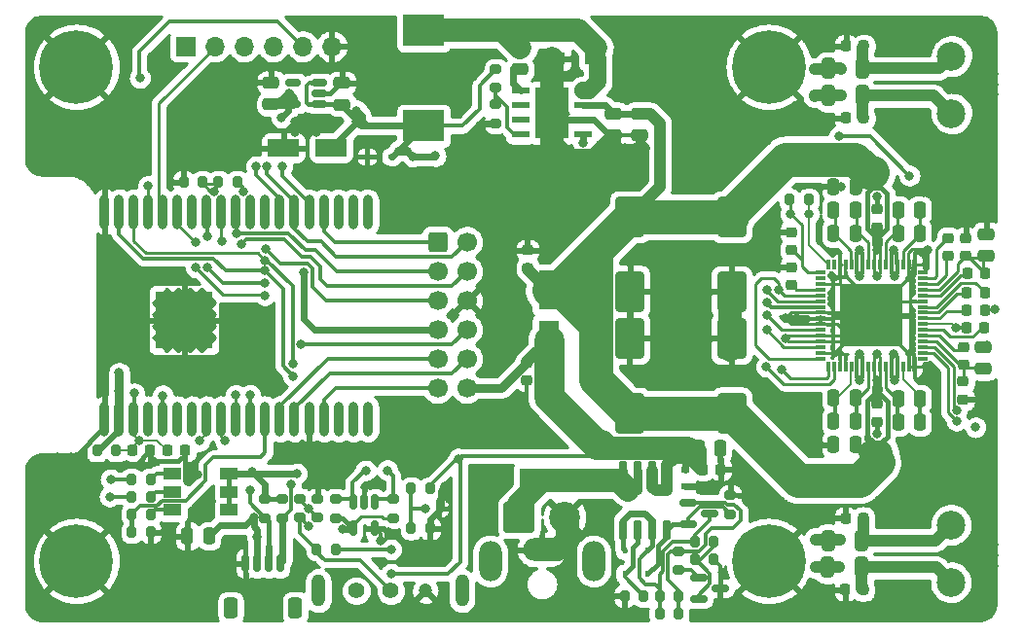
<source format=gbr>
G04 #@! TF.GenerationSoftware,KiCad,Pcbnew,(6.0.4-0)*
G04 #@! TF.CreationDate,2022-11-14T15:10:56+01:00*
G04 #@! TF.ProjectId,muVox,6d75566f-782e-46b6-9963-61645f706362,rc1*
G04 #@! TF.SameCoordinates,Original*
G04 #@! TF.FileFunction,Copper,L1,Top*
G04 #@! TF.FilePolarity,Positive*
%FSLAX46Y46*%
G04 Gerber Fmt 4.6, Leading zero omitted, Abs format (unit mm)*
G04 Created by KiCad (PCBNEW (6.0.4-0)) date 2022-11-14 15:10:56*
%MOMM*%
%LPD*%
G01*
G04 APERTURE LIST*
G04 Aperture macros list*
%AMRoundRect*
0 Rectangle with rounded corners*
0 $1 Rounding radius*
0 $2 $3 $4 $5 $6 $7 $8 $9 X,Y pos of 4 corners*
0 Add a 4 corners polygon primitive as box body*
4,1,4,$2,$3,$4,$5,$6,$7,$8,$9,$2,$3,0*
0 Add four circle primitives for the rounded corners*
1,1,$1+$1,$2,$3*
1,1,$1+$1,$4,$5*
1,1,$1+$1,$6,$7*
1,1,$1+$1,$8,$9*
0 Add four rect primitives between the rounded corners*
20,1,$1+$1,$2,$3,$4,$5,0*
20,1,$1+$1,$4,$5,$6,$7,0*
20,1,$1+$1,$6,$7,$8,$9,0*
20,1,$1+$1,$8,$9,$2,$3,0*%
G04 Aperture macros list end*
G04 #@! TA.AperFunction,SMDPad,CuDef*
%ADD10RoundRect,0.250000X-0.475000X0.250000X-0.475000X-0.250000X0.475000X-0.250000X0.475000X0.250000X0*%
G04 #@! TD*
G04 #@! TA.AperFunction,ComponentPad*
%ADD11R,4.000000X2.000000*%
G04 #@! TD*
G04 #@! TA.AperFunction,ComponentPad*
%ADD12O,3.300000X2.000000*%
G04 #@! TD*
G04 #@! TA.AperFunction,ComponentPad*
%ADD13O,2.000000X3.500000*%
G04 #@! TD*
G04 #@! TA.AperFunction,SMDPad,CuDef*
%ADD14RoundRect,0.150000X0.150000X-0.725000X0.150000X0.725000X-0.150000X0.725000X-0.150000X-0.725000X0*%
G04 #@! TD*
G04 #@! TA.AperFunction,SMDPad,CuDef*
%ADD15RoundRect,0.150000X0.512500X0.150000X-0.512500X0.150000X-0.512500X-0.150000X0.512500X-0.150000X0*%
G04 #@! TD*
G04 #@! TA.AperFunction,ComponentPad*
%ADD16RoundRect,0.250000X-0.600000X-0.600000X0.600000X-0.600000X0.600000X0.600000X-0.600000X0.600000X0*%
G04 #@! TD*
G04 #@! TA.AperFunction,ComponentPad*
%ADD17C,1.700000*%
G04 #@! TD*
G04 #@! TA.AperFunction,SMDPad,CuDef*
%ADD18RoundRect,0.225000X0.250000X-0.225000X0.250000X0.225000X-0.250000X0.225000X-0.250000X-0.225000X0*%
G04 #@! TD*
G04 #@! TA.AperFunction,SMDPad,CuDef*
%ADD19RoundRect,0.150000X-0.150000X0.512500X-0.150000X-0.512500X0.150000X-0.512500X0.150000X0.512500X0*%
G04 #@! TD*
G04 #@! TA.AperFunction,SMDPad,CuDef*
%ADD20RoundRect,0.250000X1.137500X0.550000X-1.137500X0.550000X-1.137500X-0.550000X1.137500X-0.550000X0*%
G04 #@! TD*
G04 #@! TA.AperFunction,SMDPad,CuDef*
%ADD21RoundRect,0.150000X-0.587500X-0.150000X0.587500X-0.150000X0.587500X0.150000X-0.587500X0.150000X0*%
G04 #@! TD*
G04 #@! TA.AperFunction,SMDPad,CuDef*
%ADD22R,0.450000X0.600000*%
G04 #@! TD*
G04 #@! TA.AperFunction,SMDPad,CuDef*
%ADD23RoundRect,0.250000X0.250000X0.475000X-0.250000X0.475000X-0.250000X-0.475000X0.250000X-0.475000X0*%
G04 #@! TD*
G04 #@! TA.AperFunction,SMDPad,CuDef*
%ADD24RoundRect,0.200000X0.275000X-0.200000X0.275000X0.200000X-0.275000X0.200000X-0.275000X-0.200000X0*%
G04 #@! TD*
G04 #@! TA.AperFunction,SMDPad,CuDef*
%ADD25RoundRect,0.250000X1.000000X-1.500000X1.000000X1.500000X-1.000000X1.500000X-1.000000X-1.500000X0*%
G04 #@! TD*
G04 #@! TA.AperFunction,SMDPad,CuDef*
%ADD26RoundRect,0.200000X0.200000X0.275000X-0.200000X0.275000X-0.200000X-0.275000X0.200000X-0.275000X0*%
G04 #@! TD*
G04 #@! TA.AperFunction,SMDPad,CuDef*
%ADD27RoundRect,0.225000X-0.225000X-0.250000X0.225000X-0.250000X0.225000X0.250000X-0.225000X0.250000X0*%
G04 #@! TD*
G04 #@! TA.AperFunction,ComponentPad*
%ADD28C,6.400000*%
G04 #@! TD*
G04 #@! TA.AperFunction,ComponentPad*
%ADD29C,2.500000*%
G04 #@! TD*
G04 #@! TA.AperFunction,SMDPad,CuDef*
%ADD30R,0.600000X0.450000*%
G04 #@! TD*
G04 #@! TA.AperFunction,SMDPad,CuDef*
%ADD31RoundRect,0.225000X0.225000X0.250000X-0.225000X0.250000X-0.225000X-0.250000X0.225000X-0.250000X0*%
G04 #@! TD*
G04 #@! TA.AperFunction,SMDPad,CuDef*
%ADD32RoundRect,0.200000X-0.200000X-0.275000X0.200000X-0.275000X0.200000X0.275000X-0.200000X0.275000X0*%
G04 #@! TD*
G04 #@! TA.AperFunction,SMDPad,CuDef*
%ADD33RoundRect,0.250000X-1.000000X1.500000X-1.000000X-1.500000X1.000000X-1.500000X1.000000X1.500000X0*%
G04 #@! TD*
G04 #@! TA.AperFunction,SMDPad,CuDef*
%ADD34RoundRect,0.250000X-0.325000X-0.650000X0.325000X-0.650000X0.325000X0.650000X-0.325000X0.650000X0*%
G04 #@! TD*
G04 #@! TA.AperFunction,ComponentPad*
%ADD35RoundRect,0.250001X-1.099999X-1.099999X1.099999X-1.099999X1.099999X1.099999X-1.099999X1.099999X0*%
G04 #@! TD*
G04 #@! TA.AperFunction,ComponentPad*
%ADD36C,2.700000*%
G04 #@! TD*
G04 #@! TA.AperFunction,SMDPad,CuDef*
%ADD37RoundRect,0.200000X-0.275000X0.200000X-0.275000X-0.200000X0.275000X-0.200000X0.275000X0.200000X0*%
G04 #@! TD*
G04 #@! TA.AperFunction,ComponentPad*
%ADD38R,1.700000X1.700000*%
G04 #@! TD*
G04 #@! TA.AperFunction,ComponentPad*
%ADD39O,1.700000X1.700000*%
G04 #@! TD*
G04 #@! TA.AperFunction,SMDPad,CuDef*
%ADD40RoundRect,0.075000X-0.075000X0.362500X-0.075000X-0.362500X0.075000X-0.362500X0.075000X0.362500X0*%
G04 #@! TD*
G04 #@! TA.AperFunction,SMDPad,CuDef*
%ADD41RoundRect,0.075000X-0.362500X0.075000X-0.362500X-0.075000X0.362500X-0.075000X0.362500X0.075000X0*%
G04 #@! TD*
G04 #@! TA.AperFunction,ComponentPad*
%ADD42C,0.500000*%
G04 #@! TD*
G04 #@! TA.AperFunction,SMDPad,CuDef*
%ADD43R,5.450000X5.450000*%
G04 #@! TD*
G04 #@! TA.AperFunction,SMDPad,CuDef*
%ADD44R,3.600000X2.700000*%
G04 #@! TD*
G04 #@! TA.AperFunction,SMDPad,CuDef*
%ADD45R,0.700000X0.600000*%
G04 #@! TD*
G04 #@! TA.AperFunction,SMDPad,CuDef*
%ADD46RoundRect,0.250000X0.475000X-0.250000X0.475000X0.250000X-0.475000X0.250000X-0.475000X-0.250000X0*%
G04 #@! TD*
G04 #@! TA.AperFunction,SMDPad,CuDef*
%ADD47R,1.550000X0.600000*%
G04 #@! TD*
G04 #@! TA.AperFunction,ComponentPad*
%ADD48C,0.600000*%
G04 #@! TD*
G04 #@! TA.AperFunction,SMDPad,CuDef*
%ADD49R,2.950000X4.500000*%
G04 #@! TD*
G04 #@! TA.AperFunction,SMDPad,CuDef*
%ADD50R,2.600000X3.100000*%
G04 #@! TD*
G04 #@! TA.AperFunction,ComponentPad*
%ADD51C,1.400000*%
G04 #@! TD*
G04 #@! TA.AperFunction,ComponentPad*
%ADD52C,1.200000*%
G04 #@! TD*
G04 #@! TA.AperFunction,ComponentPad*
%ADD53O,1.208000X2.800000*%
G04 #@! TD*
G04 #@! TA.AperFunction,SMDPad,CuDef*
%ADD54RoundRect,0.250000X-0.250000X-0.475000X0.250000X-0.475000X0.250000X0.475000X-0.250000X0.475000X0*%
G04 #@! TD*
G04 #@! TA.AperFunction,SMDPad,CuDef*
%ADD55R,1.500000X1.000000*%
G04 #@! TD*
G04 #@! TA.AperFunction,SMDPad,CuDef*
%ADD56RoundRect,0.150000X-0.150000X-0.625000X0.150000X-0.625000X0.150000X0.625000X-0.150000X0.625000X0*%
G04 #@! TD*
G04 #@! TA.AperFunction,SMDPad,CuDef*
%ADD57RoundRect,0.250000X-0.350000X-0.650000X0.350000X-0.650000X0.350000X0.650000X-0.350000X0.650000X0*%
G04 #@! TD*
G04 #@! TA.AperFunction,SMDPad,CuDef*
%ADD58RoundRect,0.225000X-0.250000X0.225000X-0.250000X-0.225000X0.250000X-0.225000X0.250000X0.225000X0*%
G04 #@! TD*
G04 #@! TA.AperFunction,SMDPad,CuDef*
%ADD59R,1.800000X3.500000*%
G04 #@! TD*
G04 #@! TA.AperFunction,SMDPad,CuDef*
%ADD60O,0.900000X3.000000*%
G04 #@! TD*
G04 #@! TA.AperFunction,ComponentPad*
%ADD61C,0.800000*%
G04 #@! TD*
G04 #@! TA.AperFunction,SMDPad,CuDef*
%ADD62R,5.000000X5.000000*%
G04 #@! TD*
G04 #@! TA.AperFunction,SMDPad,CuDef*
%ADD63R,1.100000X1.100000*%
G04 #@! TD*
G04 #@! TA.AperFunction,ViaPad*
%ADD64C,0.800000*%
G04 #@! TD*
G04 #@! TA.AperFunction,Conductor*
%ADD65C,0.300000*%
G04 #@! TD*
G04 #@! TA.AperFunction,Conductor*
%ADD66C,0.600000*%
G04 #@! TD*
G04 #@! TA.AperFunction,Conductor*
%ADD67C,0.250000*%
G04 #@! TD*
G04 #@! TA.AperFunction,Conductor*
%ADD68C,0.400000*%
G04 #@! TD*
G04 #@! TA.AperFunction,Conductor*
%ADD69C,2.000000*%
G04 #@! TD*
G04 #@! TA.AperFunction,Conductor*
%ADD70C,0.800000*%
G04 #@! TD*
G04 #@! TA.AperFunction,Conductor*
%ADD71C,0.200000*%
G04 #@! TD*
G04 #@! TA.AperFunction,Conductor*
%ADD72C,1.000000*%
G04 #@! TD*
G04 #@! TA.AperFunction,Conductor*
%ADD73C,2.600000*%
G04 #@! TD*
G04 #@! TA.AperFunction,Conductor*
%ADD74C,3.000000*%
G04 #@! TD*
G04 #@! TA.AperFunction,Conductor*
%ADD75C,1.500000*%
G04 #@! TD*
G04 #@! TA.AperFunction,Conductor*
%ADD76C,0.254000*%
G04 #@! TD*
G04 APERTURE END LIST*
D10*
X101859100Y-114146800D03*
X101859100Y-116046800D03*
X95709100Y-114129900D03*
X95709100Y-116029900D03*
D11*
X119260100Y-148789300D03*
D12*
X119260100Y-154789300D03*
D13*
X114760100Y-155789300D03*
X123760100Y-155789300D03*
D14*
X126314200Y-153068100D03*
X127584200Y-153068100D03*
X128854200Y-153068100D03*
X130124200Y-153068100D03*
X130124200Y-147918100D03*
X128854200Y-147918100D03*
X127584200Y-147918100D03*
X126314200Y-147918100D03*
D15*
X99927600Y-116029300D03*
X99927600Y-115079300D03*
X99927600Y-114129300D03*
X97652600Y-114129300D03*
X97652600Y-116029300D03*
D16*
X110187600Y-128004300D03*
D17*
X112727600Y-128004300D03*
X110187600Y-130544300D03*
X112727600Y-130544300D03*
X110187600Y-133084300D03*
X112727600Y-133084300D03*
X110187600Y-135624300D03*
X112727600Y-135624300D03*
X110187600Y-138164300D03*
X112727600Y-138164300D03*
X110187600Y-140704300D03*
X112727600Y-140704300D03*
D18*
X140960100Y-128694300D03*
X140960100Y-127144300D03*
D19*
X104763400Y-150647700D03*
X103813400Y-150647700D03*
X102863400Y-150647700D03*
X102863400Y-152922700D03*
X104763400Y-152922700D03*
D20*
X100902600Y-119829300D03*
X96777600Y-119829300D03*
D21*
X132887500Y-157200000D03*
X132887500Y-159100000D03*
X134762500Y-158150000D03*
D22*
X128450000Y-154825000D03*
X128450000Y-156925000D03*
D23*
X152140100Y-127229300D03*
X150240100Y-127229300D03*
D24*
X95199200Y-152031200D03*
X95199200Y-150381200D03*
D25*
X135760480Y-142894790D03*
X135760480Y-136394790D03*
D18*
X148400100Y-126734300D03*
X148400100Y-125184300D03*
D26*
X85215900Y-148675000D03*
X83565900Y-148675000D03*
D27*
X133275000Y-147800000D03*
X134825000Y-147800000D03*
D28*
X78770100Y-155779300D03*
D23*
X152140100Y-141679300D03*
X150240100Y-141679300D03*
D29*
X154840100Y-157629300D03*
X154840100Y-152629300D03*
D26*
X131150000Y-160350000D03*
X129500000Y-160350000D03*
D30*
X108184200Y-151206200D03*
X110284200Y-151206200D03*
D31*
X147215100Y-152049300D03*
X145665100Y-152049300D03*
D32*
X107884200Y-152956200D03*
X109534200Y-152956200D03*
D23*
X152140100Y-143679300D03*
X150240100Y-143679300D03*
D33*
X126915100Y-125804300D03*
X126915100Y-132304300D03*
D26*
X85225000Y-151725000D03*
X83575000Y-151725000D03*
D31*
X88225000Y-146175000D03*
X86675000Y-146175000D03*
X147210100Y-158289300D03*
X145660100Y-158289300D03*
X147260100Y-117219300D03*
X145710100Y-117219300D03*
D34*
X144140100Y-153979300D03*
X147090100Y-153979300D03*
D23*
X146540100Y-123189300D03*
X144640100Y-123189300D03*
D26*
X109534200Y-149456200D03*
X107884200Y-149456200D03*
D18*
X155905200Y-141719600D03*
X155905200Y-140169600D03*
D34*
X144135100Y-156339300D03*
X147085100Y-156339300D03*
D26*
X89740100Y-122779300D03*
X88090100Y-122779300D03*
X85225000Y-153275000D03*
X83575000Y-153275000D03*
D31*
X85200000Y-146175000D03*
X83650000Y-146175000D03*
D10*
X117365100Y-111079300D03*
X117365100Y-112979300D03*
D35*
X117270100Y-151954300D03*
D36*
X121230100Y-151954300D03*
D34*
X144185100Y-115279300D03*
X147135100Y-115279300D03*
D18*
X118015100Y-130279300D03*
X118015100Y-128729300D03*
D31*
X157775100Y-133939300D03*
X156225100Y-133939300D03*
D37*
X101299400Y-150381200D03*
X101299400Y-152031200D03*
D23*
X146540100Y-127229300D03*
X144640100Y-127229300D03*
D24*
X115265100Y-114604300D03*
X115265100Y-112954300D03*
D28*
X78770100Y-112759300D03*
D34*
X144185100Y-112904300D03*
X147135100Y-112904300D03*
D38*
X88290100Y-110979300D03*
D39*
X90830100Y-110979300D03*
X93370100Y-110979300D03*
X95910100Y-110979300D03*
X98450100Y-110979300D03*
X100990100Y-110979300D03*
D24*
X115265100Y-117654300D03*
X115265100Y-116004300D03*
D40*
X151671350Y-129973050D03*
X151171350Y-129973050D03*
X150671350Y-129973050D03*
X150171350Y-129973050D03*
X149671350Y-129973050D03*
X149171350Y-129973050D03*
X148671350Y-129973050D03*
X148171350Y-129973050D03*
X147671350Y-129973050D03*
X147171350Y-129973050D03*
X146671350Y-129973050D03*
X146171350Y-129973050D03*
X145671350Y-129973050D03*
X145171350Y-129973050D03*
X144671350Y-129973050D03*
X144171350Y-129973050D03*
D41*
X143483850Y-130660550D03*
X143483850Y-131160550D03*
X143483850Y-131660550D03*
X143483850Y-132160550D03*
X143483850Y-132660550D03*
X143483850Y-133160550D03*
X143483850Y-133660550D03*
X143483850Y-134160550D03*
X143483850Y-134660550D03*
X143483850Y-135160550D03*
X143483850Y-135660550D03*
X143483850Y-136160550D03*
X143483850Y-136660550D03*
X143483850Y-137160550D03*
X143483850Y-137660550D03*
X143483850Y-138160550D03*
D40*
X144171350Y-138848050D03*
X144671350Y-138848050D03*
X145171350Y-138848050D03*
X145671350Y-138848050D03*
X146171350Y-138848050D03*
X146671350Y-138848050D03*
X147171350Y-138848050D03*
X147671350Y-138848050D03*
X148171350Y-138848050D03*
X148671350Y-138848050D03*
X149171350Y-138848050D03*
X149671350Y-138848050D03*
X150171350Y-138848050D03*
X150671350Y-138848050D03*
X151171350Y-138848050D03*
X151671350Y-138848050D03*
D41*
X152358850Y-138160550D03*
X152358850Y-137660550D03*
X152358850Y-137160550D03*
X152358850Y-136660550D03*
X152358850Y-136160550D03*
X152358850Y-135660550D03*
X152358850Y-135160550D03*
X152358850Y-134660550D03*
X152358850Y-134160550D03*
X152358850Y-133660550D03*
X152358850Y-133160550D03*
X152358850Y-132660550D03*
X152358850Y-132160550D03*
X152358850Y-131660550D03*
X152358850Y-131160550D03*
X152358850Y-130660550D03*
D42*
X145482950Y-136848950D03*
X149191350Y-133140550D03*
X150359750Y-135680550D03*
X147921350Y-135680550D03*
X147921350Y-131972150D03*
X147921350Y-136848950D03*
X147921350Y-133140550D03*
X146752950Y-131972150D03*
X146752950Y-133140550D03*
X146752950Y-134410550D03*
X145482950Y-131972150D03*
D43*
X147921350Y-134410550D03*
D42*
X150359750Y-133140550D03*
X149191350Y-134410550D03*
X149191350Y-136848950D03*
X145482950Y-134410550D03*
X149191350Y-131972150D03*
X147921350Y-134410550D03*
X145482950Y-135680550D03*
X146752950Y-135680550D03*
X150359750Y-136848950D03*
X150359750Y-131972150D03*
X149191350Y-135680550D03*
X146752950Y-136848950D03*
X150359750Y-134410550D03*
X145482950Y-133140550D03*
D44*
X108968100Y-109593300D03*
X108968100Y-117893300D03*
D37*
X131100000Y-154925000D03*
X131100000Y-156575000D03*
D45*
X131750000Y-149275000D03*
X131750000Y-147875000D03*
D32*
X132575000Y-155650000D03*
X134225000Y-155650000D03*
X80575000Y-146175000D03*
X82225000Y-146175000D03*
D18*
X140960100Y-131734300D03*
X140960100Y-130184300D03*
D26*
X85215000Y-150198300D03*
X83565000Y-150198300D03*
D46*
X157930100Y-129219300D03*
X157930100Y-127319300D03*
D37*
X106324400Y-150381200D03*
X106324400Y-152031200D03*
D47*
X117422600Y-114856800D03*
X117422600Y-116126800D03*
X117422600Y-117396800D03*
X117422600Y-118666800D03*
X122822600Y-118666800D03*
X122822600Y-117396800D03*
X122822600Y-116126800D03*
X122822600Y-114856800D03*
D48*
X119522600Y-116161800D03*
X120722600Y-118561800D03*
X120722600Y-116161800D03*
X119522600Y-114961800D03*
D49*
X120122600Y-116761800D03*
D48*
X120722600Y-114961800D03*
D50*
X120122600Y-116761800D03*
D48*
X119522600Y-118561800D03*
X119522600Y-117461800D03*
X120722600Y-117461800D03*
D26*
X92765100Y-122779300D03*
X91115100Y-122779300D03*
D51*
X103120400Y-158362800D03*
X106120400Y-158362800D03*
D52*
X109120400Y-158362800D03*
D53*
X99820400Y-158362800D03*
X112320400Y-158362800D03*
D23*
X146540100Y-143629300D03*
X144640100Y-143629300D03*
D26*
X128100000Y-158825000D03*
X126450000Y-158825000D03*
D32*
X99682800Y-154762200D03*
X101332800Y-154762200D03*
D23*
X146540100Y-141579300D03*
X144640100Y-141579300D03*
D24*
X96723200Y-152031200D03*
X96723200Y-150381200D03*
D31*
X147260100Y-110959300D03*
X145710100Y-110959300D03*
D21*
X132000000Y-150675000D03*
X132000000Y-152575000D03*
X133875000Y-151625000D03*
D37*
X135650000Y-150075000D03*
X135650000Y-151725000D03*
D26*
X131150000Y-158825000D03*
X129500000Y-158825000D03*
D32*
X140805100Y-124339300D03*
X142455100Y-124339300D03*
D25*
X126890100Y-142904300D03*
X126890100Y-136404300D03*
D54*
X132879000Y-146002200D03*
X134779000Y-146002200D03*
D33*
X135760480Y-125837290D03*
X135760480Y-132337290D03*
D24*
X98247200Y-152019000D03*
X98247200Y-150369000D03*
D54*
X88422400Y-153619200D03*
X90322400Y-153619200D03*
D18*
X155940100Y-138689300D03*
X155940100Y-137139300D03*
D24*
X99771200Y-152019000D03*
X99771200Y-150369000D03*
D10*
X157680100Y-137149300D03*
X157680100Y-139049300D03*
D18*
X154600100Y-129224300D03*
X154600100Y-127674300D03*
D55*
X87150000Y-148150000D03*
X87150000Y-149750000D03*
X87150000Y-151350000D03*
X92050000Y-151350000D03*
X92050000Y-149750000D03*
X92050000Y-148150000D03*
D56*
X93496000Y-155988000D03*
X94496000Y-155988000D03*
X95496000Y-155988000D03*
X96496000Y-155988000D03*
D57*
X92196000Y-159863000D03*
X97796000Y-159863000D03*
D10*
X127742600Y-116827800D03*
X127742600Y-118727800D03*
D28*
X139000000Y-112759300D03*
D23*
X146540100Y-125229300D03*
X144640100Y-125229300D03*
D32*
X132575000Y-154125000D03*
X134225000Y-154125000D03*
D18*
X156140100Y-129239300D03*
X156140100Y-127689300D03*
D58*
X148430100Y-142114300D03*
X148430100Y-143664300D03*
D27*
X156280100Y-130729300D03*
X157830100Y-130729300D03*
D30*
X104065100Y-120579300D03*
X106165100Y-120579300D03*
D59*
X119840100Y-136579300D03*
X119840100Y-132179300D03*
D58*
X117965100Y-138504300D03*
X117965100Y-140054300D03*
D60*
X81230100Y-143410550D03*
X82500100Y-143410550D03*
X83770100Y-143410550D03*
X85040100Y-143410550D03*
X86310100Y-143410550D03*
X87580100Y-143410550D03*
X88850100Y-143410550D03*
X90120100Y-143410550D03*
X91390100Y-143410550D03*
X92660100Y-143410550D03*
X93930100Y-143410550D03*
X95200100Y-143410550D03*
X96470100Y-143410550D03*
X97740100Y-143410550D03*
X99040100Y-143410550D03*
X100310100Y-143410550D03*
X101580100Y-143410550D03*
X102850100Y-143410550D03*
X104120100Y-143410550D03*
X104120100Y-125410550D03*
X102850100Y-125410550D03*
X101580100Y-125410550D03*
X100310100Y-125410550D03*
X99040100Y-125410550D03*
X97740100Y-125380550D03*
X96470100Y-125380550D03*
X95200100Y-125380550D03*
X93930100Y-125380550D03*
X92660100Y-125380550D03*
X91390100Y-125380550D03*
X90120100Y-125380550D03*
X88850100Y-125380550D03*
X87580100Y-125380550D03*
X86310100Y-125380550D03*
X85040100Y-125380550D03*
X83770100Y-125380550D03*
X82500100Y-125380550D03*
X81230100Y-125380550D03*
D61*
X87140100Y-134810550D03*
X86140100Y-132810550D03*
X86140100Y-135810550D03*
X89140100Y-133810550D03*
X87140100Y-133810550D03*
X88140100Y-135810550D03*
X89140100Y-136810550D03*
X87140100Y-132810550D03*
X86140100Y-134810550D03*
X90140100Y-136810550D03*
X89140100Y-134810550D03*
X86140100Y-133810550D03*
X88140100Y-133810550D03*
D62*
X88150100Y-134810550D03*
D61*
X89140100Y-132810550D03*
X90140100Y-133810550D03*
X88140100Y-134810550D03*
X90140100Y-132810550D03*
X88140100Y-136810550D03*
X89140100Y-135810550D03*
X87140100Y-135810550D03*
X86140100Y-136810550D03*
X87140100Y-136810550D03*
X90140100Y-134810550D03*
X90140100Y-135810550D03*
X88140100Y-132810550D03*
D10*
X125456600Y-116827800D03*
X125456600Y-118727800D03*
D27*
X156215100Y-135459300D03*
X157765100Y-135459300D03*
D22*
X126450000Y-154825000D03*
X126450000Y-156925000D03*
D23*
X146540100Y-145639300D03*
X144640100Y-145639300D03*
D29*
X154890100Y-111829300D03*
X154890100Y-116829300D03*
D63*
X123515100Y-112029300D03*
X120715100Y-112029300D03*
D23*
X152140100Y-125229300D03*
X150240100Y-125229300D03*
D27*
X156240100Y-132419300D03*
X157790100Y-132419300D03*
D28*
X139000000Y-155779300D03*
D64*
X113800000Y-148975000D03*
X114750000Y-148975000D03*
X157640100Y-113382700D03*
X127814900Y-113148100D03*
X126443300Y-119839300D03*
X98715100Y-118429300D03*
X157640100Y-114282700D03*
X97815100Y-117529300D03*
X107755700Y-114302100D03*
X129491300Y-136168100D03*
X83108800Y-147421600D03*
X158020000Y-123740000D03*
X156640000Y-123730000D03*
X129491300Y-134368100D03*
X111355700Y-114302100D03*
X109555700Y-112491100D03*
X106855700Y-114305500D03*
X130391300Y-136168100D03*
X140490000Y-136413910D03*
X133087100Y-136182500D03*
X152840100Y-128729300D03*
X158540100Y-154379300D03*
X132187100Y-133482500D03*
X129491300Y-133468100D03*
X152490100Y-123679300D03*
X132187100Y-136182500D03*
X156740100Y-156182700D03*
X108655700Y-112487700D03*
X128727200Y-114071400D03*
X138887200Y-140893800D03*
X127811500Y-112248100D03*
X158020920Y-137023510D03*
X133087100Y-133482500D03*
X94190100Y-114029300D03*
X107755700Y-115202100D03*
X157640100Y-155282700D03*
X158540100Y-115179300D03*
X128272100Y-119839300D03*
X109555700Y-115205500D03*
X148410100Y-124069300D03*
X129616200Y-113157000D03*
X131287900Y-132568100D03*
X130391300Y-137068100D03*
X133087100Y-137082500D03*
X107755700Y-112487700D03*
X101295200Y-148488400D03*
X110455700Y-115202100D03*
X106855700Y-115205500D03*
X126911500Y-112248100D03*
X158690100Y-133879300D03*
X151390100Y-123679300D03*
X133087100Y-134382500D03*
X127372100Y-119839300D03*
X99822000Y-148488400D03*
X129612800Y-112257000D03*
X78333600Y-146710400D03*
X140490000Y-134660000D03*
X156740100Y-114282700D03*
X156740100Y-154382700D03*
X111355700Y-112487700D03*
X105235800Y-153983400D03*
X98715100Y-117529300D03*
X158540100Y-114279300D03*
X110455700Y-112487700D03*
X89281000Y-148259800D03*
X106855700Y-112491100D03*
X107755700Y-113387700D03*
X156740100Y-155282700D03*
X127814900Y-114048100D03*
X109555700Y-113391100D03*
X108655700Y-114302100D03*
X130391300Y-134368100D03*
X158540100Y-155279300D03*
X77114400Y-146735800D03*
X109555700Y-114305500D03*
X108655700Y-113387700D03*
X131291300Y-133468100D03*
X156740100Y-115182700D03*
X158540100Y-113379300D03*
X111355700Y-113387700D03*
X125594100Y-119839300D03*
X153600000Y-123700000D03*
X104709434Y-148905434D03*
X148444760Y-144683976D03*
X157330000Y-124370000D03*
X114808000Y-143510000D03*
X111355700Y-115202100D03*
X129616200Y-114071400D03*
X131291300Y-136168100D03*
X133083700Y-135282500D03*
X132183700Y-132582500D03*
X110455700Y-114302100D03*
X157640100Y-115182700D03*
X145240100Y-123179300D03*
X156740100Y-113382700D03*
X129487900Y-132568100D03*
X126914900Y-114048100D03*
X110846200Y-149308000D03*
X131291300Y-134368100D03*
X105896200Y-153272200D03*
X131291300Y-137068100D03*
X130391300Y-133468100D03*
X129487900Y-135268100D03*
X88442800Y-148894800D03*
X116840000Y-125984000D03*
X129491300Y-137068100D03*
X132183700Y-135282500D03*
X99615100Y-118425900D03*
X157640100Y-156182700D03*
X132187100Y-137082500D03*
X132187100Y-134382500D03*
X130387900Y-135268100D03*
X133083700Y-132582500D03*
X110455700Y-113387700D03*
X130387900Y-132568100D03*
X99615100Y-117525900D03*
X113895700Y-117858100D03*
X126914900Y-113148100D03*
X128712800Y-112257000D03*
X128716200Y-113157000D03*
X108655700Y-115202100D03*
X131287900Y-135268100D03*
X97815100Y-118429300D03*
X106855700Y-113391100D03*
X158540100Y-156179300D03*
X157640100Y-154382700D03*
X99000897Y-152712939D03*
X98264600Y-136908100D03*
X108015100Y-120569120D03*
X98531500Y-130687900D03*
X94513400Y-153670000D03*
X156982600Y-144136800D03*
X110015100Y-120529300D03*
X103140100Y-117529300D03*
X145110200Y-118793410D03*
X94221184Y-151971716D03*
X140901220Y-125568110D03*
X103140100Y-116554300D03*
X155290100Y-135479300D03*
X151240100Y-122229300D03*
X82500000Y-139400000D03*
X96600000Y-117200000D03*
X101930200Y-152984200D03*
X82490100Y-140979300D03*
X97235358Y-115054302D03*
X97925000Y-148175000D03*
X94090600Y-148031200D03*
X84250000Y-145275000D03*
X84290100Y-113729300D03*
X83790100Y-141179300D03*
X112000000Y-146875000D03*
X106146600Y-156895800D03*
X148394320Y-130978310D03*
X148419720Y-128692310D03*
X148419720Y-127701710D03*
X148394320Y-140071510D03*
X148669856Y-122629544D03*
X148419720Y-137785510D03*
X148394320Y-140960510D03*
X148010100Y-121969789D03*
X148463720Y-147183310D03*
X148530100Y-146299300D03*
X86300000Y-141375000D03*
X109109200Y-151181200D03*
X146921120Y-140071510D03*
X146895720Y-137760110D03*
X145180100Y-153919300D03*
X143052800Y-153898600D03*
X146895720Y-128733310D03*
X146921120Y-131003710D03*
X145280100Y-115259300D03*
X142976600Y-115316000D03*
X149892920Y-137760110D03*
X143060100Y-156319300D03*
X149918320Y-140071510D03*
X145130100Y-156279300D03*
X149892920Y-128733310D03*
X149918320Y-131003710D03*
X142970100Y-112969300D03*
X145250100Y-112929300D03*
X138818520Y-135677310D03*
X103922900Y-147901700D03*
X97639700Y-139702100D03*
X95150500Y-130507300D03*
X105827400Y-147886800D03*
X95150500Y-129592900D03*
X97639700Y-138635300D03*
X138818520Y-134381910D03*
X85040100Y-123129300D03*
X95325000Y-121425000D03*
X155328520Y-143576710D03*
X155346803Y-142677393D03*
X93118500Y-128221300D03*
X92640100Y-141329300D03*
X138843920Y-132172110D03*
X95201300Y-128576900D03*
X93890100Y-141329300D03*
X138818520Y-133289710D03*
X139859920Y-132172110D03*
X92690100Y-127229300D03*
X90140100Y-130203320D03*
X95136589Y-131610989D03*
X140092628Y-139127601D03*
X90140100Y-127479300D03*
X89140100Y-128029300D03*
X95150500Y-132640900D03*
X138796532Y-138856811D03*
X89141064Y-130233855D03*
X93878400Y-149606000D03*
X91442100Y-127967300D03*
X97425000Y-149075000D03*
X91670692Y-145264693D03*
X81675000Y-150175000D03*
X96667231Y-121417231D03*
X81750000Y-148675000D03*
X94411800Y-121425000D03*
X90758897Y-123621231D03*
X89458800Y-145338800D03*
X106172000Y-154787600D03*
X122865100Y-119429800D03*
X98958400Y-151206200D03*
X93292374Y-123622185D03*
X142476220Y-125568110D03*
D65*
X103813400Y-149424600D02*
X103813400Y-150647700D01*
D66*
X125136600Y-118727800D02*
X125456600Y-118727800D01*
D65*
X105235800Y-153983400D02*
X105235800Y-153395100D01*
D67*
X151661720Y-129969810D02*
X151661720Y-128904710D01*
X145161720Y-137157310D02*
X145161720Y-138844810D01*
X150636719Y-131682311D02*
X150386720Y-131932310D01*
D68*
X88225000Y-146547200D02*
X88225000Y-146175000D01*
D69*
X121496100Y-120929300D02*
X120122600Y-119555800D01*
D65*
X105546700Y-152922700D02*
X105896200Y-153272200D01*
D68*
X78663800Y-146710400D02*
X78333600Y-146710400D01*
D69*
X120122600Y-119555800D02*
X120122600Y-116761800D01*
X121450100Y-154009300D02*
X121450100Y-152174300D01*
D68*
X100859500Y-115079300D02*
X101779500Y-114159300D01*
D70*
X128272100Y-119839300D02*
X125594100Y-119839300D01*
D67*
X145186720Y-134157310D02*
X141583120Y-134157310D01*
X140490000Y-134660000D02*
X140987310Y-135157310D01*
X145661720Y-129969810D02*
X145661720Y-130919810D01*
X145661720Y-137952710D02*
X145661720Y-137894810D01*
D65*
X105235800Y-153395100D02*
X104763400Y-152922700D01*
D67*
X151161720Y-129969810D02*
X151161720Y-131157310D01*
X145436720Y-136882310D02*
X145161720Y-137157310D01*
D69*
X135640100Y-137397300D02*
X135640100Y-133229300D01*
X121450100Y-152174300D02*
X121230100Y-151954300D01*
X123829100Y-120929300D02*
X121496100Y-120929300D01*
D68*
X99890100Y-115079300D02*
X100859500Y-115079300D01*
D67*
X140992690Y-134157310D02*
X145186720Y-134157310D01*
X145189234Y-137422324D02*
X145189234Y-137129796D01*
D68*
X85200000Y-146642600D02*
X85674200Y-147116800D01*
D67*
X145186720Y-134157310D02*
X145436720Y-134407310D01*
X145661720Y-137894810D02*
X145189234Y-137422324D01*
X144949220Y-135157310D02*
X145436720Y-135644810D01*
D68*
X85200000Y-146175000D02*
X83953400Y-147421600D01*
D66*
X114099500Y-117654300D02*
X113895700Y-117858100D01*
D67*
X151661720Y-129969810D02*
X151441010Y-130190520D01*
X151441010Y-130878020D02*
X150636719Y-131682311D01*
X143474220Y-131657310D02*
X145161720Y-131657310D01*
D68*
X81230100Y-144144100D02*
X78663800Y-146710400D01*
X83953400Y-147421600D02*
X83108800Y-147421600D01*
X99771200Y-148539200D02*
X99822000Y-148488400D01*
D66*
X122822600Y-117396800D02*
X120757600Y-117396800D01*
D65*
X95705900Y-114029300D02*
X95861300Y-114184700D01*
D71*
X157455100Y-133939300D02*
X158630100Y-133939300D01*
D68*
X148410100Y-125174300D02*
X148400100Y-125184300D01*
D67*
X145661720Y-138844810D02*
X145661720Y-137952710D01*
D71*
X158630100Y-133939300D02*
X158690100Y-133879300D01*
D66*
X110484200Y-151206200D02*
X110484200Y-149670000D01*
D67*
X144661720Y-137657310D02*
X145189234Y-137129796D01*
X151161720Y-131157310D02*
X150386720Y-131932310D01*
X146161720Y-136157310D02*
X147911720Y-134407310D01*
X141083120Y-134657310D02*
X141079120Y-134661310D01*
X151161720Y-138844810D02*
X151161720Y-137657310D01*
X149161720Y-133157310D02*
X147911720Y-134407310D01*
D65*
X104332566Y-148905434D02*
X103813400Y-149424600D01*
X134762500Y-158150000D02*
X134762500Y-156187500D01*
D67*
X151161720Y-137657310D02*
X150386720Y-136882310D01*
D68*
X88225000Y-148677000D02*
X88442800Y-148894800D01*
D67*
X151161720Y-128948920D02*
X151455725Y-128654915D01*
D68*
X99771200Y-150369000D02*
X99771200Y-148539200D01*
D69*
X120670100Y-154789300D02*
X121450100Y-154009300D01*
D67*
X149161720Y-133157310D02*
X152349220Y-133157310D01*
X151586710Y-137898002D02*
X151586710Y-138398002D01*
D70*
X127742600Y-119309800D02*
X128272100Y-119839300D01*
D67*
X151161720Y-129969810D02*
X151161720Y-128948920D01*
D66*
X123805600Y-117396800D02*
X125136600Y-118727800D01*
X120757600Y-117396800D02*
X120122600Y-116761800D01*
D68*
X85200000Y-146175000D02*
X85200000Y-146642600D01*
D67*
X151671350Y-138848050D02*
X151671350Y-137982642D01*
D68*
X81230100Y-143410550D02*
X81230100Y-144144100D01*
X148444760Y-143678960D02*
X148430100Y-143664300D01*
D70*
X127742600Y-118727800D02*
X127742600Y-119309800D01*
D65*
X94190100Y-114029300D02*
X95705900Y-114029300D01*
D66*
X122822600Y-117396800D02*
X123805600Y-117396800D01*
D65*
X104763400Y-152922700D02*
X105546700Y-152922700D01*
D67*
X143474220Y-137657310D02*
X144661720Y-137657310D01*
X151671350Y-137982642D02*
X151346018Y-137657310D01*
X151441010Y-130190520D02*
X151441010Y-130878020D01*
X140490000Y-134660000D02*
X140492690Y-134657310D01*
D68*
X88225000Y-146175000D02*
X88225000Y-148677000D01*
D67*
X145661720Y-130919810D02*
X146674220Y-131932310D01*
D65*
X104709434Y-148905434D02*
X104332566Y-148905434D01*
D67*
X145189234Y-137129796D02*
X147911720Y-134407310D01*
D68*
X87655400Y-147116800D02*
X88225000Y-146547200D01*
D67*
X151455725Y-128654915D02*
X152116125Y-128654915D01*
D69*
X119260100Y-154789300D02*
X120670100Y-154789300D01*
D67*
X140490000Y-136413910D02*
X140746600Y-136157310D01*
D69*
X125202600Y-119555800D02*
X123829100Y-120929300D01*
D67*
X140490000Y-134660000D02*
X140992690Y-134157310D01*
X140746600Y-136157310D02*
X146161720Y-136157310D01*
X151346018Y-137657310D02*
X151586710Y-137898002D01*
X151661720Y-128904710D02*
X151899520Y-128666910D01*
X145211720Y-136657310D02*
X145436720Y-136882310D01*
D65*
X127742600Y-118727800D02*
X125456600Y-118727800D01*
D67*
X145161720Y-129969810D02*
X145161720Y-131657310D01*
D66*
X109534200Y-152956200D02*
X109534200Y-152156200D01*
D67*
X145436720Y-134407310D02*
X145186720Y-134657310D01*
D68*
X148444760Y-144683976D02*
X148444760Y-143678960D01*
X148410100Y-124069300D02*
X148410100Y-125174300D01*
D66*
X110484200Y-149670000D02*
X110846200Y-149308000D01*
D65*
X134762500Y-156187500D02*
X134225000Y-155650000D01*
D67*
X145161720Y-131657310D02*
X145436720Y-131932310D01*
D68*
X85674200Y-147116800D02*
X87655400Y-147116800D01*
D67*
X140490000Y-136413910D02*
X140733400Y-136657310D01*
X141583120Y-134157310D02*
X141079120Y-134661310D01*
X151161720Y-137657310D02*
X151346018Y-137657310D01*
D69*
X120122600Y-116761800D02*
X120122600Y-112036800D01*
D67*
X140733400Y-136657310D02*
X145211720Y-136657310D01*
X140492690Y-134657310D02*
X145186720Y-134657310D01*
D66*
X115265100Y-117654300D02*
X114099500Y-117654300D01*
D67*
X140987310Y-135157310D02*
X144949220Y-135157310D01*
D66*
X109534200Y-152156200D02*
X110484200Y-151206200D01*
D65*
X124892600Y-118727800D02*
X125456600Y-118727800D01*
D67*
X145186720Y-134657310D02*
X141083120Y-134657310D01*
D65*
X99000897Y-152712939D02*
X98941139Y-152712939D01*
X100380800Y-155702000D02*
X103459600Y-155702000D01*
X111443800Y-136908100D02*
X98264600Y-136908100D01*
X99682800Y-154762200D02*
X99682800Y-155004000D01*
X98941139Y-152712939D02*
X98247200Y-152019000D01*
X112727600Y-135624300D02*
X111443800Y-136908100D01*
X98247200Y-153326600D02*
X99682800Y-154762200D01*
X98247200Y-152019000D02*
X98247200Y-153326600D01*
X103459600Y-155702000D02*
X106120400Y-158362800D01*
X99682800Y-155004000D02*
X100380800Y-155702000D01*
X98831551Y-114357449D02*
X98831551Y-115900751D01*
D68*
X101779500Y-116034300D02*
X99895100Y-116034300D01*
D67*
X141866520Y-126533410D02*
X140901220Y-125568110D01*
D65*
X145133210Y-118770400D02*
X147781200Y-118770400D01*
X98831551Y-115900751D02*
X98960100Y-116029300D01*
D66*
X91262200Y-152679400D02*
X90322400Y-153619200D01*
D68*
X98960100Y-116029300D02*
X99890100Y-116029300D01*
D66*
X106282100Y-120579300D02*
X106775900Y-120085500D01*
X98531500Y-134701100D02*
X98531500Y-130687900D01*
X109975280Y-120569120D02*
X110015100Y-120529300D01*
D65*
X155290100Y-135479300D02*
X155875100Y-135479300D01*
D66*
X103504100Y-117893300D02*
X103140100Y-117529300D01*
D70*
X106775900Y-120085500D02*
X107487100Y-120085500D01*
D65*
X155875100Y-135479300D02*
X155895100Y-135459300D01*
D67*
X143067320Y-130648110D02*
X142399920Y-130648110D01*
D65*
X113844900Y-116435700D02*
X113844900Y-114374500D01*
D67*
X141866520Y-129556010D02*
X140952120Y-128641610D01*
D68*
X99895100Y-116034300D02*
X99890100Y-116029300D01*
D66*
X94221184Y-152768184D02*
X94521400Y-153068400D01*
D65*
X99927600Y-114129300D02*
X99059700Y-114129300D01*
D66*
X108015100Y-120569120D02*
X107970720Y-120569120D01*
X108015100Y-120569120D02*
X109975280Y-120569120D01*
X103140100Y-117529300D02*
X103140100Y-117327800D01*
D65*
X145110200Y-118793410D02*
X145133210Y-118770400D01*
X108968100Y-117893300D02*
X112387300Y-117893300D01*
D67*
X141866520Y-130114710D02*
X141866520Y-126533410D01*
X140901120Y-124044110D02*
X140901120Y-125568010D01*
D66*
X104079100Y-117893300D02*
X103590100Y-117404300D01*
X103590100Y-117004300D02*
X103140100Y-116554300D01*
D68*
X99890100Y-114129300D02*
X99265098Y-114129300D01*
D66*
X103140100Y-117591800D02*
X103140100Y-116554300D01*
D67*
X142399920Y-130648110D02*
X141866520Y-130114710D01*
D66*
X94521400Y-153068400D02*
X94521400Y-154540200D01*
D67*
X141866520Y-130114710D02*
X141866520Y-129556010D01*
D66*
X110187600Y-135624300D02*
X99454700Y-135624300D01*
D71*
X154971350Y-135160550D02*
X152358850Y-135160550D01*
D66*
X93446600Y-152679400D02*
X91262200Y-152679400D01*
X99454700Y-135624300D02*
X98531500Y-134701100D01*
X106165100Y-120579300D02*
X106282100Y-120579300D01*
X94521400Y-155962600D02*
X94496000Y-155988000D01*
D65*
X113844900Y-114374500D02*
X115265100Y-112954300D01*
D66*
X107970720Y-120569120D02*
X107487100Y-120085500D01*
X94221184Y-151971716D02*
X94154284Y-151971716D01*
X94521400Y-154540200D02*
X94521400Y-155962600D01*
X94513400Y-154532200D02*
X94521400Y-154540200D01*
X108968100Y-117893300D02*
X104079100Y-117893300D01*
D71*
X155290100Y-135479300D02*
X154971350Y-135160550D01*
D66*
X103590100Y-117404300D02*
X103590100Y-117004300D01*
D67*
X143076520Y-130657310D02*
X143067320Y-130648110D01*
D66*
X103140100Y-117327800D02*
X101859100Y-116046800D01*
D67*
X143474220Y-130657310D02*
X143076520Y-130657310D01*
D65*
X147781200Y-118770400D02*
X151240100Y-122229300D01*
D67*
X140901120Y-125568010D02*
X140901220Y-125568110D01*
D66*
X106775900Y-120085500D02*
X108968100Y-117893300D01*
X108968100Y-117893300D02*
X103504100Y-117893300D01*
D65*
X99059700Y-114129300D02*
X98831551Y-114357449D01*
D66*
X100902600Y-119829300D02*
X103140100Y-117591800D01*
D65*
X112387300Y-117893300D02*
X113844900Y-116435700D01*
D66*
X94154284Y-151971716D02*
X93446600Y-152679400D01*
X94221184Y-151971716D02*
X94221184Y-152768184D01*
X94513400Y-153670000D02*
X94513400Y-154532200D01*
X97900000Y-148175000D02*
X97875000Y-148150000D01*
D70*
X95709100Y-116029900D02*
X97652000Y-116029900D01*
X96259760Y-116029900D02*
X97235358Y-115054302D01*
X97652600Y-115471544D02*
X97235358Y-115054302D01*
D66*
X97200000Y-116600000D02*
X97200000Y-116500000D01*
D68*
X82490100Y-143400550D02*
X82500100Y-143410550D01*
D67*
X103559400Y-151875200D02*
X102863400Y-152571200D01*
D66*
X93743200Y-148150000D02*
X94209400Y-148150000D01*
D67*
X105337400Y-151875200D02*
X103559400Y-151875200D01*
D68*
X82490100Y-140979300D02*
X82490100Y-143400550D01*
D70*
X95709100Y-116029900D02*
X96259760Y-116029900D01*
D68*
X93862000Y-148031200D02*
X93743200Y-148150000D01*
D66*
X96600000Y-117200000D02*
X97200000Y-116600000D01*
D68*
X101971900Y-152031200D02*
X102863400Y-152922700D01*
X101299400Y-152031200D02*
X101971900Y-152031200D01*
D66*
X95199200Y-149139800D02*
X95199200Y-150381200D01*
D68*
X93743200Y-148150000D02*
X92050000Y-148150000D01*
D66*
X82500100Y-144391952D02*
X80717052Y-146175000D01*
X97925000Y-148175000D02*
X97900000Y-148175000D01*
X102801900Y-152984200D02*
X102863400Y-152922700D01*
D67*
X106324400Y-152031200D02*
X105493400Y-152031200D01*
X105493400Y-152031200D02*
X105337400Y-151875200D01*
D66*
X82500100Y-143410550D02*
X82500100Y-144391952D01*
D70*
X82500000Y-139400000D02*
X82500000Y-143410450D01*
D66*
X97875000Y-148150000D02*
X92050000Y-148150000D01*
D68*
X95199200Y-150381200D02*
X96723200Y-150381200D01*
D66*
X101930200Y-152984200D02*
X102801900Y-152984200D01*
D70*
X82500000Y-143410450D02*
X82500100Y-143410550D01*
X97652000Y-116029900D02*
X97652600Y-116029300D01*
D68*
X94090600Y-148031200D02*
X93862000Y-148031200D01*
D66*
X80717052Y-146175000D02*
X80575000Y-146175000D01*
X94209400Y-148150000D02*
X95199200Y-149139800D01*
D68*
X92050000Y-148150000D02*
X92050000Y-151350000D01*
D70*
X97652600Y-116029300D02*
X97652600Y-115471544D01*
D67*
X102863400Y-152571200D02*
X102863400Y-152922700D01*
D65*
X83790100Y-141179300D02*
X83790100Y-143390550D01*
D71*
X83770100Y-144795100D02*
X84250000Y-145275000D01*
X82225000Y-146175000D02*
X83650000Y-146175000D01*
D65*
X84240100Y-111429300D02*
X84240100Y-113679300D01*
X98450100Y-110979300D02*
X96300100Y-108829300D01*
X86840100Y-108829300D02*
X96300100Y-108829300D01*
X84240100Y-113679300D02*
X84290100Y-113729300D01*
D71*
X83650000Y-146175000D02*
X83650000Y-145875000D01*
X84250000Y-145275000D02*
X85775000Y-145275000D01*
X83770100Y-143410550D02*
X83770100Y-144795100D01*
X83650000Y-145875000D02*
X84250000Y-145275000D01*
D65*
X86840100Y-108829300D02*
X84240100Y-111429300D01*
D71*
X85775000Y-145275000D02*
X86675000Y-146175000D01*
D65*
X83790100Y-143390550D02*
X83770100Y-143410550D01*
D69*
X125980100Y-148789300D02*
X126771400Y-149580600D01*
X117270100Y-150779300D02*
X119260100Y-148789300D01*
D70*
X127584200Y-149580600D02*
X126771400Y-149580600D01*
X126771400Y-149580600D02*
X126314200Y-149580600D01*
D69*
X117270100Y-151954300D02*
X117270100Y-150779300D01*
X119260100Y-148789300D02*
X125980100Y-148789300D01*
D70*
X127584200Y-147918100D02*
X127584200Y-149580600D01*
X126314200Y-147918100D02*
X126314200Y-149580600D01*
D67*
X153588710Y-131016320D02*
X153447720Y-131157310D01*
X152349220Y-131157310D02*
X153447720Y-131157310D01*
X153588710Y-128603120D02*
X153588710Y-131016320D01*
X154388720Y-127803110D02*
X153588710Y-128603120D01*
X153765500Y-131562510D02*
X154388720Y-130939290D01*
X153753720Y-131562510D02*
X153765500Y-131562510D01*
X152349220Y-131657310D02*
X153658920Y-131657310D01*
X154388720Y-130939290D02*
X154388720Y-129378110D01*
X153658920Y-131657310D02*
X153753720Y-131562510D01*
X141419820Y-132157310D02*
X140952120Y-131689610D01*
X143474220Y-132157310D02*
X141419820Y-132157310D01*
X149161720Y-138844810D02*
X149161720Y-140711910D01*
D65*
X150223120Y-141417710D02*
X150223120Y-143373510D01*
D67*
X149161720Y-140711910D02*
X150223120Y-141773310D01*
X154769620Y-136278820D02*
X156740580Y-136278820D01*
X156740580Y-136278820D02*
X157365100Y-135654300D01*
X152358850Y-135660550D02*
X154151350Y-135660550D01*
X154151350Y-135660550D02*
X154769620Y-136278820D01*
X157365100Y-135654300D02*
X157365100Y-135479300D01*
D72*
X130124200Y-149597300D02*
X130124200Y-147918100D01*
D65*
X109534200Y-149215800D02*
X109534200Y-149456200D01*
D72*
X132049780Y-146794780D02*
X133057600Y-147802600D01*
X128854200Y-147918100D02*
X128854200Y-149318900D01*
D65*
X112000000Y-146875000D02*
X111875000Y-146875000D01*
D72*
X130150100Y-147454680D02*
X130810000Y-146794780D01*
D65*
X112225000Y-146650000D02*
X123428200Y-146650000D01*
D73*
X124409200Y-145669000D02*
X124029800Y-145669000D01*
D72*
X117965100Y-138454300D02*
X119840100Y-136579300D01*
D73*
X119840100Y-141479300D02*
X119840100Y-136579300D01*
D72*
X132455600Y-146425600D02*
X132879000Y-146002200D01*
D69*
X124409200Y-145669000D02*
X124683780Y-145943580D01*
D72*
X133057600Y-147802600D02*
X133057600Y-146180800D01*
D65*
X112000000Y-146875000D02*
X112225000Y-146650000D01*
D72*
X132086420Y-146794780D02*
X132455600Y-146425600D01*
D70*
X112727600Y-140704300D02*
X115765100Y-140704300D01*
D65*
X112000000Y-146875000D02*
X112150000Y-147025000D01*
D69*
X131973580Y-145943580D02*
X132455600Y-146425600D01*
D73*
X124029800Y-145669000D02*
X119840100Y-141479300D01*
D69*
X124683780Y-145943580D02*
X131973580Y-145943580D01*
D72*
X117965100Y-138504300D02*
X117965100Y-138454300D01*
D65*
X112150000Y-155850000D02*
X111104200Y-156895800D01*
X111875000Y-146875000D02*
X109534200Y-149215800D01*
D72*
X130810000Y-146794780D02*
X132049780Y-146794780D01*
X130072900Y-149648600D02*
X130124200Y-149597300D01*
D70*
X115765100Y-140704300D02*
X117965100Y-138504300D01*
D72*
X128854200Y-149318900D02*
X129183900Y-149648600D01*
D66*
X131750000Y-147131200D02*
X132455600Y-146425600D01*
D72*
X133057600Y-146180800D02*
X132879000Y-146002200D01*
D65*
X123428200Y-146650000D02*
X124409200Y-145669000D01*
D72*
X130810000Y-146794780D02*
X132086420Y-146794780D01*
D65*
X111104200Y-156895800D02*
X106146600Y-156895800D01*
D72*
X129183900Y-149648600D02*
X130072900Y-149648600D01*
D65*
X112150000Y-147025000D02*
X112150000Y-155850000D01*
D72*
X130150100Y-149069300D02*
X130150100Y-147454680D01*
D66*
X131750000Y-147875000D02*
X131750000Y-147131200D01*
D71*
X146161720Y-140385310D02*
X145103920Y-141443110D01*
D65*
X144739020Y-141443110D02*
X144739020Y-143398910D01*
D71*
X145103920Y-141443110D02*
X144726520Y-141443110D01*
X146161720Y-138844810D02*
X146161720Y-140385310D01*
D67*
X148652320Y-129919010D02*
X148652320Y-130720310D01*
X148652320Y-130720310D02*
X148394320Y-130978310D01*
X148152320Y-130736310D02*
X148394320Y-130978310D01*
X148152320Y-129919010D02*
X148152320Y-130736310D01*
X148652320Y-129919010D02*
X148652320Y-128924910D01*
X148152320Y-129919010D02*
X148152320Y-128959710D01*
X148652320Y-128924910D02*
X148419720Y-128692310D01*
X148152320Y-128959710D02*
X148419720Y-128692310D01*
X148152320Y-129919010D02*
X148152320Y-127713710D01*
X148394320Y-127248810D02*
X148152320Y-127490810D01*
X148152320Y-127490810D02*
X148152320Y-127713710D01*
X148394320Y-127248810D02*
X148648320Y-127502810D01*
X148648320Y-127502810D02*
X148648320Y-129497110D01*
X148652320Y-129501110D02*
X148652320Y-129919010D01*
X148394320Y-126711310D02*
X148394320Y-127248810D01*
X148648320Y-129497110D02*
X148652320Y-129501110D01*
D74*
X135750970Y-142904300D02*
X135760480Y-142894790D01*
X135719720Y-142939310D02*
X141563720Y-148783310D01*
D67*
X148161720Y-139838910D02*
X148394320Y-140071510D01*
D68*
X149304620Y-141870810D02*
X149304620Y-144954780D01*
D67*
X148419720Y-142052510D02*
X148419720Y-141515010D01*
X148661720Y-138027510D02*
X148419720Y-137785510D01*
D68*
X148177329Y-127834443D02*
X148177329Y-128196310D01*
X148419720Y-127701710D02*
X148282120Y-127701710D01*
X148419720Y-127701710D02*
X147525580Y-126807570D01*
X148382120Y-127701710D02*
X148382120Y-126992729D01*
D74*
X123915100Y-139929300D02*
X123915100Y-135179300D01*
D67*
X148161720Y-138844810D02*
X148161720Y-139838910D01*
D74*
X119840100Y-132179300D02*
X120540100Y-132179300D01*
D72*
X129542100Y-117705700D02*
X129542100Y-123177300D01*
X118015100Y-130279300D02*
X118015100Y-130354300D01*
D68*
X148394320Y-142027110D02*
X148419720Y-142052510D01*
D74*
X126890100Y-142904300D02*
X135750970Y-142904300D01*
X120915100Y-132179300D02*
X123915100Y-135179300D01*
D69*
X148463720Y-147183310D02*
X148682043Y-147183310D01*
D72*
X127742600Y-116827800D02*
X128664200Y-116827800D01*
D68*
X148419720Y-127701710D02*
X148382120Y-127701710D01*
D66*
X148419720Y-127701710D02*
X148419720Y-126698710D01*
D68*
X149274620Y-123803140D02*
X149274620Y-126846810D01*
D74*
X146863720Y-148783310D02*
X148463720Y-147183310D01*
D68*
X147979611Y-123269789D02*
X148741269Y-123269789D01*
D66*
X125456600Y-116827800D02*
X127742600Y-116827800D01*
X147555580Y-144925460D02*
X147555580Y-145124780D01*
D74*
X135760480Y-125508920D02*
X140476490Y-120792910D01*
X125277600Y-127441800D02*
X126915100Y-125804300D01*
D72*
X128664200Y-116827800D02*
X129542100Y-117705700D01*
D66*
X148394320Y-142039610D02*
X148419720Y-142065010D01*
X148394320Y-140071510D02*
X148394320Y-142039610D01*
D68*
X147555580Y-141799250D02*
X148394320Y-140960510D01*
X148177329Y-140954777D02*
X148177329Y-140681110D01*
D67*
X148661720Y-138844810D02*
X148661720Y-141050110D01*
D72*
X146614020Y-120917610D02*
X146489320Y-120792910D01*
D68*
X148394320Y-140071510D02*
X148394320Y-140960510D01*
D67*
X148165720Y-139266710D02*
X148161720Y-139262710D01*
D68*
X147525580Y-123723820D02*
X147979611Y-123269789D01*
D67*
X148661720Y-141273010D02*
X148661720Y-141050110D01*
D74*
X141563720Y-148783310D02*
X146863720Y-148783310D01*
D72*
X146614020Y-123434510D02*
X146614020Y-120917610D01*
D67*
X148161720Y-138844810D02*
X148161720Y-138043510D01*
D74*
X135727490Y-125804300D02*
X135760480Y-125837290D01*
X147666199Y-121969789D02*
X148010100Y-121969789D01*
X119840100Y-132179300D02*
X120915100Y-132179300D01*
D68*
X147525580Y-126807570D02*
X147525580Y-123723820D01*
X149304620Y-144954780D02*
X148770100Y-145489300D01*
X148741269Y-123269789D02*
X149274620Y-123803140D01*
D74*
X123915100Y-135179300D02*
X123915100Y-128804300D01*
X126890100Y-142904300D02*
X123915100Y-139929300D01*
D68*
X148770100Y-145489300D02*
X148119420Y-145489300D01*
D74*
X120540100Y-132179300D02*
X125277600Y-127441800D01*
D67*
X148419720Y-141515010D02*
X148661720Y-141273010D01*
D74*
X123915100Y-128804300D02*
X125277600Y-127441800D01*
D68*
X148119420Y-145489300D02*
X147555580Y-144925460D01*
D67*
X148661720Y-139804110D02*
X148394320Y-140071510D01*
D66*
X122822600Y-116126800D02*
X124755600Y-116126800D01*
D67*
X148661720Y-138844810D02*
X148661720Y-139804110D01*
X148165720Y-141261010D02*
X148165720Y-139266710D01*
D68*
X148394320Y-140960510D02*
X148394320Y-142027110D01*
X148394320Y-140960510D02*
X149304620Y-141870810D01*
X148636711Y-140929377D02*
X148636711Y-140694510D01*
X148636711Y-127809043D02*
X148636711Y-128184310D01*
D66*
X124755600Y-116126800D02*
X125456600Y-116827800D01*
D67*
X148419720Y-141515010D02*
X148165720Y-141261010D01*
D68*
X149274620Y-126846810D02*
X148419720Y-127701710D01*
D67*
X148661720Y-138844810D02*
X148661720Y-138027510D01*
D74*
X140476490Y-120792910D02*
X146489320Y-120792910D01*
D69*
X148682043Y-147183310D02*
X147782220Y-146283487D01*
D67*
X148161720Y-138043510D02*
X148419720Y-137785510D01*
X148161720Y-139262710D02*
X148161720Y-138844810D01*
D68*
X148419720Y-126711210D02*
X148419720Y-127701710D01*
X147555580Y-144925460D02*
X147555580Y-141799250D01*
D74*
X126915100Y-125804300D02*
X135727490Y-125804300D01*
D68*
X148419720Y-127701710D02*
X148419720Y-128692310D01*
D74*
X135760480Y-125837290D02*
X135760480Y-125508920D01*
D69*
X147782220Y-146283487D02*
X148770100Y-146283487D01*
D74*
X146489320Y-120792910D02*
X147666199Y-121969789D01*
D72*
X118015100Y-130354300D02*
X119840100Y-132179300D01*
X129542100Y-123177300D02*
X126915100Y-125804300D01*
D66*
X147555580Y-145124780D02*
X148120100Y-145689300D01*
D75*
X122822600Y-114856800D02*
X123312600Y-114856800D01*
X123312600Y-114856800D02*
X124115100Y-114054300D01*
D69*
X115879100Y-109593300D02*
X117365100Y-111079300D01*
X108968100Y-109593300D02*
X115879100Y-109593300D01*
D75*
X124115100Y-114054300D02*
X124115100Y-112029300D01*
D69*
X122429100Y-109593300D02*
X123965100Y-111129300D01*
X115879100Y-109593300D02*
X122429100Y-109593300D01*
D66*
X116754600Y-114188800D02*
X117422600Y-114856800D01*
X116754600Y-112909800D02*
X116754600Y-114188800D01*
D67*
X152102720Y-125418010D02*
X152100420Y-125415710D01*
X152102720Y-127371510D02*
X152102720Y-125418010D01*
X150661720Y-128812510D02*
X152102720Y-127371510D01*
X150661720Y-129969810D02*
X150661720Y-128812510D01*
X149161720Y-129893610D02*
X149161720Y-128026510D01*
X149161720Y-128026510D02*
X150223120Y-126965110D01*
X150225420Y-125415710D02*
X150225420Y-127369210D01*
X147652320Y-129919010D02*
X147652320Y-128051910D01*
X147652320Y-128051910D02*
X146590920Y-126990510D01*
X146614020Y-127346110D02*
X146614020Y-125392610D01*
X146614020Y-125392610D02*
X146611720Y-125390310D01*
X144736720Y-125390310D02*
X144736720Y-127343810D01*
X144736720Y-127343810D02*
X144739020Y-127346110D01*
X146161720Y-128768810D02*
X144739020Y-127346110D01*
X146161720Y-129969810D02*
X146161720Y-128768810D01*
D65*
X107984200Y-151206200D02*
X109084200Y-151206200D01*
X107884200Y-152956200D02*
X107884200Y-149456200D01*
X86310100Y-141385100D02*
X86310100Y-143410550D01*
X86300000Y-141375000D02*
X86310100Y-141385100D01*
X109084200Y-151206200D02*
X109109200Y-151181200D01*
X146661720Y-137994110D02*
X146895720Y-137760110D01*
X147161720Y-138844810D02*
X147161720Y-139830910D01*
X146661720Y-138844810D02*
X146661720Y-137994110D01*
D72*
X143073500Y-153919300D02*
X145180100Y-153919300D01*
D65*
X147161720Y-139830910D02*
X146921120Y-140071510D01*
X147161720Y-138026110D02*
X146895720Y-137760110D01*
X146661720Y-139812110D02*
X146921120Y-140071510D01*
X146661720Y-138844810D02*
X146661720Y-139812110D01*
X147161720Y-138844810D02*
X147161720Y-138026110D01*
D72*
X143052800Y-153898600D02*
X143073500Y-153919300D01*
X145260100Y-115279300D02*
X145280100Y-115259300D01*
D65*
X146661720Y-129969810D02*
X146661720Y-128926310D01*
X147161720Y-129969810D02*
X147161720Y-128958310D01*
X146661720Y-130744310D02*
X146921120Y-131003710D01*
X147161720Y-129969810D02*
X147161720Y-130763110D01*
X147161720Y-130763110D02*
X146921120Y-131003710D01*
X146661720Y-128926310D02*
X146895720Y-128692310D01*
D72*
X143013300Y-115279300D02*
X144185100Y-115279300D01*
D65*
X146661720Y-129969810D02*
X146661720Y-130744310D01*
X147161720Y-128958310D02*
X146895720Y-128692310D01*
D72*
X142976600Y-115316000D02*
X143013300Y-115279300D01*
X144185100Y-115279300D02*
X145260100Y-115279300D01*
D65*
X149661720Y-137991310D02*
X149892920Y-137760110D01*
X149661720Y-139814910D02*
X149918320Y-140071510D01*
X150161720Y-138844810D02*
X150161720Y-139828110D01*
X150161720Y-138028910D02*
X149892920Y-137760110D01*
D72*
X143060100Y-156319300D02*
X145090100Y-156319300D01*
D65*
X149661720Y-138844810D02*
X149661720Y-139814910D01*
X150161720Y-139828110D02*
X149918320Y-140071510D01*
X149661720Y-138844810D02*
X149661720Y-137991310D01*
D72*
X145090100Y-156319300D02*
X145130100Y-156279300D01*
D65*
X150161720Y-138844810D02*
X150161720Y-138028910D01*
X150149520Y-128948910D02*
X149892920Y-128692310D01*
X149661720Y-130747110D02*
X149918320Y-131003710D01*
X150149520Y-129919010D02*
X150149520Y-128948910D01*
X150161720Y-130760310D02*
X149918320Y-131003710D01*
X150161720Y-129777010D02*
X150161720Y-130760310D01*
X149661720Y-129777010D02*
X149661720Y-130747110D01*
D72*
X145225100Y-112904300D02*
X145250100Y-112929300D01*
X144185100Y-112904300D02*
X145225100Y-112904300D01*
X142970100Y-112969300D02*
X144120100Y-112969300D01*
D65*
X149661720Y-129969810D02*
X149661720Y-128923510D01*
D72*
X144120100Y-112969300D02*
X144185100Y-112904300D01*
D65*
X149661720Y-128923510D02*
X149892920Y-128692310D01*
X102793800Y-148945600D02*
X102793800Y-150578100D01*
X84593547Y-129453819D02*
X82500100Y-127360372D01*
D67*
X143474220Y-137157310D02*
X140298520Y-137157310D01*
D65*
X101299400Y-150381200D02*
X102596900Y-150381200D01*
X103925000Y-147814400D02*
X102793800Y-148945600D01*
X82500100Y-127360372D02*
X82500100Y-125380550D01*
D67*
X140298520Y-137157310D02*
X138818520Y-135677310D01*
D65*
X102793800Y-150578100D02*
X102863400Y-150647700D01*
X96725300Y-138787700D02*
X97639700Y-139702100D01*
X90693419Y-129453819D02*
X84593547Y-129453819D01*
X95150500Y-130507300D02*
X91746900Y-130507300D01*
X96725300Y-132082100D02*
X96725300Y-138787700D01*
X102596900Y-150381200D02*
X102863400Y-150647700D01*
X95150500Y-130507300D02*
X96725300Y-132082100D01*
X91746900Y-130507300D02*
X90693419Y-129453819D01*
X95150500Y-129592900D02*
X95353700Y-129592900D01*
D67*
X83770100Y-127959300D02*
X83770100Y-125380550D01*
X84790100Y-128979300D02*
X83770100Y-127959300D01*
X94536900Y-128979300D02*
X84790100Y-128979300D01*
D65*
X106324400Y-150381200D02*
X105029900Y-150381200D01*
X105029900Y-150381200D02*
X104763400Y-150647700D01*
X106324400Y-148383800D02*
X105827400Y-147886800D01*
D67*
X140093920Y-135657310D02*
X138818520Y-134381910D01*
D65*
X106324400Y-150381200D02*
X106324400Y-148383800D01*
D67*
X95150500Y-129592900D02*
X94536900Y-128979300D01*
X143474220Y-135657310D02*
X140093920Y-135657310D01*
D65*
X95353700Y-129592900D02*
X97615100Y-131854300D01*
X97615100Y-138610700D02*
X97639700Y-138635300D01*
X97615100Y-131854300D02*
X97615100Y-138610700D01*
D67*
X90830100Y-110979300D02*
X90830100Y-111053300D01*
X90830100Y-111053300D02*
X85928200Y-115955200D01*
X85928200Y-115955200D02*
X85928200Y-124998650D01*
X85928200Y-124998650D02*
X86310100Y-125380550D01*
X85040100Y-123129300D02*
X85040100Y-125380550D01*
D65*
X100027300Y-127967300D02*
X98909700Y-127967300D01*
X97740100Y-126797700D02*
X97740100Y-125380550D01*
X97740100Y-124479300D02*
X97740100Y-125380550D01*
X98909700Y-127967300D02*
X97740100Y-126797700D01*
X101348100Y-129288100D02*
X100027300Y-127967300D01*
X95325000Y-121425000D02*
X95325000Y-122064200D01*
X111443800Y-129288100D02*
X101348100Y-129288100D01*
X95325000Y-122064200D02*
X97740100Y-124479300D01*
X112727600Y-128004300D02*
X111443800Y-129288100D01*
X85740900Y-148150000D02*
X85215900Y-148675000D01*
X87150000Y-148150000D02*
X85740900Y-148150000D01*
D67*
X154617320Y-138982230D02*
X154603519Y-138996031D01*
X154603519Y-142851709D02*
X155328520Y-143576710D01*
X152349220Y-137657310D02*
X153292400Y-137657310D01*
X153292400Y-137657310D02*
X154617320Y-138982230D01*
X154603519Y-138996031D02*
X154603519Y-142851709D01*
X155099310Y-138827810D02*
X153428810Y-137157310D01*
X155346803Y-142677393D02*
X155099310Y-142429900D01*
X155099310Y-142429900D02*
X155099310Y-138827810D01*
X153428810Y-137157310D02*
X152349220Y-137157310D01*
D65*
X96470100Y-142332020D02*
X96470100Y-143410550D01*
X110187600Y-138164300D02*
X100637820Y-138164300D01*
X100637820Y-138164300D02*
X96470100Y-142332020D01*
X100310100Y-141705300D02*
X100310100Y-143410550D01*
X110187600Y-140704300D02*
X101311100Y-140704300D01*
X101311100Y-140704300D02*
X100310100Y-141705300D01*
X110187600Y-128004300D02*
X101232700Y-128004300D01*
X101232700Y-128004300D02*
X100310100Y-127081700D01*
X100310100Y-127081700D02*
X100310100Y-125410550D01*
X112727600Y-138164300D02*
X111443800Y-139448100D01*
X111443800Y-139448100D02*
X100802550Y-139448100D01*
X97740100Y-142510550D02*
X97740100Y-143410550D01*
X100802550Y-139448100D02*
X97740100Y-142510550D01*
X87150000Y-149750000D02*
X85663300Y-149750000D01*
X85663300Y-149750000D02*
X85215000Y-150198300D01*
D67*
X152349220Y-132157310D02*
X153807110Y-132157310D01*
X155430120Y-130534300D02*
X155430120Y-129860710D01*
X155912720Y-129378110D02*
X157609920Y-129378110D01*
X156446320Y-129378110D02*
X155912720Y-129378110D01*
X157609920Y-129378110D02*
X157665320Y-129322710D01*
X157665320Y-130597110D02*
X157944920Y-130876710D01*
X157665320Y-129322710D02*
X157665320Y-130597110D01*
X153807110Y-132157310D02*
X155430120Y-130534300D01*
X155430120Y-129860710D02*
X155912720Y-129378110D01*
X157944920Y-130876710D02*
X156446320Y-129378110D01*
X155832420Y-130876710D02*
X156369920Y-130876710D01*
X155724120Y-130876710D02*
X155832420Y-130876710D01*
X153943520Y-132657310D02*
X155724120Y-130876710D01*
X152349220Y-132657310D02*
X153943520Y-132657310D01*
X152349220Y-134157310D02*
X153716340Y-134157310D01*
X155371340Y-132502310D02*
X155832420Y-132502310D01*
X153716340Y-134157310D02*
X155371340Y-132502310D01*
D65*
X96826900Y-127764100D02*
X93575700Y-127764100D01*
X112727600Y-130544300D02*
X111443800Y-131828100D01*
X99976500Y-131269300D02*
X99976500Y-130100900D01*
X93575700Y-127764100D02*
X93118500Y-128221300D01*
D67*
X143474220Y-133157310D02*
X139772118Y-133157310D01*
X92640100Y-143390550D02*
X92660100Y-143410550D01*
D65*
X111443800Y-131828100D02*
X100535300Y-131828100D01*
X99163700Y-129288100D02*
X98350900Y-129288100D01*
X99976500Y-130100900D02*
X99163700Y-129288100D01*
D67*
X138843920Y-132229112D02*
X138843920Y-132172110D01*
X139772118Y-133157310D02*
X138843920Y-132229112D01*
D65*
X100535300Y-131828100D02*
X99976500Y-131269300D01*
D67*
X92640100Y-141329300D02*
X92640100Y-143390550D01*
D65*
X98350900Y-129288100D02*
X96826900Y-127764100D01*
X99316100Y-131929700D02*
X99316100Y-130304100D01*
X139186120Y-133657310D02*
X138818520Y-133289710D01*
X93890100Y-141329300D02*
X93890100Y-143370550D01*
X99316100Y-130304100D02*
X98858900Y-129846900D01*
X93890100Y-143370550D02*
X93930100Y-143410550D01*
X143474220Y-133657310D02*
X139186120Y-133657310D01*
X110187600Y-133084300D02*
X100470700Y-133084300D01*
X98858900Y-129846900D02*
X96471300Y-129846900D01*
X100470700Y-133084300D02*
X99316100Y-131929700D01*
X96471300Y-129846900D02*
X95201300Y-128576900D01*
D67*
X155658632Y-131579300D02*
X156990100Y-131579300D01*
X153575997Y-133660550D02*
X154140100Y-133096447D01*
X154141485Y-133096447D02*
X155658632Y-131579300D01*
X156990100Y-131579300D02*
X157790100Y-132379300D01*
X157790100Y-132379300D02*
X157790100Y-132419300D01*
X154140100Y-133096447D02*
X154141485Y-133096447D01*
X152358850Y-133660550D02*
X153575997Y-133660550D01*
X154483750Y-134026310D02*
X155818090Y-134026310D01*
X152349220Y-134657310D02*
X153852750Y-134657310D01*
X153852750Y-134657310D02*
X154483750Y-134026310D01*
X155818090Y-134026310D02*
X155905100Y-133939300D01*
X153565220Y-136657310D02*
X155912720Y-139004810D01*
X155963620Y-138953910D02*
X155912720Y-139004810D01*
X157690720Y-138953910D02*
X155963620Y-138953910D01*
X152349220Y-136657310D02*
X153565220Y-136657310D01*
X155940100Y-138689300D02*
X155940100Y-140129300D01*
X152349220Y-136157310D02*
X153799100Y-136157310D01*
X155071600Y-137429810D02*
X155912720Y-137429810D01*
X153799100Y-136157310D02*
X155071600Y-137429810D01*
D71*
X150661720Y-139968810D02*
X152110620Y-141417710D01*
D65*
X152098120Y-143373510D02*
X152098120Y-141417710D01*
D71*
X150661720Y-138844810D02*
X150661720Y-139968810D01*
D67*
X147652320Y-138870210D02*
X147652320Y-140737310D01*
X147652320Y-140737310D02*
X146590920Y-141798710D01*
D65*
X146614020Y-143398910D02*
X146614020Y-141443110D01*
D72*
X153550100Y-156339300D02*
X154840100Y-157629300D01*
X147085100Y-156339300D02*
X153550100Y-156339300D01*
X147085100Y-158164300D02*
X147210100Y-158289300D01*
X147085100Y-156339300D02*
X147085100Y-158164300D01*
D67*
X143055120Y-132654710D02*
X140342520Y-132654710D01*
X92690100Y-127229300D02*
X92690100Y-125410550D01*
X140342520Y-132654710D02*
X139859920Y-132172110D01*
D65*
X97206500Y-127229300D02*
X92690100Y-127229300D01*
D67*
X143474220Y-138157310D02*
X138987120Y-138157310D01*
X139435005Y-131181510D02*
X138361320Y-131181510D01*
X139859920Y-131606425D02*
X139435005Y-131181510D01*
X143057720Y-132657310D02*
X143055120Y-132654710D01*
D65*
X99570100Y-128729300D02*
X98706500Y-128729300D01*
D67*
X139859920Y-132172110D02*
X139859920Y-131606425D01*
X137853320Y-137023510D02*
X137853320Y-131689510D01*
X137853320Y-131689510D02*
X138361320Y-131181510D01*
X143474220Y-132657310D02*
X143057720Y-132657310D01*
D65*
X101385100Y-130544300D02*
X99570100Y-128729300D01*
D67*
X92690100Y-125410550D02*
X92660100Y-125380550D01*
D65*
X110187600Y-130544300D02*
X101385100Y-130544300D01*
D67*
X138987120Y-138157310D02*
X137853320Y-137023510D01*
D65*
X98706500Y-128729300D02*
X97206500Y-127229300D01*
D67*
X144161720Y-138844810D02*
X144161720Y-139713900D01*
X144161720Y-139713900D02*
X143974720Y-139900900D01*
X140865927Y-139900900D02*
X140092628Y-139127601D01*
D65*
X90140100Y-125400550D02*
X90120100Y-125380550D01*
X95136589Y-131610989D02*
X95099700Y-131574100D01*
X95099700Y-131574100D02*
X91510880Y-131574100D01*
X90140100Y-127479300D02*
X90140100Y-125400550D01*
X91510880Y-131574100D02*
X90140100Y-130203320D01*
D67*
X143974720Y-139900900D02*
X140865927Y-139900900D01*
D72*
X147215100Y-153854300D02*
X147090100Y-153979300D01*
X147090100Y-153979300D02*
X153490100Y-153979300D01*
X153490100Y-153979300D02*
X154840100Y-152629300D01*
X147215100Y-152049300D02*
X147215100Y-153854300D01*
X147135100Y-112904300D02*
X147135100Y-111084300D01*
X147135100Y-111084300D02*
X147260100Y-110959300D01*
X147135100Y-112904300D02*
X153815100Y-112904300D01*
X153815100Y-112904300D02*
X154890100Y-111829300D01*
X147135100Y-115279300D02*
X147135100Y-117094300D01*
X153340100Y-115279300D02*
X154890100Y-116829300D01*
X147135100Y-117094300D02*
X147260100Y-117219300D01*
X147135100Y-115279300D02*
X153340100Y-115279300D01*
D67*
X140290631Y-140350910D02*
X138796532Y-138856811D01*
X89140100Y-128029300D02*
X87580100Y-126469300D01*
X95099700Y-132590100D02*
X91497309Y-132590100D01*
X91497309Y-132590100D02*
X89141064Y-130233855D01*
X87580100Y-126469300D02*
X87580100Y-125380550D01*
X144661720Y-138844810D02*
X144661720Y-139943310D01*
X95150500Y-132640900D02*
X95099700Y-132590100D01*
X144254120Y-140350910D02*
X140290631Y-140350910D01*
X144661720Y-139943310D02*
X144254120Y-140350910D01*
D65*
X87150000Y-151350000D02*
X85600000Y-151350000D01*
X85600000Y-151350000D02*
X85225000Y-151725000D01*
X129803240Y-154971760D02*
X130650000Y-154125000D01*
D66*
X128854200Y-152239900D02*
X128854200Y-153068100D01*
D65*
X127750000Y-155600000D02*
X127750000Y-157275000D01*
X130650000Y-154125000D02*
X132575000Y-154125000D01*
X132575000Y-154125000D02*
X132575000Y-153500000D01*
D68*
X128854200Y-153068100D02*
X128854200Y-154420800D01*
X126314200Y-154689200D02*
X126450000Y-154825000D01*
D65*
X128300000Y-157825000D02*
X129150000Y-157825000D01*
X128450000Y-154900000D02*
X127750000Y-155600000D01*
D66*
X126314200Y-153068100D02*
X126314200Y-152238900D01*
X126314200Y-152238900D02*
X126948700Y-151604400D01*
D65*
X129500000Y-160350000D02*
X129500000Y-158825000D01*
X133875000Y-152200000D02*
X133875000Y-151625000D01*
X129803240Y-156671760D02*
X129803240Y-154971760D01*
D66*
X128218700Y-151604400D02*
X128854200Y-152239900D01*
D65*
X129150000Y-157825000D02*
X129500000Y-158175000D01*
X129500000Y-158825000D02*
X129500000Y-156975000D01*
X132575000Y-153500000D02*
X133875000Y-152200000D01*
X127750000Y-157275000D02*
X128300000Y-157825000D01*
X129500000Y-156975000D02*
X129803240Y-156671760D01*
D68*
X128854200Y-154420800D02*
X128450000Y-154825000D01*
D66*
X126948700Y-151604400D02*
X128218700Y-151604400D01*
D68*
X126314200Y-153068100D02*
X126314200Y-154689200D01*
D65*
X128450000Y-154825000D02*
X128450000Y-154900000D01*
X129500000Y-158175000D02*
X129500000Y-158825000D01*
D68*
X127175000Y-154575000D02*
X127175000Y-156200000D01*
X127584200Y-154165800D02*
X127175000Y-154575000D01*
X127584200Y-153068100D02*
X127584200Y-154165800D01*
D65*
X126450000Y-156925000D02*
X126450000Y-157175000D01*
D68*
X127175000Y-156200000D02*
X126450000Y-156925000D01*
D65*
X126450000Y-157175000D02*
X128100000Y-158825000D01*
D68*
X95521400Y-152353400D02*
X95199200Y-152031200D01*
D66*
X95521400Y-154540200D02*
X95521400Y-155962600D01*
X95521400Y-155962600D02*
X95496000Y-155988000D01*
D65*
X93878400Y-150710400D02*
X95199200Y-152031200D01*
D67*
X91390100Y-127915300D02*
X91390100Y-125380550D01*
X91442100Y-127967300D02*
X91390100Y-127915300D01*
D68*
X95521400Y-154540200D02*
X95521400Y-152353400D01*
D65*
X93878400Y-149606000D02*
X93878400Y-150710400D01*
D67*
X91390100Y-144984101D02*
X91390100Y-143410550D01*
D65*
X97447720Y-149097720D02*
X97447720Y-151306680D01*
D67*
X91670692Y-145264693D02*
X91390100Y-144984101D01*
D66*
X96723200Y-152031200D02*
X96723200Y-155760800D01*
D65*
X97425000Y-149075000D02*
X97447720Y-149097720D01*
X97447720Y-151306680D02*
X96723200Y-152031200D01*
D68*
X96521400Y-152233000D02*
X96723200Y-152031200D01*
D66*
X96723200Y-155760800D02*
X96496000Y-155988000D01*
D68*
X129353720Y-156021280D02*
X128450000Y-156925000D01*
X132000000Y-152575000D02*
X130617300Y-152575000D01*
D65*
X135000000Y-151075000D02*
X135650000Y-151725000D01*
X132000000Y-152075000D02*
X133000000Y-151075000D01*
X132000000Y-152575000D02*
X132000000Y-152075000D01*
D68*
X130124200Y-153700800D02*
X129353720Y-154471280D01*
X129353720Y-154471280D02*
X129353720Y-156021280D01*
X130617300Y-152575000D02*
X130124200Y-153068100D01*
X130124200Y-153068100D02*
X130124200Y-153700800D01*
D65*
X133000000Y-151075000D02*
X135000000Y-151075000D01*
X96667231Y-122268411D02*
X99040100Y-124641280D01*
X99040100Y-124641280D02*
X99040100Y-125410550D01*
X81698300Y-150198300D02*
X83565000Y-150198300D01*
X96667231Y-121417231D02*
X96667231Y-122268411D01*
X81675000Y-150175000D02*
X81698300Y-150198300D01*
X86230578Y-150520400D02*
X88265000Y-150520400D01*
X90017600Y-147447000D02*
X90703400Y-146761200D01*
D68*
X83575000Y-151725000D02*
X83575000Y-153275000D01*
D65*
X84349520Y-150950480D02*
X85800498Y-150950480D01*
X90017600Y-148767800D02*
X90017600Y-147447000D01*
X95200100Y-146353900D02*
X95200100Y-143410550D01*
X85800498Y-150950480D02*
X86230578Y-150520400D01*
X94792800Y-146761200D02*
X95200100Y-146353900D01*
X88265000Y-150520400D02*
X90017600Y-148767800D01*
X83575000Y-151725000D02*
X84349520Y-150950480D01*
X90703400Y-146761200D02*
X94792800Y-146761200D01*
X94411800Y-121425000D02*
X94411800Y-122176000D01*
X96470100Y-124234300D02*
X96470100Y-125380550D01*
X94411800Y-122176000D02*
X96470100Y-124234300D01*
X81750000Y-148675000D02*
X83565900Y-148675000D01*
D67*
X90457031Y-123621231D02*
X89790100Y-122954300D01*
D71*
X89458800Y-145338800D02*
X90120100Y-144677500D01*
X90120100Y-144677500D02*
X90120100Y-143410550D01*
D67*
X91165100Y-122954300D02*
X90672338Y-123447062D01*
X90758897Y-123621231D02*
X90758897Y-123360503D01*
X90282862Y-123447062D02*
X90467950Y-123447062D01*
X89790100Y-122954300D02*
X91165100Y-122954300D01*
X89790100Y-122954300D02*
X90282862Y-123447062D01*
X90758897Y-123621231D02*
X90457031Y-123621231D01*
X90672338Y-123447062D02*
X90467950Y-123447062D01*
X90758897Y-123360503D02*
X91165100Y-122954300D01*
D65*
X136525000Y-151425000D02*
X136525000Y-152200000D01*
X135165006Y-150675000D02*
X135390006Y-150900000D01*
X136525000Y-152200000D02*
X135850000Y-152875000D01*
X130250000Y-155175000D02*
X130250000Y-157425000D01*
X134025000Y-152875000D02*
X133475000Y-153425000D01*
X135850000Y-152875000D02*
X134025000Y-152875000D01*
X133475000Y-153425000D02*
X133475000Y-154375000D01*
X131150000Y-160350000D02*
X131150000Y-158825000D01*
X136000000Y-150900000D02*
X136525000Y-151425000D01*
X132000000Y-150675000D02*
X135165006Y-150675000D01*
X130500000Y-154925000D02*
X130250000Y-155175000D01*
X130250000Y-157425000D02*
X131150000Y-158325000D01*
X133475000Y-154375000D02*
X132925000Y-154925000D01*
X135390006Y-150900000D02*
X136000000Y-150900000D01*
X131100000Y-154925000D02*
X130500000Y-154925000D01*
X131150000Y-158325000D02*
X131150000Y-158825000D01*
X131100000Y-154925000D02*
X132925000Y-154925000D01*
X101358200Y-154787600D02*
X101332800Y-154762200D01*
X106172000Y-154787600D02*
X101358200Y-154787600D01*
D66*
X122865100Y-119429800D02*
X122822600Y-119387300D01*
D65*
X98247200Y-150495000D02*
X98958400Y-151206200D01*
X98247200Y-150369000D02*
X98247200Y-150495000D01*
X98958400Y-151206200D02*
X99771200Y-152019000D01*
D66*
X122822600Y-119387300D02*
X122822600Y-118666800D01*
D65*
X116240100Y-118054300D02*
X116240100Y-116254300D01*
X116852600Y-118666800D02*
X116240100Y-118054300D01*
X115265100Y-115279300D02*
X115265100Y-114604300D01*
X116240100Y-116254300D02*
X115265100Y-115279300D01*
X117422600Y-118666800D02*
X116852600Y-118666800D01*
X115265100Y-114604300D02*
X115265100Y-116004300D01*
X132887500Y-159100000D02*
X132887500Y-158722494D01*
X134225000Y-154539283D02*
X134225000Y-154125000D01*
X133874520Y-156874520D02*
X132650000Y-155650000D01*
X133874520Y-157735474D02*
X133874520Y-156874520D01*
X132887500Y-158722494D02*
X133874520Y-157735474D01*
X132575000Y-155650000D02*
X133114283Y-155650000D01*
X133114283Y-155650000D02*
X134225000Y-154539283D01*
X132650000Y-155650000D02*
X132575000Y-155650000D01*
X132262500Y-156575000D02*
X132887500Y-157200000D01*
X131100000Y-156575000D02*
X132262500Y-156575000D01*
D67*
X93292374Y-123622185D02*
X93292374Y-123306574D01*
D71*
X142455100Y-128256800D02*
X142455100Y-124339300D01*
D67*
X93292374Y-123306574D02*
X92765100Y-122779300D01*
D71*
X144171350Y-129973050D02*
X142455100Y-128256800D01*
D76*
X104166530Y-118828156D02*
X104169807Y-118827800D01*
X106533600Y-118827800D01*
X106533600Y-119006218D01*
X106429505Y-119110313D01*
X106365407Y-119131140D01*
X106341344Y-119141854D01*
X106175956Y-119237341D01*
X106154646Y-119252824D01*
X106123909Y-119280500D01*
X103786500Y-119280500D01*
X103786500Y-118827800D01*
X104064519Y-118827800D01*
X104166530Y-118828156D01*
X104166530Y-118828156D02*
X104064519Y-118827800D01*
G04 #@! TA.AperFunction,Conductor*
G36*
X104166530Y-118828156D02*
G01*
X104169807Y-118827800D01*
X106533600Y-118827800D01*
X106533600Y-119006218D01*
X106429505Y-119110313D01*
X106365407Y-119131140D01*
X106341344Y-119141854D01*
X106175956Y-119237341D01*
X106154646Y-119252824D01*
X106123909Y-119280500D01*
X103786500Y-119280500D01*
X103786500Y-118827800D01*
X104064519Y-118827800D01*
X104166530Y-118828156D01*
G37*
G04 #@! TD.AperFunction*
X114168113Y-117286559D02*
X114162876Y-117312709D01*
X114156129Y-117386136D01*
X114155600Y-117397665D01*
X114155601Y-117910934D01*
X114156129Y-117922461D01*
X114162875Y-117995889D01*
X114168113Y-118022041D01*
X114219394Y-118185678D01*
X114231852Y-118213270D01*
X114320685Y-118359952D01*
X114339366Y-118383776D01*
X114460624Y-118505034D01*
X114484448Y-118523715D01*
X114631130Y-118612548D01*
X114658722Y-118625006D01*
X114822359Y-118676287D01*
X114848509Y-118681524D01*
X114921936Y-118688271D01*
X114933465Y-118688800D01*
X115596734Y-118688799D01*
X115608261Y-118688271D01*
X115681689Y-118681525D01*
X115707841Y-118676287D01*
X115741948Y-118665598D01*
X116013100Y-118936750D01*
X116013100Y-119014934D01*
X116013837Y-119028542D01*
X116020592Y-119090724D01*
X116027873Y-119121346D01*
X116079003Y-119257735D01*
X116091467Y-119280500D01*
X111402600Y-119280500D01*
X111402600Y-118677800D01*
X112305244Y-118677800D01*
X112328795Y-118680026D01*
X112399627Y-118677800D01*
X112428732Y-118677800D01*
X112444529Y-118676806D01*
X112448926Y-118676250D01*
X112495088Y-118674800D01*
X112526284Y-118669859D01*
X112546872Y-118663877D01*
X112568155Y-118661189D01*
X112598748Y-118653334D01*
X112641706Y-118636325D01*
X112686052Y-118623442D01*
X112715040Y-118610898D01*
X112733499Y-118599981D01*
X112753438Y-118592087D01*
X112781117Y-118576871D01*
X112818487Y-118549720D01*
X112858247Y-118526206D01*
X112883202Y-118506848D01*
X112898366Y-118491684D01*
X112915718Y-118479077D01*
X112938742Y-118457456D01*
X112968187Y-118421863D01*
X114197607Y-117192443D01*
X114168113Y-117286559D01*
X114168113Y-117286559D02*
X114197607Y-117192443D01*
G04 #@! TA.AperFunction,Conductor*
G36*
X114168113Y-117286559D02*
G01*
X114162876Y-117312709D01*
X114156129Y-117386136D01*
X114155600Y-117397665D01*
X114155601Y-117910934D01*
X114156129Y-117922461D01*
X114162875Y-117995889D01*
X114168113Y-118022041D01*
X114219394Y-118185678D01*
X114231852Y-118213270D01*
X114320685Y-118359952D01*
X114339366Y-118383776D01*
X114460624Y-118505034D01*
X114484448Y-118523715D01*
X114631130Y-118612548D01*
X114658722Y-118625006D01*
X114822359Y-118676287D01*
X114848509Y-118681524D01*
X114921936Y-118688271D01*
X114933465Y-118688800D01*
X115596734Y-118688799D01*
X115608261Y-118688271D01*
X115681689Y-118681525D01*
X115707841Y-118676287D01*
X115741948Y-118665598D01*
X116013100Y-118936750D01*
X116013100Y-119014934D01*
X116013837Y-119028542D01*
X116020592Y-119090724D01*
X116027873Y-119121346D01*
X116079003Y-119257735D01*
X116091467Y-119280500D01*
X111402600Y-119280500D01*
X111402600Y-118677800D01*
X112305244Y-118677800D01*
X112328795Y-118680026D01*
X112399627Y-118677800D01*
X112428732Y-118677800D01*
X112444529Y-118676806D01*
X112448926Y-118676250D01*
X112495088Y-118674800D01*
X112526284Y-118669859D01*
X112546872Y-118663877D01*
X112568155Y-118661189D01*
X112598748Y-118653334D01*
X112641706Y-118636325D01*
X112686052Y-118623442D01*
X112715040Y-118610898D01*
X112733499Y-118599981D01*
X112753438Y-118592087D01*
X112781117Y-118576871D01*
X112818487Y-118549720D01*
X112858247Y-118526206D01*
X112883202Y-118506848D01*
X112898366Y-118491684D01*
X112915718Y-118479077D01*
X112938742Y-118457456D01*
X112968187Y-118421863D01*
X114197607Y-117192443D01*
X114168113Y-117286559D01*
G37*
G04 #@! TD.AperFunction*
X119545866Y-111324863D02*
X119538585Y-111355485D01*
X119531837Y-111417603D01*
X119531100Y-111431211D01*
X119531100Y-111775300D01*
X119551102Y-111843421D01*
X119604758Y-111889914D01*
X119657100Y-111901300D01*
X121773099Y-111901300D01*
X121841220Y-111881298D01*
X121887713Y-111827642D01*
X121899099Y-111775300D01*
X121899099Y-111431212D01*
X121898362Y-111417607D01*
X121893060Y-111368791D01*
X122330600Y-111806331D01*
X122330600Y-112627434D01*
X122331337Y-112641042D01*
X122338092Y-112703224D01*
X122345373Y-112733846D01*
X122396503Y-112870235D01*
X122413659Y-112901570D01*
X122501013Y-113018126D01*
X122526274Y-113043387D01*
X122642830Y-113130741D01*
X122674165Y-113147897D01*
X122730600Y-113169054D01*
X122730600Y-113474923D01*
X122587637Y-113487682D01*
X122565590Y-113491649D01*
X122348901Y-113550929D01*
X122327905Y-113558737D01*
X122125138Y-113655452D01*
X122105856Y-113666855D01*
X121923420Y-113797948D01*
X121906462Y-113812586D01*
X121808458Y-113913718D01*
X121752036Y-113892566D01*
X121721415Y-113885285D01*
X121659297Y-113878537D01*
X121645689Y-113877800D01*
X120376600Y-113877800D01*
X120308479Y-113897802D01*
X120261986Y-113951458D01*
X120250600Y-114003800D01*
X120250600Y-114256589D01*
X120270602Y-114324710D01*
X120287504Y-114345684D01*
X120903620Y-114961800D01*
X120633505Y-115231915D01*
X120392716Y-115472705D01*
X120358690Y-115535017D01*
X120363755Y-115605832D01*
X120392715Y-115650895D01*
X120633504Y-115891685D01*
X121338715Y-116596895D01*
X121401028Y-116630920D01*
X121427811Y-116633800D01*
X121447537Y-116633800D01*
X121479003Y-116717735D01*
X121496159Y-116749070D01*
X121583513Y-116865626D01*
X121607687Y-116889800D01*
X121475853Y-116889800D01*
X121407732Y-116909802D01*
X121361239Y-116963458D01*
X121354401Y-117011019D01*
X120992715Y-117372704D01*
X120958690Y-117435017D01*
X120963754Y-117505832D01*
X120992715Y-117550896D01*
X121323641Y-117881821D01*
X121282758Y-117922705D01*
X121248733Y-117985017D01*
X121253799Y-118055833D01*
X121282758Y-118100895D01*
X121323641Y-118141779D01*
X120992715Y-118472704D01*
X120633505Y-118831914D01*
X120302579Y-119162841D01*
X120212068Y-119072331D01*
X120211695Y-119071958D01*
X120149383Y-119037933D01*
X120078567Y-119042998D01*
X120033505Y-119071959D01*
X119942622Y-119162842D01*
X119252486Y-118472705D01*
X118921559Y-118141779D01*
X118962442Y-118100895D01*
X118996467Y-118038583D01*
X118992635Y-117985017D01*
X119208690Y-117985017D01*
X119213755Y-118055833D01*
X119242715Y-118100895D01*
X119433504Y-118291685D01*
X119495816Y-118325710D01*
X119566632Y-118320646D01*
X119611696Y-118291685D01*
X119802485Y-118100895D01*
X119836510Y-118038583D01*
X119832679Y-117985017D01*
X120408690Y-117985017D01*
X120413755Y-118055833D01*
X120442715Y-118100895D01*
X120633504Y-118291685D01*
X120695816Y-118325710D01*
X120766632Y-118320646D01*
X120811696Y-118291685D01*
X121002485Y-118100895D01*
X121036510Y-118038583D01*
X121031445Y-117967767D01*
X121002485Y-117922705D01*
X120811696Y-117731915D01*
X120749384Y-117697890D01*
X120678568Y-117702954D01*
X120633504Y-117731915D01*
X120442715Y-117922705D01*
X120408690Y-117985017D01*
X119832679Y-117985017D01*
X119831445Y-117967767D01*
X119802485Y-117922705D01*
X119611696Y-117731915D01*
X119549384Y-117697890D01*
X119478568Y-117702954D01*
X119433504Y-117731915D01*
X119242715Y-117922705D01*
X119208690Y-117985017D01*
X118992635Y-117985017D01*
X118991401Y-117967767D01*
X118962442Y-117922705D01*
X118921559Y-117881821D01*
X119252485Y-117550896D01*
X119286510Y-117488583D01*
X119281446Y-117417768D01*
X119252485Y-117372704D01*
X118913512Y-117033732D01*
X119311093Y-117033732D01*
X119340587Y-117098312D01*
X119346715Y-117104895D01*
X119433504Y-117191685D01*
X119495816Y-117225710D01*
X119566632Y-117220646D01*
X119611696Y-117191685D01*
X119698485Y-117104895D01*
X119732510Y-117042583D01*
X119731877Y-117033732D01*
X120511093Y-117033732D01*
X120540587Y-117098312D01*
X120546715Y-117104895D01*
X120633504Y-117191685D01*
X120695816Y-117225710D01*
X120766632Y-117220646D01*
X120811696Y-117191685D01*
X120898485Y-117104895D01*
X120932510Y-117042583D01*
X120927444Y-116971767D01*
X120884897Y-116914931D01*
X120818377Y-116890121D01*
X120809389Y-116889800D01*
X120635811Y-116889800D01*
X120567690Y-116909802D01*
X120521197Y-116963458D01*
X120511093Y-117033732D01*
X119731877Y-117033732D01*
X119727444Y-116971767D01*
X119684897Y-116914931D01*
X119618377Y-116890121D01*
X119609389Y-116889800D01*
X119435811Y-116889800D01*
X119367690Y-116909802D01*
X119321197Y-116963458D01*
X119311093Y-117033732D01*
X118913512Y-117033732D01*
X118890165Y-117010385D01*
X118887403Y-116971768D01*
X118844856Y-116914932D01*
X118800944Y-116898554D01*
X118766197Y-116805865D01*
X118749041Y-116774530D01*
X118739500Y-116761800D01*
X118749041Y-116749070D01*
X118766197Y-116717735D01*
X118797663Y-116633800D01*
X118817389Y-116633800D01*
X118885510Y-116613798D01*
X118906484Y-116596896D01*
X119611695Y-115891686D01*
X119852484Y-115650896D01*
X119886509Y-115588583D01*
X119881445Y-115517768D01*
X119852485Y-115472705D01*
X119341580Y-114961800D01*
X119611695Y-114691685D01*
X119957695Y-114345684D01*
X119991721Y-114283372D01*
X119994600Y-114256589D01*
X119994600Y-114003801D01*
X119974598Y-113935680D01*
X119920942Y-113889187D01*
X119868600Y-113877801D01*
X118599512Y-113877801D01*
X118585907Y-113878538D01*
X118523788Y-113885285D01*
X118493163Y-113892566D01*
X118381264Y-113934515D01*
X118403621Y-113916796D01*
X118528578Y-113791621D01*
X118546665Y-113768719D01*
X118639475Y-113618154D01*
X118651808Y-113591705D01*
X118707490Y-113423828D01*
X118713241Y-113397004D01*
X118723944Y-113292543D01*
X118724600Y-113279700D01*
X118724600Y-112678900D01*
X118723927Y-112665896D01*
X118719932Y-112627388D01*
X119531101Y-112627388D01*
X119531838Y-112640993D01*
X119538585Y-112703112D01*
X119545866Y-112733737D01*
X119596946Y-112869992D01*
X119614102Y-112901327D01*
X119701370Y-113017769D01*
X119726631Y-113043030D01*
X119843073Y-113130298D01*
X119874408Y-113147454D01*
X120010663Y-113198534D01*
X120041285Y-113205815D01*
X120103403Y-113212563D01*
X120117011Y-113213300D01*
X120461100Y-113213300D01*
X120529221Y-113193298D01*
X120575714Y-113139642D01*
X120587100Y-113087300D01*
X120587100Y-113087299D01*
X120843100Y-113087299D01*
X120863102Y-113155420D01*
X120916758Y-113201913D01*
X120969100Y-113213299D01*
X121313188Y-113213299D01*
X121326793Y-113212562D01*
X121388912Y-113205815D01*
X121419537Y-113198534D01*
X121555792Y-113147454D01*
X121587127Y-113130298D01*
X121703569Y-113043030D01*
X121728830Y-113017769D01*
X121816098Y-112901327D01*
X121833254Y-112869992D01*
X121884334Y-112733737D01*
X121891615Y-112703115D01*
X121898363Y-112640997D01*
X121899100Y-112627389D01*
X121899100Y-112283300D01*
X121879098Y-112215179D01*
X121825442Y-112168686D01*
X121773100Y-112157300D01*
X120969100Y-112157300D01*
X120900979Y-112177302D01*
X120854486Y-112230958D01*
X120843100Y-112283300D01*
X120843100Y-113087299D01*
X120587100Y-113087299D01*
X120587100Y-112283300D01*
X120567098Y-112215179D01*
X120513442Y-112168686D01*
X120461100Y-112157300D01*
X119657101Y-112157300D01*
X119588980Y-112177302D01*
X119542487Y-112230958D01*
X119531101Y-112283300D01*
X119531101Y-112627388D01*
X118719932Y-112627388D01*
X118712953Y-112560130D01*
X118707150Y-112533258D01*
X118651174Y-112365478D01*
X118638794Y-112339051D01*
X118556020Y-112205290D01*
X118556898Y-112204488D01*
X118570681Y-112189707D01*
X118721463Y-111999467D01*
X118732706Y-111982672D01*
X118851133Y-111770772D01*
X118859546Y-111752397D01*
X118942571Y-111524289D01*
X118947938Y-111504803D01*
X118993423Y-111266356D01*
X118995606Y-111246266D01*
X118996122Y-111227800D01*
X119582253Y-111227800D01*
X119545866Y-111324863D01*
X119545866Y-111324863D02*
X119582253Y-111227800D01*
G04 #@! TA.AperFunction,Conductor*
G36*
X119545866Y-111324863D02*
G01*
X119538585Y-111355485D01*
X119531837Y-111417603D01*
X119531100Y-111431211D01*
X119531100Y-111775300D01*
X119551102Y-111843421D01*
X119604758Y-111889914D01*
X119657100Y-111901300D01*
X121773099Y-111901300D01*
X121841220Y-111881298D01*
X121887713Y-111827642D01*
X121899099Y-111775300D01*
X121899099Y-111431212D01*
X121898362Y-111417607D01*
X121893060Y-111368791D01*
X122330600Y-111806331D01*
X122330600Y-112627434D01*
X122331337Y-112641042D01*
X122338092Y-112703224D01*
X122345373Y-112733846D01*
X122396503Y-112870235D01*
X122413659Y-112901570D01*
X122501013Y-113018126D01*
X122526274Y-113043387D01*
X122642830Y-113130741D01*
X122674165Y-113147897D01*
X122730600Y-113169054D01*
X122730600Y-113474923D01*
X122587637Y-113487682D01*
X122565590Y-113491649D01*
X122348901Y-113550929D01*
X122327905Y-113558737D01*
X122125138Y-113655452D01*
X122105856Y-113666855D01*
X121923420Y-113797948D01*
X121906462Y-113812586D01*
X121808458Y-113913718D01*
X121752036Y-113892566D01*
X121721415Y-113885285D01*
X121659297Y-113878537D01*
X121645689Y-113877800D01*
X120376600Y-113877800D01*
X120308479Y-113897802D01*
X120261986Y-113951458D01*
X120250600Y-114003800D01*
X120250600Y-114256589D01*
X120270602Y-114324710D01*
X120287504Y-114345684D01*
X120903620Y-114961800D01*
X120633505Y-115231915D01*
X120392716Y-115472705D01*
X120358690Y-115535017D01*
X120363755Y-115605832D01*
X120392715Y-115650895D01*
X120633504Y-115891685D01*
X121338715Y-116596895D01*
X121401028Y-116630920D01*
X121427811Y-116633800D01*
X121447537Y-116633800D01*
X121479003Y-116717735D01*
X121496159Y-116749070D01*
X121583513Y-116865626D01*
X121607687Y-116889800D01*
X121475853Y-116889800D01*
X121407732Y-116909802D01*
X121361239Y-116963458D01*
X121354401Y-117011019D01*
X120992715Y-117372704D01*
X120958690Y-117435017D01*
X120963754Y-117505832D01*
X120992715Y-117550896D01*
X121323641Y-117881821D01*
X121282758Y-117922705D01*
X121248733Y-117985017D01*
X121253799Y-118055833D01*
X121282758Y-118100895D01*
X121323641Y-118141779D01*
X120992715Y-118472704D01*
X120633505Y-118831914D01*
X120302579Y-119162841D01*
X120212068Y-119072331D01*
X120211695Y-119071958D01*
X120149383Y-119037933D01*
X120078567Y-119042998D01*
X120033505Y-119071959D01*
X119942622Y-119162842D01*
X119252486Y-118472705D01*
X118921559Y-118141779D01*
X118962442Y-118100895D01*
X118996467Y-118038583D01*
X118992635Y-117985017D01*
X119208690Y-117985017D01*
X119213755Y-118055833D01*
X119242715Y-118100895D01*
X119433504Y-118291685D01*
X119495816Y-118325710D01*
X119566632Y-118320646D01*
X119611696Y-118291685D01*
X119802485Y-118100895D01*
X119836510Y-118038583D01*
X119832679Y-117985017D01*
X120408690Y-117985017D01*
X120413755Y-118055833D01*
X120442715Y-118100895D01*
X120633504Y-118291685D01*
X120695816Y-118325710D01*
X120766632Y-118320646D01*
X120811696Y-118291685D01*
X121002485Y-118100895D01*
X121036510Y-118038583D01*
X121031445Y-117967767D01*
X121002485Y-117922705D01*
X120811696Y-117731915D01*
X120749384Y-117697890D01*
X120678568Y-117702954D01*
X120633504Y-117731915D01*
X120442715Y-117922705D01*
X120408690Y-117985017D01*
X119832679Y-117985017D01*
X119831445Y-117967767D01*
X119802485Y-117922705D01*
X119611696Y-117731915D01*
X119549384Y-117697890D01*
X119478568Y-117702954D01*
X119433504Y-117731915D01*
X119242715Y-117922705D01*
X119208690Y-117985017D01*
X118992635Y-117985017D01*
X118991401Y-117967767D01*
X118962442Y-117922705D01*
X118921559Y-117881821D01*
X119252485Y-117550896D01*
X119286510Y-117488583D01*
X119281446Y-117417768D01*
X119252485Y-117372704D01*
X118913512Y-117033732D01*
X119311093Y-117033732D01*
X119340587Y-117098312D01*
X119346715Y-117104895D01*
X119433504Y-117191685D01*
X119495816Y-117225710D01*
X119566632Y-117220646D01*
X119611696Y-117191685D01*
X119698485Y-117104895D01*
X119732510Y-117042583D01*
X119731877Y-117033732D01*
X120511093Y-117033732D01*
X120540587Y-117098312D01*
X120546715Y-117104895D01*
X120633504Y-117191685D01*
X120695816Y-117225710D01*
X120766632Y-117220646D01*
X120811696Y-117191685D01*
X120898485Y-117104895D01*
X120932510Y-117042583D01*
X120927444Y-116971767D01*
X120884897Y-116914931D01*
X120818377Y-116890121D01*
X120809389Y-116889800D01*
X120635811Y-116889800D01*
X120567690Y-116909802D01*
X120521197Y-116963458D01*
X120511093Y-117033732D01*
X119731877Y-117033732D01*
X119727444Y-116971767D01*
X119684897Y-116914931D01*
X119618377Y-116890121D01*
X119609389Y-116889800D01*
X119435811Y-116889800D01*
X119367690Y-116909802D01*
X119321197Y-116963458D01*
X119311093Y-117033732D01*
X118913512Y-117033732D01*
X118890165Y-117010385D01*
X118887403Y-116971768D01*
X118844856Y-116914932D01*
X118800944Y-116898554D01*
X118766197Y-116805865D01*
X118749041Y-116774530D01*
X118739500Y-116761800D01*
X118749041Y-116749070D01*
X118766197Y-116717735D01*
X118797663Y-116633800D01*
X118817389Y-116633800D01*
X118885510Y-116613798D01*
X118906484Y-116596896D01*
X119611695Y-115891686D01*
X119852484Y-115650896D01*
X119886509Y-115588583D01*
X119881445Y-115517768D01*
X119852485Y-115472705D01*
X119341580Y-114961800D01*
X119611695Y-114691685D01*
X119957695Y-114345684D01*
X119991721Y-114283372D01*
X119994600Y-114256589D01*
X119994600Y-114003801D01*
X119974598Y-113935680D01*
X119920942Y-113889187D01*
X119868600Y-113877801D01*
X118599512Y-113877801D01*
X118585907Y-113878538D01*
X118523788Y-113885285D01*
X118493163Y-113892566D01*
X118381264Y-113934515D01*
X118403621Y-113916796D01*
X118528578Y-113791621D01*
X118546665Y-113768719D01*
X118639475Y-113618154D01*
X118651808Y-113591705D01*
X118707490Y-113423828D01*
X118713241Y-113397004D01*
X118723944Y-113292543D01*
X118724600Y-113279700D01*
X118724600Y-112678900D01*
X118723927Y-112665896D01*
X118719932Y-112627388D01*
X119531101Y-112627388D01*
X119531838Y-112640993D01*
X119538585Y-112703112D01*
X119545866Y-112733737D01*
X119596946Y-112869992D01*
X119614102Y-112901327D01*
X119701370Y-113017769D01*
X119726631Y-113043030D01*
X119843073Y-113130298D01*
X119874408Y-113147454D01*
X120010663Y-113198534D01*
X120041285Y-113205815D01*
X120103403Y-113212563D01*
X120117011Y-113213300D01*
X120461100Y-113213300D01*
X120529221Y-113193298D01*
X120575714Y-113139642D01*
X120587100Y-113087300D01*
X120587100Y-113087299D01*
X120843100Y-113087299D01*
X120863102Y-113155420D01*
X120916758Y-113201913D01*
X120969100Y-113213299D01*
X121313188Y-113213299D01*
X121326793Y-113212562D01*
X121388912Y-113205815D01*
X121419537Y-113198534D01*
X121555792Y-113147454D01*
X121587127Y-113130298D01*
X121703569Y-113043030D01*
X121728830Y-113017769D01*
X121816098Y-112901327D01*
X121833254Y-112869992D01*
X121884334Y-112733737D01*
X121891615Y-112703115D01*
X121898363Y-112640997D01*
X121899100Y-112627389D01*
X121899100Y-112283300D01*
X121879098Y-112215179D01*
X121825442Y-112168686D01*
X121773100Y-112157300D01*
X120969100Y-112157300D01*
X120900979Y-112177302D01*
X120854486Y-112230958D01*
X120843100Y-112283300D01*
X120843100Y-113087299D01*
X120587100Y-113087299D01*
X120587100Y-112283300D01*
X120567098Y-112215179D01*
X120513442Y-112168686D01*
X120461100Y-112157300D01*
X119657101Y-112157300D01*
X119588980Y-112177302D01*
X119542487Y-112230958D01*
X119531101Y-112283300D01*
X119531101Y-112627388D01*
X118719932Y-112627388D01*
X118712953Y-112560130D01*
X118707150Y-112533258D01*
X118651174Y-112365478D01*
X118638794Y-112339051D01*
X118556020Y-112205290D01*
X118556898Y-112204488D01*
X118570681Y-112189707D01*
X118721463Y-111999467D01*
X118732706Y-111982672D01*
X118851133Y-111770772D01*
X118859546Y-111752397D01*
X118942571Y-111524289D01*
X118947938Y-111504803D01*
X118993423Y-111266356D01*
X118995606Y-111246266D01*
X118996122Y-111227800D01*
X119582253Y-111227800D01*
X119545866Y-111324863D01*
G37*
G04 #@! TD.AperFunction*
X106533600Y-110991434D02*
X106534337Y-111005042D01*
X106541092Y-111067224D01*
X106548373Y-111097846D01*
X106599503Y-111234235D01*
X106616659Y-111265570D01*
X106704013Y-111382126D01*
X106729274Y-111407387D01*
X106845830Y-111494741D01*
X106877165Y-111511897D01*
X107013554Y-111563027D01*
X107044176Y-111570308D01*
X107106358Y-111577063D01*
X107119966Y-111577800D01*
X110816234Y-111577800D01*
X110829842Y-111577063D01*
X110892024Y-111570308D01*
X110922646Y-111563027D01*
X111059035Y-111511897D01*
X111090370Y-111494741D01*
X111206926Y-111407387D01*
X111232187Y-111382126D01*
X111319541Y-111265570D01*
X111336697Y-111234235D01*
X111339109Y-111227800D01*
X115202069Y-111227800D01*
X116159152Y-112184884D01*
X116154980Y-112188970D01*
X116069576Y-112103566D01*
X116045752Y-112084885D01*
X115899070Y-111996052D01*
X115871478Y-111983594D01*
X115707841Y-111932313D01*
X115681691Y-111927076D01*
X115608264Y-111920329D01*
X115596735Y-111919800D01*
X114933466Y-111919801D01*
X114921939Y-111920329D01*
X114848511Y-111927075D01*
X114822359Y-111932313D01*
X114658722Y-111983594D01*
X114631130Y-111996052D01*
X114484448Y-112084885D01*
X114460624Y-112103566D01*
X114339366Y-112224824D01*
X114320685Y-112248648D01*
X114231852Y-112395330D01*
X114219394Y-112422922D01*
X114168113Y-112586559D01*
X114162876Y-112612709D01*
X114156129Y-112686136D01*
X114155600Y-112697665D01*
X114155601Y-112954349D01*
X113348200Y-113761750D01*
X113329970Y-113776831D01*
X113281446Y-113828504D01*
X113260878Y-113849072D01*
X113250415Y-113860939D01*
X113247697Y-113864443D01*
X113216078Y-113898114D01*
X113197513Y-113923667D01*
X113187183Y-113942457D01*
X113174037Y-113959405D01*
X113157958Y-113986592D01*
X113139609Y-114028994D01*
X113117362Y-114069461D01*
X113105735Y-114098827D01*
X113100402Y-114119598D01*
X113091883Y-114139284D01*
X113083071Y-114169614D01*
X113075845Y-114215237D01*
X113064358Y-114259977D01*
X113060400Y-114291312D01*
X113060400Y-114312759D01*
X113057045Y-114333942D01*
X113056053Y-114365509D01*
X113060400Y-114411496D01*
X113060400Y-116110750D01*
X112062350Y-117108800D01*
X111402600Y-117108800D01*
X111402600Y-116495166D01*
X111401863Y-116481558D01*
X111395108Y-116419376D01*
X111387827Y-116388754D01*
X111336697Y-116252365D01*
X111319541Y-116221030D01*
X111232187Y-116104474D01*
X111206926Y-116079213D01*
X111090370Y-115991859D01*
X111059035Y-115974703D01*
X110922646Y-115923573D01*
X110892024Y-115916292D01*
X110829842Y-115909537D01*
X110816234Y-115908800D01*
X107119966Y-115908800D01*
X107106358Y-115909537D01*
X107044176Y-115916292D01*
X107013554Y-115923573D01*
X106877165Y-115974703D01*
X106845830Y-115991859D01*
X106729274Y-116079213D01*
X106704013Y-116104474D01*
X106616659Y-116221030D01*
X106599503Y-116252365D01*
X106548373Y-116388754D01*
X106541092Y-116419376D01*
X106534337Y-116481558D01*
X106533600Y-116495166D01*
X106533600Y-116958800D01*
X104525173Y-116958800D01*
X104525544Y-116923399D01*
X104522705Y-116895452D01*
X104513545Y-116853087D01*
X104508712Y-116809999D01*
X104502489Y-116782608D01*
X104491458Y-116750932D01*
X104484373Y-116718162D01*
X104475414Y-116691541D01*
X104457094Y-116652254D01*
X104442836Y-116611310D01*
X104430700Y-116585979D01*
X104412928Y-116557537D01*
X104398757Y-116527148D01*
X104384121Y-116503171D01*
X104357553Y-116468920D01*
X104334581Y-116432156D01*
X104317133Y-116410141D01*
X104288531Y-116381338D01*
X104287117Y-116379735D01*
X104261438Y-116354056D01*
X104189321Y-116281434D01*
X104186744Y-116279362D01*
X104115287Y-116207905D01*
X104094460Y-116143807D01*
X104083746Y-116119744D01*
X103988259Y-115954356D01*
X103972776Y-115933046D01*
X103844989Y-115791124D01*
X103825414Y-115773498D01*
X103786500Y-115745225D01*
X103786500Y-108371810D01*
X106533600Y-108371810D01*
X106533600Y-110991434D01*
X106533600Y-110991434D02*
X106533600Y-108371810D01*
G04 #@! TA.AperFunction,Conductor*
G36*
X106533600Y-110991434D02*
G01*
X106534337Y-111005042D01*
X106541092Y-111067224D01*
X106548373Y-111097846D01*
X106599503Y-111234235D01*
X106616659Y-111265570D01*
X106704013Y-111382126D01*
X106729274Y-111407387D01*
X106845830Y-111494741D01*
X106877165Y-111511897D01*
X107013554Y-111563027D01*
X107044176Y-111570308D01*
X107106358Y-111577063D01*
X107119966Y-111577800D01*
X110816234Y-111577800D01*
X110829842Y-111577063D01*
X110892024Y-111570308D01*
X110922646Y-111563027D01*
X111059035Y-111511897D01*
X111090370Y-111494741D01*
X111206926Y-111407387D01*
X111232187Y-111382126D01*
X111319541Y-111265570D01*
X111336697Y-111234235D01*
X111339109Y-111227800D01*
X115202069Y-111227800D01*
X116159152Y-112184884D01*
X116154980Y-112188970D01*
X116069576Y-112103566D01*
X116045752Y-112084885D01*
X115899070Y-111996052D01*
X115871478Y-111983594D01*
X115707841Y-111932313D01*
X115681691Y-111927076D01*
X115608264Y-111920329D01*
X115596735Y-111919800D01*
X114933466Y-111919801D01*
X114921939Y-111920329D01*
X114848511Y-111927075D01*
X114822359Y-111932313D01*
X114658722Y-111983594D01*
X114631130Y-111996052D01*
X114484448Y-112084885D01*
X114460624Y-112103566D01*
X114339366Y-112224824D01*
X114320685Y-112248648D01*
X114231852Y-112395330D01*
X114219394Y-112422922D01*
X114168113Y-112586559D01*
X114162876Y-112612709D01*
X114156129Y-112686136D01*
X114155600Y-112697665D01*
X114155601Y-112954349D01*
X113348200Y-113761750D01*
X113329970Y-113776831D01*
X113281446Y-113828504D01*
X113260878Y-113849072D01*
X113250415Y-113860939D01*
X113247697Y-113864443D01*
X113216078Y-113898114D01*
X113197513Y-113923667D01*
X113187183Y-113942457D01*
X113174037Y-113959405D01*
X113157958Y-113986592D01*
X113139609Y-114028994D01*
X113117362Y-114069461D01*
X113105735Y-114098827D01*
X113100402Y-114119598D01*
X113091883Y-114139284D01*
X113083071Y-114169614D01*
X113075845Y-114215237D01*
X113064358Y-114259977D01*
X113060400Y-114291312D01*
X113060400Y-114312759D01*
X113057045Y-114333942D01*
X113056053Y-114365509D01*
X113060400Y-114411496D01*
X113060400Y-116110750D01*
X112062350Y-117108800D01*
X111402600Y-117108800D01*
X111402600Y-116495166D01*
X111401863Y-116481558D01*
X111395108Y-116419376D01*
X111387827Y-116388754D01*
X111336697Y-116252365D01*
X111319541Y-116221030D01*
X111232187Y-116104474D01*
X111206926Y-116079213D01*
X111090370Y-115991859D01*
X111059035Y-115974703D01*
X110922646Y-115923573D01*
X110892024Y-115916292D01*
X110829842Y-115909537D01*
X110816234Y-115908800D01*
X107119966Y-115908800D01*
X107106358Y-115909537D01*
X107044176Y-115916292D01*
X107013554Y-115923573D01*
X106877165Y-115974703D01*
X106845830Y-115991859D01*
X106729274Y-116079213D01*
X106704013Y-116104474D01*
X106616659Y-116221030D01*
X106599503Y-116252365D01*
X106548373Y-116388754D01*
X106541092Y-116419376D01*
X106534337Y-116481558D01*
X106533600Y-116495166D01*
X106533600Y-116958800D01*
X104525173Y-116958800D01*
X104525544Y-116923399D01*
X104522705Y-116895452D01*
X104513545Y-116853087D01*
X104508712Y-116809999D01*
X104502489Y-116782608D01*
X104491458Y-116750932D01*
X104484373Y-116718162D01*
X104475414Y-116691541D01*
X104457094Y-116652254D01*
X104442836Y-116611310D01*
X104430700Y-116585979D01*
X104412928Y-116557537D01*
X104398757Y-116527148D01*
X104384121Y-116503171D01*
X104357553Y-116468920D01*
X104334581Y-116432156D01*
X104317133Y-116410141D01*
X104288531Y-116381338D01*
X104287117Y-116379735D01*
X104261438Y-116354056D01*
X104189321Y-116281434D01*
X104186744Y-116279362D01*
X104115287Y-116207905D01*
X104094460Y-116143807D01*
X104083746Y-116119744D01*
X103988259Y-115954356D01*
X103972776Y-115933046D01*
X103844989Y-115791124D01*
X103825414Y-115773498D01*
X103786500Y-115745225D01*
X103786500Y-108371810D01*
X106533600Y-108371810D01*
X106533600Y-110991434D01*
G37*
G04 #@! TD.AperFunction*
X128932500Y-115722651D02*
X128912993Y-115716463D01*
X128902063Y-115714140D01*
X128901341Y-115713919D01*
X128895163Y-115712673D01*
X128888938Y-115711350D01*
X128888180Y-115711265D01*
X128877236Y-115709058D01*
X128784746Y-115699663D01*
X128735017Y-115694085D01*
X128723488Y-115693441D01*
X128680471Y-115689071D01*
X128655880Y-115688985D01*
X128610233Y-115693300D01*
X127217200Y-115693300D01*
X127204196Y-115693973D01*
X127098430Y-115704947D01*
X127071558Y-115710750D01*
X126903778Y-115766726D01*
X126877351Y-115779106D01*
X126726949Y-115872178D01*
X126704079Y-115890305D01*
X126701089Y-115893300D01*
X126497906Y-115893300D01*
X126493921Y-115889322D01*
X126471019Y-115871235D01*
X126320454Y-115778425D01*
X126294005Y-115766092D01*
X126126128Y-115710410D01*
X126099304Y-115704659D01*
X125994843Y-115693956D01*
X125982000Y-115693300D01*
X125643682Y-115693300D01*
X125422929Y-115472547D01*
X125359852Y-115408135D01*
X125338084Y-115390382D01*
X125301650Y-115366902D01*
X125267765Y-115339852D01*
X125243995Y-115324883D01*
X125213801Y-115310287D01*
X125185618Y-115292124D01*
X125160458Y-115279634D01*
X125119722Y-115264807D01*
X125080689Y-115245938D01*
X125054195Y-115236608D01*
X125021517Y-115229064D01*
X124990010Y-115217596D01*
X124962706Y-115210990D01*
X124921583Y-115205795D01*
X125029462Y-115097916D01*
X125047094Y-115084387D01*
X125063585Y-115069223D01*
X125118442Y-115008936D01*
X125134393Y-114992985D01*
X125141961Y-114984712D01*
X125158694Y-114964699D01*
X125214778Y-114903064D01*
X125228323Y-114885219D01*
X125237854Y-114870025D01*
X125249355Y-114856270D01*
X125262141Y-114837874D01*
X125303417Y-114765509D01*
X125347702Y-114694912D01*
X125357871Y-114674953D01*
X125364560Y-114658314D01*
X125373446Y-114642735D01*
X125382771Y-114622366D01*
X125410580Y-114543834D01*
X125441663Y-114466514D01*
X125448138Y-114445069D01*
X125451776Y-114427500D01*
X125457761Y-114410600D01*
X125463332Y-114388904D01*
X125476796Y-114306685D01*
X125493695Y-114225084D01*
X125496104Y-114206787D01*
X125497707Y-114178991D01*
X125499637Y-114167204D01*
X125501277Y-114144864D01*
X125499600Y-114038091D01*
X125499600Y-111972301D01*
X125499101Y-111961100D01*
X125484218Y-111794337D01*
X125480251Y-111772290D01*
X125476069Y-111757002D01*
X125542571Y-111574290D01*
X125547938Y-111554805D01*
X125593424Y-111316357D01*
X125595607Y-111296265D01*
X125602385Y-111053613D01*
X125601327Y-111033431D01*
X125569222Y-110792816D01*
X125564951Y-110773062D01*
X125494789Y-110540674D01*
X125487415Y-110521857D01*
X125381002Y-110303677D01*
X125370714Y-110286281D01*
X125230786Y-110087922D01*
X125220871Y-110075591D01*
X125201236Y-110054088D01*
X125197286Y-110049955D01*
X123601870Y-108454539D01*
X123533317Y-108382046D01*
X123521949Y-108371810D01*
X128932500Y-108371810D01*
X128932500Y-115722651D01*
X128932500Y-115722651D02*
X128932500Y-108371810D01*
G04 #@! TA.AperFunction,Conductor*
G36*
X128932500Y-115722651D02*
G01*
X128912993Y-115716463D01*
X128902063Y-115714140D01*
X128901341Y-115713919D01*
X128895163Y-115712673D01*
X128888938Y-115711350D01*
X128888180Y-115711265D01*
X128877236Y-115709058D01*
X128784746Y-115699663D01*
X128735017Y-115694085D01*
X128723488Y-115693441D01*
X128680471Y-115689071D01*
X128655880Y-115688985D01*
X128610233Y-115693300D01*
X127217200Y-115693300D01*
X127204196Y-115693973D01*
X127098430Y-115704947D01*
X127071558Y-115710750D01*
X126903778Y-115766726D01*
X126877351Y-115779106D01*
X126726949Y-115872178D01*
X126704079Y-115890305D01*
X126701089Y-115893300D01*
X126497906Y-115893300D01*
X126493921Y-115889322D01*
X126471019Y-115871235D01*
X126320454Y-115778425D01*
X126294005Y-115766092D01*
X126126128Y-115710410D01*
X126099304Y-115704659D01*
X125994843Y-115693956D01*
X125982000Y-115693300D01*
X125643682Y-115693300D01*
X125422929Y-115472547D01*
X125359852Y-115408135D01*
X125338084Y-115390382D01*
X125301650Y-115366902D01*
X125267765Y-115339852D01*
X125243995Y-115324883D01*
X125213801Y-115310287D01*
X125185618Y-115292124D01*
X125160458Y-115279634D01*
X125119722Y-115264807D01*
X125080689Y-115245938D01*
X125054195Y-115236608D01*
X125021517Y-115229064D01*
X124990010Y-115217596D01*
X124962706Y-115210990D01*
X124921583Y-115205795D01*
X125029462Y-115097916D01*
X125047094Y-115084387D01*
X125063585Y-115069223D01*
X125118442Y-115008936D01*
X125134393Y-114992985D01*
X125141961Y-114984712D01*
X125158694Y-114964699D01*
X125214778Y-114903064D01*
X125228323Y-114885219D01*
X125237854Y-114870025D01*
X125249355Y-114856270D01*
X125262141Y-114837874D01*
X125303417Y-114765509D01*
X125347702Y-114694912D01*
X125357871Y-114674953D01*
X125364560Y-114658314D01*
X125373446Y-114642735D01*
X125382771Y-114622366D01*
X125410580Y-114543834D01*
X125441663Y-114466514D01*
X125448138Y-114445069D01*
X125451776Y-114427500D01*
X125457761Y-114410600D01*
X125463332Y-114388904D01*
X125476796Y-114306685D01*
X125493695Y-114225084D01*
X125496104Y-114206787D01*
X125497707Y-114178991D01*
X125499637Y-114167204D01*
X125501277Y-114144864D01*
X125499600Y-114038091D01*
X125499600Y-111972301D01*
X125499101Y-111961100D01*
X125484218Y-111794337D01*
X125480251Y-111772290D01*
X125476069Y-111757002D01*
X125542571Y-111574290D01*
X125547938Y-111554805D01*
X125593424Y-111316357D01*
X125595607Y-111296265D01*
X125602385Y-111053613D01*
X125601327Y-111033431D01*
X125569222Y-110792816D01*
X125564951Y-110773062D01*
X125494789Y-110540674D01*
X125487415Y-110521857D01*
X125381002Y-110303677D01*
X125370714Y-110286281D01*
X125230786Y-110087922D01*
X125220871Y-110075591D01*
X125201236Y-110054088D01*
X125197286Y-110049955D01*
X123601870Y-108454539D01*
X123533317Y-108382046D01*
X123521949Y-108371810D01*
X128932500Y-108371810D01*
X128932500Y-115722651D01*
G37*
G04 #@! TD.AperFunction*
X151651623Y-137968121D02*
X151665071Y-137996699D01*
X151695350Y-138044411D01*
X151695350Y-138063188D01*
X151694850Y-138068266D01*
X151694850Y-138252834D01*
X151695350Y-138257912D01*
X151695350Y-138698050D01*
X151715352Y-138766171D01*
X151769008Y-138812664D01*
X151821350Y-138824050D01*
X152329350Y-138824050D01*
X152397471Y-138804048D01*
X152443964Y-138750392D01*
X152455350Y-138698050D01*
X152455350Y-138537050D01*
X152738634Y-138537050D01*
X152763216Y-138534629D01*
X152814409Y-138524446D01*
X152859830Y-138505632D01*
X152917881Y-138466843D01*
X152952643Y-138432081D01*
X152962847Y-138416810D01*
X152977805Y-138416810D01*
X153844019Y-139283025D01*
X153844019Y-142772942D01*
X153841879Y-142795577D01*
X153844019Y-142863654D01*
X153844019Y-142891565D01*
X153845012Y-142907355D01*
X153845519Y-142911366D01*
X153846908Y-142955557D01*
X153851849Y-142986750D01*
X153857500Y-143006201D01*
X153860039Y-143026299D01*
X153867893Y-143056890D01*
X153884171Y-143098004D01*
X153896504Y-143140454D01*
X153909048Y-143169442D01*
X153919360Y-143186878D01*
X153926815Y-143205708D01*
X153942030Y-143233386D01*
X153968018Y-143269156D01*
X153990524Y-143307211D01*
X154009882Y-143332166D01*
X154024203Y-143346487D01*
X154036111Y-143362877D01*
X154057731Y-143385901D01*
X154091808Y-143414092D01*
X154292303Y-143614587D01*
X154309668Y-143779808D01*
X154315145Y-143805574D01*
X154374160Y-143987202D01*
X154384874Y-144011266D01*
X154480361Y-144176654D01*
X154495844Y-144197964D01*
X154623631Y-144339886D01*
X154643206Y-144357512D01*
X154797707Y-144469764D01*
X154820519Y-144482935D01*
X154994983Y-144560611D01*
X155020035Y-144568751D01*
X155206836Y-144608457D01*
X155233033Y-144611210D01*
X155424007Y-144611210D01*
X155450204Y-144608457D01*
X155637005Y-144568751D01*
X155662057Y-144560611D01*
X155836521Y-144482935D01*
X155859333Y-144469764D01*
X155975602Y-144385289D01*
X156028240Y-144547292D01*
X156038954Y-144571356D01*
X156134441Y-144736744D01*
X156149924Y-144758054D01*
X156277711Y-144899976D01*
X156297286Y-144917602D01*
X156451787Y-145029854D01*
X156474599Y-145043025D01*
X156649063Y-145120701D01*
X156674115Y-145128841D01*
X156860916Y-145168547D01*
X156887113Y-145171300D01*
X157078087Y-145171300D01*
X157104284Y-145168547D01*
X157291085Y-145128841D01*
X157316137Y-145120701D01*
X157490601Y-145043025D01*
X157513413Y-145029854D01*
X157667914Y-144917602D01*
X157687489Y-144899976D01*
X157815276Y-144758054D01*
X157830759Y-144736744D01*
X157926246Y-144571356D01*
X157936960Y-144547292D01*
X157995975Y-144365664D01*
X158001452Y-144339898D01*
X158021414Y-144149970D01*
X158021414Y-144123630D01*
X158001452Y-143933702D01*
X157995975Y-143907936D01*
X157936960Y-143726308D01*
X157926246Y-143702244D01*
X157830759Y-143536856D01*
X157815276Y-143515546D01*
X157687489Y-143373624D01*
X157667914Y-143355998D01*
X157513413Y-143243746D01*
X157490601Y-143230575D01*
X157316137Y-143152899D01*
X157291085Y-143144759D01*
X157104284Y-143105053D01*
X157078087Y-143102300D01*
X156887113Y-143102300D01*
X156860916Y-143105053D01*
X156674115Y-143144759D01*
X156649063Y-143152899D01*
X156474599Y-143230575D01*
X156451787Y-143243746D01*
X156335518Y-143328221D01*
X156282880Y-143166218D01*
X156272534Y-143142979D01*
X156290449Y-143111949D01*
X156301163Y-143087885D01*
X156360178Y-142906257D01*
X156365655Y-142880491D01*
X156376605Y-142776305D01*
X156508131Y-142732425D01*
X156534558Y-142720045D01*
X156679904Y-142630102D01*
X156702774Y-142611976D01*
X156823530Y-142491009D01*
X156841617Y-142468107D01*
X156931306Y-142322604D01*
X156943639Y-142296156D01*
X156997450Y-142133923D01*
X157003201Y-142107097D01*
X157013544Y-142006146D01*
X157014200Y-141993304D01*
X157014200Y-141973600D01*
X156994198Y-141905479D01*
X156940542Y-141858986D01*
X156888200Y-141847600D01*
X155964687Y-141847600D01*
X155877616Y-141784339D01*
X155858810Y-141773481D01*
X155858810Y-141591600D01*
X156888200Y-141591600D01*
X156956321Y-141571598D01*
X157002814Y-141517942D01*
X157014200Y-141465600D01*
X157014200Y-141445896D01*
X157013527Y-141432891D01*
X157002921Y-141330679D01*
X156997118Y-141303808D01*
X156943025Y-141141669D01*
X156930645Y-141115242D01*
X156840702Y-140969896D01*
X156822576Y-140947026D01*
X156820399Y-140944852D01*
X156823925Y-140941320D01*
X156842012Y-140918418D01*
X156931762Y-140772817D01*
X156944095Y-140746368D01*
X156997942Y-140584024D01*
X157003693Y-140557200D01*
X157014044Y-140456175D01*
X157014700Y-140443332D01*
X157014700Y-140167575D01*
X157037396Y-140172441D01*
X157141857Y-140183144D01*
X157154700Y-140183800D01*
X158205500Y-140183800D01*
X158218504Y-140183127D01*
X158324270Y-140172153D01*
X158351142Y-140166350D01*
X158518922Y-140110374D01*
X158545349Y-140097994D01*
X158695751Y-140004922D01*
X158707220Y-139995832D01*
X158707220Y-159503941D01*
X158703529Y-159527644D01*
X158703093Y-159563369D01*
X158705088Y-159578622D01*
X158692676Y-159752150D01*
X158650303Y-159946933D01*
X158580634Y-160133720D01*
X158485097Y-160308684D01*
X158365634Y-160468267D01*
X158224675Y-160609227D01*
X158065084Y-160728697D01*
X157890123Y-160824234D01*
X157703347Y-160893899D01*
X157508557Y-160936275D01*
X157342167Y-160948176D01*
X157335375Y-160947119D01*
X157299653Y-160946683D01*
X157268094Y-160950810D01*
X132122451Y-160950810D01*
X132171987Y-160792741D01*
X132177224Y-160766591D01*
X132183971Y-160693164D01*
X132184500Y-160681635D01*
X132184499Y-160030848D01*
X132186283Y-160031174D01*
X132223612Y-160034112D01*
X132233498Y-160034500D01*
X133541502Y-160034500D01*
X133551388Y-160034112D01*
X133588717Y-160031174D01*
X133613984Y-160026559D01*
X133773754Y-159980142D01*
X133802740Y-159967598D01*
X133945946Y-159882906D01*
X133970902Y-159863548D01*
X134088548Y-159745902D01*
X134107906Y-159720946D01*
X134192598Y-159577740D01*
X134205142Y-159548754D01*
X134251559Y-159388984D01*
X134256174Y-159363717D01*
X134259112Y-159326388D01*
X134259500Y-159316502D01*
X134259500Y-159084000D01*
X134508500Y-159084000D01*
X134576621Y-159063998D01*
X134623114Y-159010342D01*
X134634500Y-158958000D01*
X134634500Y-157946724D01*
X134636349Y-157940360D01*
X134643575Y-157894737D01*
X134655062Y-157849997D01*
X134659020Y-157818662D01*
X134659020Y-157797215D01*
X134662375Y-157776032D01*
X134663367Y-157744465D01*
X134659020Y-157698478D01*
X134659020Y-156956579D01*
X134661247Y-156933024D01*
X134659020Y-156862173D01*
X134659020Y-156833088D01*
X134658027Y-156817298D01*
X134657471Y-156812899D01*
X134656020Y-156766730D01*
X134651079Y-156735536D01*
X134649120Y-156728794D01*
X134756171Y-156695247D01*
X134783764Y-156682789D01*
X134930342Y-156594018D01*
X134954165Y-156575337D01*
X135075337Y-156454165D01*
X135094018Y-156430342D01*
X135182789Y-156283764D01*
X135194129Y-156258646D01*
X135243602Y-156571006D01*
X135246344Y-156583906D01*
X135346936Y-156959319D01*
X135351012Y-156971862D01*
X135445454Y-157217892D01*
X135426342Y-157216388D01*
X135416457Y-157216000D01*
X135016500Y-157216000D01*
X134948379Y-157236002D01*
X134901886Y-157289658D01*
X134890500Y-157342000D01*
X134890500Y-158957999D01*
X134910502Y-159026120D01*
X134964158Y-159072613D01*
X135016500Y-159083999D01*
X135416456Y-159083999D01*
X135426338Y-159083611D01*
X135463634Y-159080677D01*
X135488906Y-159076062D01*
X135648554Y-159029679D01*
X135677539Y-159017136D01*
X135820637Y-158932509D01*
X135845593Y-158913150D01*
X135963150Y-158795593D01*
X135982509Y-158770637D01*
X136067136Y-158627539D01*
X136079679Y-158598554D01*
X136093890Y-158549639D01*
X136438967Y-158549639D01*
X136444032Y-158620454D01*
X136482793Y-158674342D01*
X136738206Y-158881172D01*
X136748876Y-158888924D01*
X137074830Y-159100601D01*
X137086252Y-159107196D01*
X137432548Y-159283643D01*
X137444597Y-159289007D01*
X137807438Y-159428288D01*
X137819981Y-159432364D01*
X138195394Y-159532956D01*
X138208294Y-159535698D01*
X138592166Y-159596497D01*
X138605283Y-159597875D01*
X138993406Y-159618216D01*
X139006594Y-159618216D01*
X139394717Y-159597875D01*
X139407834Y-159596497D01*
X139791706Y-159535698D01*
X139804606Y-159532956D01*
X140180019Y-159432364D01*
X140192562Y-159428288D01*
X140555403Y-159289007D01*
X140567452Y-159283643D01*
X140913748Y-159107196D01*
X140925170Y-159100601D01*
X141251124Y-158888924D01*
X141261794Y-158881172D01*
X141517207Y-158674342D01*
X141557558Y-158615928D01*
X141558489Y-158588004D01*
X144576100Y-158588004D01*
X144576773Y-158601009D01*
X144587379Y-158703221D01*
X144593182Y-158730092D01*
X144647275Y-158892231D01*
X144659655Y-158918658D01*
X144749598Y-159064004D01*
X144767724Y-159086874D01*
X144888691Y-159207630D01*
X144911593Y-159225717D01*
X145057096Y-159315406D01*
X145083544Y-159327739D01*
X145245777Y-159381550D01*
X145272603Y-159387301D01*
X145373554Y-159397644D01*
X145386396Y-159398300D01*
X145406100Y-159398300D01*
X145474221Y-159378298D01*
X145520714Y-159324642D01*
X145532100Y-159272300D01*
X145532100Y-158543300D01*
X145512098Y-158475179D01*
X145458442Y-158428686D01*
X145406100Y-158417300D01*
X144702100Y-158417300D01*
X144633979Y-158437302D01*
X144587486Y-158490958D01*
X144576100Y-158543300D01*
X144576100Y-158588004D01*
X141558489Y-158588004D01*
X141559924Y-158544971D01*
X141527007Y-158487327D01*
X139089095Y-156049415D01*
X139026783Y-156015389D01*
X138955968Y-156020454D01*
X138910905Y-156049415D01*
X136472993Y-158487327D01*
X136438967Y-158549639D01*
X136093890Y-158549639D01*
X136126062Y-158438906D01*
X136130677Y-158413637D01*
X136133612Y-158376342D01*
X136134000Y-158366457D01*
X136134000Y-158316568D01*
X136163372Y-158336858D01*
X136234329Y-158339224D01*
X136291973Y-158306307D01*
X138845763Y-155752517D01*
X139236089Y-155752517D01*
X139241154Y-155823332D01*
X139270115Y-155868395D01*
X141708027Y-158306307D01*
X141770339Y-158340333D01*
X141841154Y-158335268D01*
X141895042Y-158296507D01*
X142101872Y-158041094D01*
X142109625Y-158030423D01*
X142321302Y-157704468D01*
X142327896Y-157693047D01*
X142504343Y-157346752D01*
X142509707Y-157334703D01*
X142517091Y-157315466D01*
X142600186Y-157361148D01*
X142622788Y-157370835D01*
X142811307Y-157430637D01*
X142835361Y-157435750D01*
X142989282Y-157453015D01*
X143003327Y-157453800D01*
X143057354Y-157453800D01*
X143104478Y-157529951D01*
X143122604Y-157552821D01*
X143247779Y-157677778D01*
X143270681Y-157695865D01*
X143421246Y-157788675D01*
X143447695Y-157801008D01*
X143615572Y-157856690D01*
X143642396Y-157862441D01*
X143746857Y-157873144D01*
X143759700Y-157873800D01*
X144510500Y-157873800D01*
X144523504Y-157873127D01*
X144589352Y-157866295D01*
X144587099Y-157876803D01*
X144576756Y-157977754D01*
X144576100Y-157990596D01*
X144576100Y-158035300D01*
X144596102Y-158103421D01*
X144649758Y-158149914D01*
X144702100Y-158161300D01*
X145788100Y-158161300D01*
X145788100Y-159272300D01*
X145808102Y-159340421D01*
X145861758Y-159386914D01*
X145914100Y-159398300D01*
X145933804Y-159398300D01*
X145946809Y-159397627D01*
X146049021Y-159387021D01*
X146075892Y-159381218D01*
X146238031Y-159327125D01*
X146264458Y-159314745D01*
X146409804Y-159224802D01*
X146432674Y-159206676D01*
X146434848Y-159204499D01*
X146438380Y-159208025D01*
X146461282Y-159226112D01*
X146606883Y-159315862D01*
X146633332Y-159328195D01*
X146795676Y-159382042D01*
X146822500Y-159387793D01*
X146923525Y-159398144D01*
X146936368Y-159398800D01*
X146958626Y-159398800D01*
X146972959Y-159403182D01*
X146997065Y-159408043D01*
X147193830Y-159428029D01*
X147218420Y-159428115D01*
X147415319Y-159409503D01*
X147439459Y-159404810D01*
X147459619Y-159398800D01*
X147483832Y-159398800D01*
X147496836Y-159398127D01*
X147599123Y-159387514D01*
X147625996Y-159381710D01*
X147788245Y-159327579D01*
X147814671Y-159315200D01*
X147960116Y-159225196D01*
X147982986Y-159207070D01*
X148103825Y-159086020D01*
X148121912Y-159063118D01*
X148211662Y-158917517D01*
X148223995Y-158891068D01*
X148277842Y-158728724D01*
X148283593Y-158701900D01*
X148290318Y-158636267D01*
X148322300Y-158534210D01*
X148327328Y-158510140D01*
X148348688Y-158313520D01*
X148348946Y-158288930D01*
X148331708Y-158091905D01*
X148327184Y-158067734D01*
X148290005Y-157939763D01*
X148283314Y-157875278D01*
X148277510Y-157848404D01*
X148223379Y-157686155D01*
X148219600Y-157678087D01*
X148219600Y-157473800D01*
X152961646Y-157473800D01*
X152951907Y-157570516D01*
X152951418Y-157589184D01*
X152963958Y-157850253D01*
X152966234Y-157868789D01*
X153017225Y-158125137D01*
X153022216Y-158143134D01*
X153110538Y-158389130D01*
X153118134Y-158406190D01*
X153241845Y-158636429D01*
X153251879Y-158652180D01*
X153408264Y-158861604D01*
X153420516Y-158875698D01*
X153606137Y-159059706D01*
X153620338Y-159071835D01*
X153831119Y-159226386D01*
X153846957Y-159236282D01*
X154078267Y-159357980D01*
X154095393Y-159365427D01*
X154342149Y-159451599D01*
X154360188Y-159456433D01*
X154616972Y-159505184D01*
X154635527Y-159507298D01*
X154896696Y-159517560D01*
X154915360Y-159516908D01*
X155175177Y-159488453D01*
X155193540Y-159485050D01*
X155446297Y-159418505D01*
X155463955Y-159412425D01*
X155704100Y-159309250D01*
X155720665Y-159300627D01*
X155942922Y-159163091D01*
X155958031Y-159152113D01*
X156157517Y-158983235D01*
X156170837Y-158970146D01*
X156343171Y-158773637D01*
X156354410Y-158758722D01*
X156495804Y-158538900D01*
X156504715Y-158522488D01*
X156612065Y-158284180D01*
X156618452Y-158266631D01*
X156689399Y-158015074D01*
X156693123Y-157996773D01*
X156726107Y-157737492D01*
X156727071Y-157724890D01*
X156729488Y-157632599D01*
X156729185Y-157619962D01*
X156709815Y-157359310D01*
X156707054Y-157340840D01*
X156649370Y-157085915D01*
X156643910Y-157068056D01*
X156549180Y-156824456D01*
X156541140Y-156807600D01*
X156411444Y-156580679D01*
X156401001Y-156565196D01*
X156239188Y-156359937D01*
X156226571Y-156346168D01*
X156036196Y-156167082D01*
X156021683Y-156155330D01*
X155806929Y-156006349D01*
X155790837Y-155996870D01*
X155556421Y-155881269D01*
X155539106Y-155874273D01*
X155290178Y-155794591D01*
X155272019Y-155790232D01*
X155014047Y-155748218D01*
X154995442Y-155746590D01*
X154734094Y-155743169D01*
X154715454Y-155744309D01*
X154578211Y-155762987D01*
X154396050Y-155580826D01*
X154372329Y-155551323D01*
X154355123Y-155533754D01*
X154316670Y-155501488D01*
X154308002Y-155493628D01*
X154274891Y-155466430D01*
X154203617Y-155406624D01*
X154194398Y-155400311D01*
X154193805Y-155399824D01*
X154188569Y-155396319D01*
X154183339Y-155392738D01*
X154182662Y-155392366D01*
X154173380Y-155386153D01*
X154091555Y-155342279D01*
X154010014Y-155297452D01*
X153999739Y-155293048D01*
X153999080Y-155292695D01*
X153993317Y-155290296D01*
X153987409Y-155287764D01*
X153986675Y-155287531D01*
X153976376Y-155283244D01*
X153887558Y-155256090D01*
X153798893Y-155227963D01*
X153787963Y-155225640D01*
X153787241Y-155225419D01*
X153781063Y-155224173D01*
X153774838Y-155222850D01*
X153774080Y-155222765D01*
X153763136Y-155220558D01*
X153670646Y-155211163D01*
X153620917Y-155205585D01*
X153609388Y-155204941D01*
X153566371Y-155200571D01*
X153541780Y-155200485D01*
X153496133Y-155204800D01*
X148150469Y-155204800D01*
X148124897Y-155163476D01*
X148155518Y-155113800D01*
X153428257Y-155113800D01*
X153465880Y-155117887D01*
X153490469Y-155118145D01*
X153540469Y-155113771D01*
X153552165Y-155113199D01*
X153594901Y-155109009D01*
X153687494Y-155100908D01*
X153698479Y-155098852D01*
X153699234Y-155098778D01*
X153705408Y-155097555D01*
X153711661Y-155096385D01*
X153712397Y-155096171D01*
X153723350Y-155094002D01*
X153812221Y-155067171D01*
X153901590Y-155041206D01*
X153911959Y-155037058D01*
X153912685Y-155036839D01*
X153918545Y-155034424D01*
X153924424Y-155032072D01*
X153925096Y-155031723D01*
X153935421Y-155027468D01*
X154017512Y-154983821D01*
X154100012Y-154941056D01*
X154109375Y-154934976D01*
X154110054Y-154934615D01*
X154115350Y-154931096D01*
X154120631Y-154927667D01*
X154121226Y-154927192D01*
X154130532Y-154921009D01*
X154202591Y-154862238D01*
X154241681Y-154831034D01*
X154250285Y-154823340D01*
X154283798Y-154796008D01*
X154301247Y-154778680D01*
X154330472Y-154743353D01*
X154576353Y-154497472D01*
X154616972Y-154505184D01*
X154635527Y-154507298D01*
X154896696Y-154517560D01*
X154915360Y-154516908D01*
X155175177Y-154488453D01*
X155193540Y-154485050D01*
X155446297Y-154418505D01*
X155463955Y-154412425D01*
X155704100Y-154309250D01*
X155720665Y-154300627D01*
X155942922Y-154163091D01*
X155958031Y-154152113D01*
X156157517Y-153983235D01*
X156170837Y-153970146D01*
X156343171Y-153773637D01*
X156354410Y-153758722D01*
X156495804Y-153538900D01*
X156504715Y-153522488D01*
X156612065Y-153284180D01*
X156618452Y-153266631D01*
X156689399Y-153015074D01*
X156693123Y-152996773D01*
X156726107Y-152737492D01*
X156727071Y-152724890D01*
X156729488Y-152632599D01*
X156729185Y-152619962D01*
X156709815Y-152359310D01*
X156707054Y-152340840D01*
X156649370Y-152085915D01*
X156643910Y-152068056D01*
X156549180Y-151824456D01*
X156541140Y-151807600D01*
X156411444Y-151580679D01*
X156401001Y-151565196D01*
X156239188Y-151359937D01*
X156226571Y-151346168D01*
X156036196Y-151167082D01*
X156021683Y-151155330D01*
X155806929Y-151006349D01*
X155790837Y-150996870D01*
X155556421Y-150881269D01*
X155539106Y-150874273D01*
X155290178Y-150794591D01*
X155272019Y-150790232D01*
X155014047Y-150748218D01*
X154995442Y-150746590D01*
X154734094Y-150743169D01*
X154715454Y-150744309D01*
X154456471Y-150779555D01*
X154438204Y-150783438D01*
X154187275Y-150856577D01*
X154169782Y-150863117D01*
X153932421Y-150972542D01*
X153916087Y-150981596D01*
X153697506Y-151124904D01*
X153682690Y-151136273D01*
X153487693Y-151310315D01*
X153474720Y-151323748D01*
X153307589Y-151524700D01*
X153296744Y-151539905D01*
X153161152Y-151763354D01*
X153152674Y-151779994D01*
X153051600Y-152021030D01*
X153045674Y-152038739D01*
X152981336Y-152292067D01*
X152978093Y-152310459D01*
X152951907Y-152570515D01*
X152951418Y-152589184D01*
X152963696Y-152844800D01*
X148349600Y-152844800D01*
X148349600Y-151999531D01*
X148348999Y-151987235D01*
X148334579Y-151840171D01*
X148329802Y-151816049D01*
X148295168Y-151701336D01*
X148288314Y-151635277D01*
X148282510Y-151608404D01*
X148228379Y-151446155D01*
X148216000Y-151419729D01*
X148125996Y-151274284D01*
X148107870Y-151251414D01*
X147986820Y-151130575D01*
X147963918Y-151112488D01*
X147818317Y-151022738D01*
X147791868Y-151010405D01*
X147629524Y-150956558D01*
X147602700Y-150950807D01*
X147501675Y-150940456D01*
X147488832Y-150939800D01*
X147467585Y-150939800D01*
X147456126Y-150936253D01*
X147432038Y-150931308D01*
X147235345Y-150910635D01*
X147210755Y-150910464D01*
X147013792Y-150928389D01*
X146989637Y-150932996D01*
X146966519Y-150939800D01*
X146941368Y-150939800D01*
X146928364Y-150940473D01*
X146826077Y-150951086D01*
X146799204Y-150956890D01*
X146636955Y-151011021D01*
X146610529Y-151023400D01*
X146465084Y-151113404D01*
X146442214Y-151131530D01*
X146439646Y-151134102D01*
X146436509Y-151130970D01*
X146413607Y-151112883D01*
X146268104Y-151023194D01*
X146241656Y-151010861D01*
X146079423Y-150957050D01*
X146052597Y-150951299D01*
X145951646Y-150940956D01*
X145938804Y-150940300D01*
X145919100Y-150940300D01*
X145850979Y-150960302D01*
X145804486Y-151013958D01*
X145793100Y-151066300D01*
X145793100Y-152177300D01*
X144707100Y-152177300D01*
X144638979Y-152197302D01*
X144592486Y-152250958D01*
X144581100Y-152303300D01*
X144581100Y-152348004D01*
X144581773Y-152361009D01*
X144591204Y-152451897D01*
X144528343Y-152445456D01*
X144515500Y-152444800D01*
X143764700Y-152444800D01*
X143751696Y-152445473D01*
X143645930Y-152456447D01*
X143619058Y-152462250D01*
X143451278Y-152518226D01*
X143424851Y-152530606D01*
X143274449Y-152623678D01*
X143251579Y-152641804D01*
X143127766Y-152765833D01*
X143069072Y-152759871D01*
X143044480Y-152759785D01*
X142847580Y-152778398D01*
X142823442Y-152783090D01*
X142633908Y-152839592D01*
X142611139Y-152848884D01*
X142436189Y-152941125D01*
X142415659Y-152954662D01*
X142261958Y-153079127D01*
X142244449Y-153096393D01*
X142117850Y-153248342D01*
X142104029Y-153268680D01*
X142022084Y-153418976D01*
X141895042Y-153262093D01*
X141836628Y-153221742D01*
X141765671Y-153219376D01*
X141708027Y-153252293D01*
X139270115Y-155690205D01*
X139236089Y-155752517D01*
X138845763Y-155752517D01*
X141527007Y-153071273D01*
X141561033Y-153008961D01*
X141555968Y-152938146D01*
X141517207Y-152884258D01*
X141261794Y-152677428D01*
X141251124Y-152669676D01*
X140925170Y-152457999D01*
X140913748Y-152451404D01*
X140567452Y-152274957D01*
X140555403Y-152269593D01*
X140192562Y-152130312D01*
X140180019Y-152126236D01*
X139804606Y-152025644D01*
X139791706Y-152022902D01*
X139407834Y-151962103D01*
X139394717Y-151960725D01*
X139006594Y-151940384D01*
X138993406Y-151940384D01*
X138605283Y-151960725D01*
X138592166Y-151962103D01*
X138208294Y-152022902D01*
X138195394Y-152025644D01*
X137819981Y-152126236D01*
X137807438Y-152130312D01*
X137444597Y-152269593D01*
X137432548Y-152274957D01*
X137298112Y-152343456D01*
X137305541Y-152314523D01*
X137309500Y-152283188D01*
X137309500Y-152261742D01*
X137312855Y-152240558D01*
X137313847Y-152208991D01*
X137309500Y-152163004D01*
X137309500Y-151795300D01*
X144581100Y-151795300D01*
X144601102Y-151863421D01*
X144654758Y-151909914D01*
X144707100Y-151921300D01*
X145411100Y-151921300D01*
X145479221Y-151901298D01*
X145525714Y-151847642D01*
X145537100Y-151795300D01*
X145537100Y-151066300D01*
X145517098Y-150998179D01*
X145463442Y-150951686D01*
X145411100Y-150940300D01*
X145391396Y-150940300D01*
X145378391Y-150940973D01*
X145276179Y-150951579D01*
X145249308Y-150957382D01*
X145087169Y-151011475D01*
X145060742Y-151023855D01*
X144915396Y-151113798D01*
X144892526Y-151131924D01*
X144771770Y-151252891D01*
X144753683Y-151275793D01*
X144663994Y-151421296D01*
X144651661Y-151447744D01*
X144597850Y-151609977D01*
X144592099Y-151636803D01*
X144581756Y-151737754D01*
X144581100Y-151750596D01*
X144581100Y-151795300D01*
X137309500Y-151795300D01*
X137309500Y-151507056D01*
X137311726Y-151483505D01*
X137309500Y-151412673D01*
X137309500Y-151383568D01*
X137308506Y-151367771D01*
X137307950Y-151363374D01*
X137306500Y-151317212D01*
X137301559Y-151286016D01*
X137295577Y-151265428D01*
X137292889Y-151244145D01*
X137285034Y-151213552D01*
X137268025Y-151170594D01*
X137255142Y-151126248D01*
X137242598Y-151097260D01*
X137231681Y-151078801D01*
X137223787Y-151058862D01*
X137208571Y-151031183D01*
X137181420Y-150993813D01*
X137157906Y-150954053D01*
X137138548Y-150929098D01*
X137123384Y-150913934D01*
X137110777Y-150896582D01*
X137089156Y-150873558D01*
X137053563Y-150844113D01*
X136723969Y-150514519D01*
X136746491Y-150442649D01*
X136751728Y-150416500D01*
X136758471Y-150343119D01*
X136759000Y-150331589D01*
X136759000Y-150329000D01*
X136738998Y-150260879D01*
X136685342Y-150214386D01*
X136633000Y-150203000D01*
X136364665Y-150203000D01*
X136345506Y-150194709D01*
X136305039Y-150172462D01*
X136275673Y-150160835D01*
X136254902Y-150155502D01*
X136235216Y-150146983D01*
X136204886Y-150138171D01*
X136159263Y-150130945D01*
X136114523Y-150119458D01*
X136083188Y-150115500D01*
X136061741Y-150115500D01*
X136040558Y-150112145D01*
X136008991Y-150111153D01*
X135963004Y-150115500D01*
X135715213Y-150115500D01*
X135711002Y-150111546D01*
X135690434Y-150090978D01*
X135678567Y-150080515D01*
X135675063Y-150077797D01*
X135641392Y-150046178D01*
X135615839Y-150027613D01*
X135597049Y-150017283D01*
X135580101Y-150004137D01*
X135552914Y-149988058D01*
X135522000Y-149974681D01*
X135522000Y-149821000D01*
X135778000Y-149821000D01*
X135798002Y-149889121D01*
X135851658Y-149935614D01*
X135904000Y-149947000D01*
X136632999Y-149947000D01*
X136701120Y-149926998D01*
X136747613Y-149873342D01*
X136758999Y-149821000D01*
X136758999Y-149818412D01*
X136758471Y-149806884D01*
X136751729Y-149733502D01*
X136746491Y-149707351D01*
X136695247Y-149543829D01*
X136682789Y-149516236D01*
X136594018Y-149369658D01*
X136575337Y-149345835D01*
X136454165Y-149224663D01*
X136430342Y-149205982D01*
X136283764Y-149117211D01*
X136256171Y-149104753D01*
X136092649Y-149053509D01*
X136066500Y-149048272D01*
X135993119Y-149041529D01*
X135981589Y-149041000D01*
X135904000Y-149041000D01*
X135835879Y-149061002D01*
X135789386Y-149114658D01*
X135778000Y-149167000D01*
X135778000Y-149821000D01*
X135522000Y-149821000D01*
X135522000Y-149167001D01*
X135501998Y-149098880D01*
X135448342Y-149052387D01*
X135396000Y-149041001D01*
X135318412Y-149041001D01*
X135306884Y-149041529D01*
X135233502Y-149048271D01*
X135207351Y-149053509D01*
X135043829Y-149104753D01*
X135016236Y-149117211D01*
X134869658Y-149205982D01*
X134845835Y-149224663D01*
X134724663Y-149345835D01*
X134705982Y-149369658D01*
X134617211Y-149516236D01*
X134604753Y-149543829D01*
X134553509Y-149707351D01*
X134548272Y-149733500D01*
X134541529Y-149806881D01*
X134541000Y-149818411D01*
X134541000Y-149890500D01*
X133055751Y-149890500D01*
X132915240Y-149807402D01*
X132886254Y-149794858D01*
X132726484Y-149748441D01*
X132713031Y-149745984D01*
X132719234Y-149729437D01*
X132726515Y-149698815D01*
X132733263Y-149636697D01*
X132734000Y-149623089D01*
X132734000Y-149529000D01*
X132713998Y-149460879D01*
X132660342Y-149414386D01*
X132608000Y-149403000D01*
X131622000Y-149403000D01*
X131622000Y-149147000D01*
X132607999Y-149147000D01*
X132676120Y-149126998D01*
X132722613Y-149073342D01*
X132733999Y-149021000D01*
X132733999Y-148926912D01*
X132733262Y-148913307D01*
X132730627Y-148889042D01*
X132816573Y-148915647D01*
X132820078Y-148916366D01*
X132820437Y-148916476D01*
X132830829Y-148918572D01*
X132840682Y-148920594D01*
X132841036Y-148920631D01*
X132844565Y-148921343D01*
X132941105Y-148931149D01*
X133037355Y-148941265D01*
X133040946Y-148941290D01*
X133041322Y-148941328D01*
X133051874Y-148941365D01*
X133061958Y-148941435D01*
X133062317Y-148941402D01*
X133065920Y-148941415D01*
X133162761Y-148932261D01*
X133258908Y-148923511D01*
X133262426Y-148922840D01*
X133262841Y-148922801D01*
X133273299Y-148920767D01*
X133283041Y-148918910D01*
X133283413Y-148918800D01*
X133286959Y-148918111D01*
X133315844Y-148909500D01*
X133548732Y-148909500D01*
X133561736Y-148908827D01*
X133664023Y-148898214D01*
X133690896Y-148892410D01*
X133853145Y-148838279D01*
X133879571Y-148825900D01*
X134025016Y-148735896D01*
X134047886Y-148717770D01*
X134050454Y-148715198D01*
X134053591Y-148718330D01*
X134076493Y-148736417D01*
X134221996Y-148826106D01*
X134248444Y-148838439D01*
X134410677Y-148892250D01*
X134437503Y-148898001D01*
X134538454Y-148908344D01*
X134551296Y-148909000D01*
X134571000Y-148909000D01*
X134639121Y-148888998D01*
X134685614Y-148835342D01*
X134697000Y-148783000D01*
X134953000Y-148783000D01*
X134973002Y-148851121D01*
X135026658Y-148897614D01*
X135079000Y-148909000D01*
X135098704Y-148909000D01*
X135111709Y-148908327D01*
X135213921Y-148897721D01*
X135240792Y-148891918D01*
X135402931Y-148837825D01*
X135429358Y-148825445D01*
X135574704Y-148735502D01*
X135597574Y-148717376D01*
X135718330Y-148596409D01*
X135736417Y-148573507D01*
X135826106Y-148428004D01*
X135838439Y-148401556D01*
X135892250Y-148239323D01*
X135898001Y-148212497D01*
X135908344Y-148111546D01*
X135909000Y-148098704D01*
X135909000Y-148054000D01*
X135888998Y-147985879D01*
X135835342Y-147939386D01*
X135783000Y-147928000D01*
X135079000Y-147928000D01*
X135010879Y-147948002D01*
X134964386Y-148001658D01*
X134953000Y-148054000D01*
X134953000Y-148783000D01*
X134697000Y-148783000D01*
X134697000Y-147275200D01*
X134676998Y-147207079D01*
X134651000Y-147184552D01*
X134651000Y-145874200D01*
X134907000Y-145874200D01*
X134907000Y-146777000D01*
X134927002Y-146845121D01*
X134953000Y-146867648D01*
X134953000Y-147546000D01*
X134973002Y-147614121D01*
X135026658Y-147660614D01*
X135079000Y-147672000D01*
X135783000Y-147672000D01*
X135851121Y-147651998D01*
X135897614Y-147598342D01*
X135909000Y-147546000D01*
X135909000Y-147501296D01*
X135908327Y-147488291D01*
X135897721Y-147386079D01*
X135891918Y-147359208D01*
X135837825Y-147197069D01*
X135825445Y-147170642D01*
X135735502Y-147025296D01*
X135731780Y-147020600D01*
X135735170Y-147016307D01*
X135827918Y-146865841D01*
X135840251Y-146839393D01*
X135895897Y-146671627D01*
X135901648Y-146644801D01*
X135912344Y-146540405D01*
X135913000Y-146527563D01*
X135912999Y-146151227D01*
X140014860Y-150253088D01*
X140071455Y-150315943D01*
X140084099Y-150328153D01*
X140177403Y-150406445D01*
X140269359Y-150486381D01*
X140283395Y-150496958D01*
X140291697Y-150502350D01*
X140299281Y-150508713D01*
X140313500Y-150519043D01*
X140416788Y-150583584D01*
X140518978Y-150649947D01*
X140534351Y-150658468D01*
X140543320Y-150662651D01*
X140551715Y-150667896D01*
X140567235Y-150676148D01*
X140678503Y-150725688D01*
X140788930Y-150777181D01*
X140805343Y-150783481D01*
X140814809Y-150786375D01*
X140823845Y-150790398D01*
X140840365Y-150796411D01*
X140957486Y-150829994D01*
X141073964Y-150865605D01*
X141091095Y-150869560D01*
X141100865Y-150871107D01*
X141110377Y-150873835D01*
X141127575Y-150877491D01*
X141248163Y-150894438D01*
X141368528Y-150913503D01*
X141386044Y-150915035D01*
X141395950Y-150915208D01*
X141405734Y-150916583D01*
X141423272Y-150917810D01*
X141545032Y-150917810D01*
X141666895Y-150919937D01*
X141684450Y-150919017D01*
X141694280Y-150917810D01*
X146807825Y-150917810D01*
X146892264Y-150922235D01*
X146909840Y-150921929D01*
X147031216Y-150911310D01*
X147152721Y-150902814D01*
X147170130Y-150900367D01*
X147179803Y-150898311D01*
X147189666Y-150897448D01*
X147207030Y-150894698D01*
X147325758Y-150867288D01*
X147444888Y-150841965D01*
X147461783Y-150837121D01*
X147471091Y-150833733D01*
X147480729Y-150831508D01*
X147497537Y-150826369D01*
X147611245Y-150782721D01*
X147725741Y-150741048D01*
X147741798Y-150733899D01*
X147750531Y-150729256D01*
X147759778Y-150725706D01*
X147775708Y-150718277D01*
X147882261Y-150659213D01*
X147989816Y-150602025D01*
X148004721Y-150592712D01*
X148012733Y-150586891D01*
X148021387Y-150582094D01*
X148036127Y-150572521D01*
X148133379Y-150499237D01*
X148231973Y-150427604D01*
X148245438Y-150416306D01*
X148252564Y-150409425D01*
X148260462Y-150403473D01*
X148273727Y-150391941D01*
X148359803Y-150305865D01*
X148447499Y-150221178D01*
X148459262Y-150208114D01*
X148465363Y-150200305D01*
X150022640Y-148643028D01*
X150028638Y-148636596D01*
X150166790Y-148477670D01*
X150177369Y-148463632D01*
X150330356Y-148228053D01*
X150338879Y-148212678D01*
X150457591Y-147958099D01*
X150463890Y-147941688D01*
X150546016Y-147673066D01*
X150549971Y-147655938D01*
X150593913Y-147378501D01*
X150595445Y-147360989D01*
X150600347Y-147080135D01*
X150599427Y-147062580D01*
X150565194Y-146783778D01*
X150561840Y-146766523D01*
X150489139Y-146495199D01*
X150483416Y-146478578D01*
X150405765Y-146295644D01*
X150408456Y-146236386D01*
X150407751Y-146216188D01*
X150379850Y-145975049D01*
X150375925Y-145955224D01*
X150309830Y-145721648D01*
X150302785Y-145702705D01*
X150200196Y-145482701D01*
X150190213Y-145465128D01*
X150070209Y-145288549D01*
X150074215Y-145278274D01*
X150100501Y-145220059D01*
X150109556Y-145191165D01*
X150110804Y-145184430D01*
X150113294Y-145178044D01*
X150120824Y-145148716D01*
X150129164Y-145085365D01*
X150137794Y-145038800D01*
X150540500Y-145038800D01*
X150553504Y-145038127D01*
X150659270Y-145027153D01*
X150686142Y-145021350D01*
X150853922Y-144965374D01*
X150880349Y-144952994D01*
X151030751Y-144859922D01*
X151053621Y-144841796D01*
X151178578Y-144716621D01*
X151190095Y-144702038D01*
X151202604Y-144717821D01*
X151327779Y-144842778D01*
X151350681Y-144860865D01*
X151501246Y-144953675D01*
X151527695Y-144966008D01*
X151695572Y-145021690D01*
X151722396Y-145027441D01*
X151826857Y-145038144D01*
X151839700Y-145038800D01*
X152440500Y-145038800D01*
X152453504Y-145038127D01*
X152559270Y-145027153D01*
X152586142Y-145021350D01*
X152753922Y-144965374D01*
X152780349Y-144952994D01*
X152930751Y-144859922D01*
X152953621Y-144841796D01*
X153078578Y-144716621D01*
X153096665Y-144693719D01*
X153189475Y-144543154D01*
X153201808Y-144516705D01*
X153257490Y-144348828D01*
X153263241Y-144322004D01*
X153273944Y-144217543D01*
X153274600Y-144204700D01*
X153274600Y-143153900D01*
X153273927Y-143140896D01*
X153262953Y-143035130D01*
X153257150Y-143008258D01*
X153201174Y-142840478D01*
X153188794Y-142814051D01*
X153105480Y-142679418D01*
X153189475Y-142543154D01*
X153201808Y-142516705D01*
X153257490Y-142348828D01*
X153263241Y-142322004D01*
X153273944Y-142217543D01*
X153274600Y-142204700D01*
X153274600Y-141153900D01*
X153273927Y-141140896D01*
X153262953Y-141035130D01*
X153257150Y-141008258D01*
X153201174Y-140840478D01*
X153188794Y-140814051D01*
X153095722Y-140663649D01*
X153077596Y-140640779D01*
X152952421Y-140515822D01*
X152929519Y-140497735D01*
X152778954Y-140404925D01*
X152752505Y-140392592D01*
X152584628Y-140336910D01*
X152557804Y-140331159D01*
X152453343Y-140320456D01*
X152440500Y-140319800D01*
X152051449Y-140319800D01*
X151606462Y-139874813D01*
X151628151Y-139855562D01*
X151647350Y-139788707D01*
X151695350Y-139788707D01*
X151715352Y-139856828D01*
X151769008Y-139903321D01*
X151837797Y-139913629D01*
X151914991Y-139903466D01*
X151946762Y-139894953D01*
X152088584Y-139836209D01*
X152117070Y-139819762D01*
X152238855Y-139726313D01*
X152262114Y-139703055D01*
X152355563Y-139581269D01*
X152372009Y-139552783D01*
X152430753Y-139410962D01*
X152439266Y-139379191D01*
X152454272Y-139265211D01*
X152455350Y-139248764D01*
X152455350Y-138998050D01*
X152435348Y-138929929D01*
X152381692Y-138883436D01*
X152329350Y-138872050D01*
X151821350Y-138872050D01*
X151753229Y-138892052D01*
X151706736Y-138945708D01*
X151695350Y-138998050D01*
X151695350Y-139788707D01*
X151647350Y-139788707D01*
X151647350Y-138998050D01*
X151627348Y-138929929D01*
X151573692Y-138883436D01*
X151521350Y-138872050D01*
X151396220Y-138872050D01*
X151396220Y-138824050D01*
X151521350Y-138824050D01*
X151589471Y-138804048D01*
X151635964Y-138750392D01*
X151647350Y-138698050D01*
X151647350Y-137954970D01*
X151651623Y-137968121D01*
X151651623Y-137968121D02*
X151647350Y-137954970D01*
G04 #@! TA.AperFunction,Conductor*
G36*
X151651623Y-137968121D02*
G01*
X151665071Y-137996699D01*
X151695350Y-138044411D01*
X151695350Y-138063188D01*
X151694850Y-138068266D01*
X151694850Y-138252834D01*
X151695350Y-138257912D01*
X151695350Y-138698050D01*
X151715352Y-138766171D01*
X151769008Y-138812664D01*
X151821350Y-138824050D01*
X152329350Y-138824050D01*
X152397471Y-138804048D01*
X152443964Y-138750392D01*
X152455350Y-138698050D01*
X152455350Y-138537050D01*
X152738634Y-138537050D01*
X152763216Y-138534629D01*
X152814409Y-138524446D01*
X152859830Y-138505632D01*
X152917881Y-138466843D01*
X152952643Y-138432081D01*
X152962847Y-138416810D01*
X152977805Y-138416810D01*
X153844019Y-139283025D01*
X153844019Y-142772942D01*
X153841879Y-142795577D01*
X153844019Y-142863654D01*
X153844019Y-142891565D01*
X153845012Y-142907355D01*
X153845519Y-142911366D01*
X153846908Y-142955557D01*
X153851849Y-142986750D01*
X153857500Y-143006201D01*
X153860039Y-143026299D01*
X153867893Y-143056890D01*
X153884171Y-143098004D01*
X153896504Y-143140454D01*
X153909048Y-143169442D01*
X153919360Y-143186878D01*
X153926815Y-143205708D01*
X153942030Y-143233386D01*
X153968018Y-143269156D01*
X153990524Y-143307211D01*
X154009882Y-143332166D01*
X154024203Y-143346487D01*
X154036111Y-143362877D01*
X154057731Y-143385901D01*
X154091808Y-143414092D01*
X154292303Y-143614587D01*
X154309668Y-143779808D01*
X154315145Y-143805574D01*
X154374160Y-143987202D01*
X154384874Y-144011266D01*
X154480361Y-144176654D01*
X154495844Y-144197964D01*
X154623631Y-144339886D01*
X154643206Y-144357512D01*
X154797707Y-144469764D01*
X154820519Y-144482935D01*
X154994983Y-144560611D01*
X155020035Y-144568751D01*
X155206836Y-144608457D01*
X155233033Y-144611210D01*
X155424007Y-144611210D01*
X155450204Y-144608457D01*
X155637005Y-144568751D01*
X155662057Y-144560611D01*
X155836521Y-144482935D01*
X155859333Y-144469764D01*
X155975602Y-144385289D01*
X156028240Y-144547292D01*
X156038954Y-144571356D01*
X156134441Y-144736744D01*
X156149924Y-144758054D01*
X156277711Y-144899976D01*
X156297286Y-144917602D01*
X156451787Y-145029854D01*
X156474599Y-145043025D01*
X156649063Y-145120701D01*
X156674115Y-145128841D01*
X156860916Y-145168547D01*
X156887113Y-145171300D01*
X157078087Y-145171300D01*
X157104284Y-145168547D01*
X157291085Y-145128841D01*
X157316137Y-145120701D01*
X157490601Y-145043025D01*
X157513413Y-145029854D01*
X157667914Y-144917602D01*
X157687489Y-144899976D01*
X157815276Y-144758054D01*
X157830759Y-144736744D01*
X157926246Y-144571356D01*
X157936960Y-144547292D01*
X157995975Y-144365664D01*
X158001452Y-144339898D01*
X158021414Y-144149970D01*
X158021414Y-144123630D01*
X158001452Y-143933702D01*
X157995975Y-143907936D01*
X157936960Y-143726308D01*
X157926246Y-143702244D01*
X157830759Y-143536856D01*
X157815276Y-143515546D01*
X157687489Y-143373624D01*
X157667914Y-143355998D01*
X157513413Y-143243746D01*
X157490601Y-143230575D01*
X157316137Y-143152899D01*
X157291085Y-143144759D01*
X157104284Y-143105053D01*
X157078087Y-143102300D01*
X156887113Y-143102300D01*
X156860916Y-143105053D01*
X156674115Y-143144759D01*
X156649063Y-143152899D01*
X156474599Y-143230575D01*
X156451787Y-143243746D01*
X156335518Y-143328221D01*
X156282880Y-143166218D01*
X156272534Y-143142979D01*
X156290449Y-143111949D01*
X156301163Y-143087885D01*
X156360178Y-142906257D01*
X156365655Y-142880491D01*
X156376605Y-142776305D01*
X156508131Y-142732425D01*
X156534558Y-142720045D01*
X156679904Y-142630102D01*
X156702774Y-142611976D01*
X156823530Y-142491009D01*
X156841617Y-142468107D01*
X156931306Y-142322604D01*
X156943639Y-142296156D01*
X156997450Y-142133923D01*
X157003201Y-142107097D01*
X157013544Y-142006146D01*
X157014200Y-141993304D01*
X157014200Y-141973600D01*
X156994198Y-141905479D01*
X156940542Y-141858986D01*
X156888200Y-141847600D01*
X155964687Y-141847600D01*
X155877616Y-141784339D01*
X155858810Y-141773481D01*
X155858810Y-141591600D01*
X156888200Y-141591600D01*
X156956321Y-141571598D01*
X157002814Y-141517942D01*
X157014200Y-141465600D01*
X157014200Y-141445896D01*
X157013527Y-141432891D01*
X157002921Y-141330679D01*
X156997118Y-141303808D01*
X156943025Y-141141669D01*
X156930645Y-141115242D01*
X156840702Y-140969896D01*
X156822576Y-140947026D01*
X156820399Y-140944852D01*
X156823925Y-140941320D01*
X156842012Y-140918418D01*
X156931762Y-140772817D01*
X156944095Y-140746368D01*
X156997942Y-140584024D01*
X157003693Y-140557200D01*
X157014044Y-140456175D01*
X157014700Y-140443332D01*
X157014700Y-140167575D01*
X157037396Y-140172441D01*
X157141857Y-140183144D01*
X157154700Y-140183800D01*
X158205500Y-140183800D01*
X158218504Y-140183127D01*
X158324270Y-140172153D01*
X158351142Y-140166350D01*
X158518922Y-140110374D01*
X158545349Y-140097994D01*
X158695751Y-140004922D01*
X158707220Y-139995832D01*
X158707220Y-159503941D01*
X158703529Y-159527644D01*
X158703093Y-159563369D01*
X158705088Y-159578622D01*
X158692676Y-159752150D01*
X158650303Y-159946933D01*
X158580634Y-160133720D01*
X158485097Y-160308684D01*
X158365634Y-160468267D01*
X158224675Y-160609227D01*
X158065084Y-160728697D01*
X157890123Y-160824234D01*
X157703347Y-160893899D01*
X157508557Y-160936275D01*
X157342167Y-160948176D01*
X157335375Y-160947119D01*
X157299653Y-160946683D01*
X157268094Y-160950810D01*
X132122451Y-160950810D01*
X132171987Y-160792741D01*
X132177224Y-160766591D01*
X132183971Y-160693164D01*
X132184500Y-160681635D01*
X132184499Y-160030848D01*
X132186283Y-160031174D01*
X132223612Y-160034112D01*
X132233498Y-160034500D01*
X133541502Y-160034500D01*
X133551388Y-160034112D01*
X133588717Y-160031174D01*
X133613984Y-160026559D01*
X133773754Y-159980142D01*
X133802740Y-159967598D01*
X133945946Y-159882906D01*
X133970902Y-159863548D01*
X134088548Y-159745902D01*
X134107906Y-159720946D01*
X134192598Y-159577740D01*
X134205142Y-159548754D01*
X134251559Y-159388984D01*
X134256174Y-159363717D01*
X134259112Y-159326388D01*
X134259500Y-159316502D01*
X134259500Y-159084000D01*
X134508500Y-159084000D01*
X134576621Y-159063998D01*
X134623114Y-159010342D01*
X134634500Y-158958000D01*
X134634500Y-157946724D01*
X134636349Y-157940360D01*
X134643575Y-157894737D01*
X134655062Y-157849997D01*
X134659020Y-157818662D01*
X134659020Y-157797215D01*
X134662375Y-157776032D01*
X134663367Y-157744465D01*
X134659020Y-157698478D01*
X134659020Y-156956579D01*
X134661247Y-156933024D01*
X134659020Y-156862173D01*
X134659020Y-156833088D01*
X134658027Y-156817298D01*
X134657471Y-156812899D01*
X134656020Y-156766730D01*
X134651079Y-156735536D01*
X134649120Y-156728794D01*
X134756171Y-156695247D01*
X134783764Y-156682789D01*
X134930342Y-156594018D01*
X134954165Y-156575337D01*
X135075337Y-156454165D01*
X135094018Y-156430342D01*
X135182789Y-156283764D01*
X135194129Y-156258646D01*
X135243602Y-156571006D01*
X135246344Y-156583906D01*
X135346936Y-156959319D01*
X135351012Y-156971862D01*
X135445454Y-157217892D01*
X135426342Y-157216388D01*
X135416457Y-157216000D01*
X135016500Y-157216000D01*
X134948379Y-157236002D01*
X134901886Y-157289658D01*
X134890500Y-157342000D01*
X134890500Y-158957999D01*
X134910502Y-159026120D01*
X134964158Y-159072613D01*
X135016500Y-159083999D01*
X135416456Y-159083999D01*
X135426338Y-159083611D01*
X135463634Y-159080677D01*
X135488906Y-159076062D01*
X135648554Y-159029679D01*
X135677539Y-159017136D01*
X135820637Y-158932509D01*
X135845593Y-158913150D01*
X135963150Y-158795593D01*
X135982509Y-158770637D01*
X136067136Y-158627539D01*
X136079679Y-158598554D01*
X136093890Y-158549639D01*
X136438967Y-158549639D01*
X136444032Y-158620454D01*
X136482793Y-158674342D01*
X136738206Y-158881172D01*
X136748876Y-158888924D01*
X137074830Y-159100601D01*
X137086252Y-159107196D01*
X137432548Y-159283643D01*
X137444597Y-159289007D01*
X137807438Y-159428288D01*
X137819981Y-159432364D01*
X138195394Y-159532956D01*
X138208294Y-159535698D01*
X138592166Y-159596497D01*
X138605283Y-159597875D01*
X138993406Y-159618216D01*
X139006594Y-159618216D01*
X139394717Y-159597875D01*
X139407834Y-159596497D01*
X139791706Y-159535698D01*
X139804606Y-159532956D01*
X140180019Y-159432364D01*
X140192562Y-159428288D01*
X140555403Y-159289007D01*
X140567452Y-159283643D01*
X140913748Y-159107196D01*
X140925170Y-159100601D01*
X141251124Y-158888924D01*
X141261794Y-158881172D01*
X141517207Y-158674342D01*
X141557558Y-158615928D01*
X141558489Y-158588004D01*
X144576100Y-158588004D01*
X144576773Y-158601009D01*
X144587379Y-158703221D01*
X144593182Y-158730092D01*
X144647275Y-158892231D01*
X144659655Y-158918658D01*
X144749598Y-159064004D01*
X144767724Y-159086874D01*
X144888691Y-159207630D01*
X144911593Y-159225717D01*
X145057096Y-159315406D01*
X145083544Y-159327739D01*
X145245777Y-159381550D01*
X145272603Y-159387301D01*
X145373554Y-159397644D01*
X145386396Y-159398300D01*
X145406100Y-159398300D01*
X145474221Y-159378298D01*
X145520714Y-159324642D01*
X145532100Y-159272300D01*
X145532100Y-158543300D01*
X145512098Y-158475179D01*
X145458442Y-158428686D01*
X145406100Y-158417300D01*
X144702100Y-158417300D01*
X144633979Y-158437302D01*
X144587486Y-158490958D01*
X144576100Y-158543300D01*
X144576100Y-158588004D01*
X141558489Y-158588004D01*
X141559924Y-158544971D01*
X141527007Y-158487327D01*
X139089095Y-156049415D01*
X139026783Y-156015389D01*
X138955968Y-156020454D01*
X138910905Y-156049415D01*
X136472993Y-158487327D01*
X136438967Y-158549639D01*
X136093890Y-158549639D01*
X136126062Y-158438906D01*
X136130677Y-158413637D01*
X136133612Y-158376342D01*
X136134000Y-158366457D01*
X136134000Y-158316568D01*
X136163372Y-158336858D01*
X136234329Y-158339224D01*
X136291973Y-158306307D01*
X138845763Y-155752517D01*
X139236089Y-155752517D01*
X139241154Y-155823332D01*
X139270115Y-155868395D01*
X141708027Y-158306307D01*
X141770339Y-158340333D01*
X141841154Y-158335268D01*
X141895042Y-158296507D01*
X142101872Y-158041094D01*
X142109625Y-158030423D01*
X142321302Y-157704468D01*
X142327896Y-157693047D01*
X142504343Y-157346752D01*
X142509707Y-157334703D01*
X142517091Y-157315466D01*
X142600186Y-157361148D01*
X142622788Y-157370835D01*
X142811307Y-157430637D01*
X142835361Y-157435750D01*
X142989282Y-157453015D01*
X143003327Y-157453800D01*
X143057354Y-157453800D01*
X143104478Y-157529951D01*
X143122604Y-157552821D01*
X143247779Y-157677778D01*
X143270681Y-157695865D01*
X143421246Y-157788675D01*
X143447695Y-157801008D01*
X143615572Y-157856690D01*
X143642396Y-157862441D01*
X143746857Y-157873144D01*
X143759700Y-157873800D01*
X144510500Y-157873800D01*
X144523504Y-157873127D01*
X144589352Y-157866295D01*
X144587099Y-157876803D01*
X144576756Y-157977754D01*
X144576100Y-157990596D01*
X144576100Y-158035300D01*
X144596102Y-158103421D01*
X144649758Y-158149914D01*
X144702100Y-158161300D01*
X145788100Y-158161300D01*
X145788100Y-159272300D01*
X145808102Y-159340421D01*
X145861758Y-159386914D01*
X145914100Y-159398300D01*
X145933804Y-159398300D01*
X145946809Y-159397627D01*
X146049021Y-159387021D01*
X146075892Y-159381218D01*
X146238031Y-159327125D01*
X146264458Y-159314745D01*
X146409804Y-159224802D01*
X146432674Y-159206676D01*
X146434848Y-159204499D01*
X146438380Y-159208025D01*
X146461282Y-159226112D01*
X146606883Y-159315862D01*
X146633332Y-159328195D01*
X146795676Y-159382042D01*
X146822500Y-159387793D01*
X146923525Y-159398144D01*
X146936368Y-159398800D01*
X146958626Y-159398800D01*
X146972959Y-159403182D01*
X146997065Y-159408043D01*
X147193830Y-159428029D01*
X147218420Y-159428115D01*
X147415319Y-159409503D01*
X147439459Y-159404810D01*
X147459619Y-159398800D01*
X147483832Y-159398800D01*
X147496836Y-159398127D01*
X147599123Y-159387514D01*
X147625996Y-159381710D01*
X147788245Y-159327579D01*
X147814671Y-159315200D01*
X147960116Y-159225196D01*
X147982986Y-159207070D01*
X148103825Y-159086020D01*
X148121912Y-159063118D01*
X148211662Y-158917517D01*
X148223995Y-158891068D01*
X148277842Y-158728724D01*
X148283593Y-158701900D01*
X148290318Y-158636267D01*
X148322300Y-158534210D01*
X148327328Y-158510140D01*
X148348688Y-158313520D01*
X148348946Y-158288930D01*
X148331708Y-158091905D01*
X148327184Y-158067734D01*
X148290005Y-157939763D01*
X148283314Y-157875278D01*
X148277510Y-157848404D01*
X148223379Y-157686155D01*
X148219600Y-157678087D01*
X148219600Y-157473800D01*
X152961646Y-157473800D01*
X152951907Y-157570516D01*
X152951418Y-157589184D01*
X152963958Y-157850253D01*
X152966234Y-157868789D01*
X153017225Y-158125137D01*
X153022216Y-158143134D01*
X153110538Y-158389130D01*
X153118134Y-158406190D01*
X153241845Y-158636429D01*
X153251879Y-158652180D01*
X153408264Y-158861604D01*
X153420516Y-158875698D01*
X153606137Y-159059706D01*
X153620338Y-159071835D01*
X153831119Y-159226386D01*
X153846957Y-159236282D01*
X154078267Y-159357980D01*
X154095393Y-159365427D01*
X154342149Y-159451599D01*
X154360188Y-159456433D01*
X154616972Y-159505184D01*
X154635527Y-159507298D01*
X154896696Y-159517560D01*
X154915360Y-159516908D01*
X155175177Y-159488453D01*
X155193540Y-159485050D01*
X155446297Y-159418505D01*
X155463955Y-159412425D01*
X155704100Y-159309250D01*
X155720665Y-159300627D01*
X155942922Y-159163091D01*
X155958031Y-159152113D01*
X156157517Y-158983235D01*
X156170837Y-158970146D01*
X156343171Y-158773637D01*
X156354410Y-158758722D01*
X156495804Y-158538900D01*
X156504715Y-158522488D01*
X156612065Y-158284180D01*
X156618452Y-158266631D01*
X156689399Y-158015074D01*
X156693123Y-157996773D01*
X156726107Y-157737492D01*
X156727071Y-157724890D01*
X156729488Y-157632599D01*
X156729185Y-157619962D01*
X156709815Y-157359310D01*
X156707054Y-157340840D01*
X156649370Y-157085915D01*
X156643910Y-157068056D01*
X156549180Y-156824456D01*
X156541140Y-156807600D01*
X156411444Y-156580679D01*
X156401001Y-156565196D01*
X156239188Y-156359937D01*
X156226571Y-156346168D01*
X156036196Y-156167082D01*
X156021683Y-156155330D01*
X155806929Y-156006349D01*
X155790837Y-155996870D01*
X155556421Y-155881269D01*
X155539106Y-155874273D01*
X155290178Y-155794591D01*
X155272019Y-155790232D01*
X155014047Y-155748218D01*
X154995442Y-155746590D01*
X154734094Y-155743169D01*
X154715454Y-155744309D01*
X154578211Y-155762987D01*
X154396050Y-155580826D01*
X154372329Y-155551323D01*
X154355123Y-155533754D01*
X154316670Y-155501488D01*
X154308002Y-155493628D01*
X154274891Y-155466430D01*
X154203617Y-155406624D01*
X154194398Y-155400311D01*
X154193805Y-155399824D01*
X154188569Y-155396319D01*
X154183339Y-155392738D01*
X154182662Y-155392366D01*
X154173380Y-155386153D01*
X154091555Y-155342279D01*
X154010014Y-155297452D01*
X153999739Y-155293048D01*
X153999080Y-155292695D01*
X153993317Y-155290296D01*
X153987409Y-155287764D01*
X153986675Y-155287531D01*
X153976376Y-155283244D01*
X153887558Y-155256090D01*
X153798893Y-155227963D01*
X153787963Y-155225640D01*
X153787241Y-155225419D01*
X153781063Y-155224173D01*
X153774838Y-155222850D01*
X153774080Y-155222765D01*
X153763136Y-155220558D01*
X153670646Y-155211163D01*
X153620917Y-155205585D01*
X153609388Y-155204941D01*
X153566371Y-155200571D01*
X153541780Y-155200485D01*
X153496133Y-155204800D01*
X148150469Y-155204800D01*
X148124897Y-155163476D01*
X148155518Y-155113800D01*
X153428257Y-155113800D01*
X153465880Y-155117887D01*
X153490469Y-155118145D01*
X153540469Y-155113771D01*
X153552165Y-155113199D01*
X153594901Y-155109009D01*
X153687494Y-155100908D01*
X153698479Y-155098852D01*
X153699234Y-155098778D01*
X153705408Y-155097555D01*
X153711661Y-155096385D01*
X153712397Y-155096171D01*
X153723350Y-155094002D01*
X153812221Y-155067171D01*
X153901590Y-155041206D01*
X153911959Y-155037058D01*
X153912685Y-155036839D01*
X153918545Y-155034424D01*
X153924424Y-155032072D01*
X153925096Y-155031723D01*
X153935421Y-155027468D01*
X154017512Y-154983821D01*
X154100012Y-154941056D01*
X154109375Y-154934976D01*
X154110054Y-154934615D01*
X154115350Y-154931096D01*
X154120631Y-154927667D01*
X154121226Y-154927192D01*
X154130532Y-154921009D01*
X154202591Y-154862238D01*
X154241681Y-154831034D01*
X154250285Y-154823340D01*
X154283798Y-154796008D01*
X154301247Y-154778680D01*
X154330472Y-154743353D01*
X154576353Y-154497472D01*
X154616972Y-154505184D01*
X154635527Y-154507298D01*
X154896696Y-154517560D01*
X154915360Y-154516908D01*
X155175177Y-154488453D01*
X155193540Y-154485050D01*
X155446297Y-154418505D01*
X155463955Y-154412425D01*
X155704100Y-154309250D01*
X155720665Y-154300627D01*
X155942922Y-154163091D01*
X155958031Y-154152113D01*
X156157517Y-153983235D01*
X156170837Y-153970146D01*
X156343171Y-153773637D01*
X156354410Y-153758722D01*
X156495804Y-153538900D01*
X156504715Y-153522488D01*
X156612065Y-153284180D01*
X156618452Y-153266631D01*
X156689399Y-153015074D01*
X156693123Y-152996773D01*
X156726107Y-152737492D01*
X156727071Y-152724890D01*
X156729488Y-152632599D01*
X156729185Y-152619962D01*
X156709815Y-152359310D01*
X156707054Y-152340840D01*
X156649370Y-152085915D01*
X156643910Y-152068056D01*
X156549180Y-151824456D01*
X156541140Y-151807600D01*
X156411444Y-151580679D01*
X156401001Y-151565196D01*
X156239188Y-151359937D01*
X156226571Y-151346168D01*
X156036196Y-151167082D01*
X156021683Y-151155330D01*
X155806929Y-151006349D01*
X155790837Y-150996870D01*
X155556421Y-150881269D01*
X155539106Y-150874273D01*
X155290178Y-150794591D01*
X155272019Y-150790232D01*
X155014047Y-150748218D01*
X154995442Y-150746590D01*
X154734094Y-150743169D01*
X154715454Y-150744309D01*
X154456471Y-150779555D01*
X154438204Y-150783438D01*
X154187275Y-150856577D01*
X154169782Y-150863117D01*
X153932421Y-150972542D01*
X153916087Y-150981596D01*
X153697506Y-151124904D01*
X153682690Y-151136273D01*
X153487693Y-151310315D01*
X153474720Y-151323748D01*
X153307589Y-151524700D01*
X153296744Y-151539905D01*
X153161152Y-151763354D01*
X153152674Y-151779994D01*
X153051600Y-152021030D01*
X153045674Y-152038739D01*
X152981336Y-152292067D01*
X152978093Y-152310459D01*
X152951907Y-152570515D01*
X152951418Y-152589184D01*
X152963696Y-152844800D01*
X148349600Y-152844800D01*
X148349600Y-151999531D01*
X148348999Y-151987235D01*
X148334579Y-151840171D01*
X148329802Y-151816049D01*
X148295168Y-151701336D01*
X148288314Y-151635277D01*
X148282510Y-151608404D01*
X148228379Y-151446155D01*
X148216000Y-151419729D01*
X148125996Y-151274284D01*
X148107870Y-151251414D01*
X147986820Y-151130575D01*
X147963918Y-151112488D01*
X147818317Y-151022738D01*
X147791868Y-151010405D01*
X147629524Y-150956558D01*
X147602700Y-150950807D01*
X147501675Y-150940456D01*
X147488832Y-150939800D01*
X147467585Y-150939800D01*
X147456126Y-150936253D01*
X147432038Y-150931308D01*
X147235345Y-150910635D01*
X147210755Y-150910464D01*
X147013792Y-150928389D01*
X146989637Y-150932996D01*
X146966519Y-150939800D01*
X146941368Y-150939800D01*
X146928364Y-150940473D01*
X146826077Y-150951086D01*
X146799204Y-150956890D01*
X146636955Y-151011021D01*
X146610529Y-151023400D01*
X146465084Y-151113404D01*
X146442214Y-151131530D01*
X146439646Y-151134102D01*
X146436509Y-151130970D01*
X146413607Y-151112883D01*
X146268104Y-151023194D01*
X146241656Y-151010861D01*
X146079423Y-150957050D01*
X146052597Y-150951299D01*
X145951646Y-150940956D01*
X145938804Y-150940300D01*
X145919100Y-150940300D01*
X145850979Y-150960302D01*
X145804486Y-151013958D01*
X145793100Y-151066300D01*
X145793100Y-152177300D01*
X144707100Y-152177300D01*
X144638979Y-152197302D01*
X144592486Y-152250958D01*
X144581100Y-152303300D01*
X144581100Y-152348004D01*
X144581773Y-152361009D01*
X144591204Y-152451897D01*
X144528343Y-152445456D01*
X144515500Y-152444800D01*
X143764700Y-152444800D01*
X143751696Y-152445473D01*
X143645930Y-152456447D01*
X143619058Y-152462250D01*
X143451278Y-152518226D01*
X143424851Y-152530606D01*
X143274449Y-152623678D01*
X143251579Y-152641804D01*
X143127766Y-152765833D01*
X143069072Y-152759871D01*
X143044480Y-152759785D01*
X142847580Y-152778398D01*
X142823442Y-152783090D01*
X142633908Y-152839592D01*
X142611139Y-152848884D01*
X142436189Y-152941125D01*
X142415659Y-152954662D01*
X142261958Y-153079127D01*
X142244449Y-153096393D01*
X142117850Y-153248342D01*
X142104029Y-153268680D01*
X142022084Y-153418976D01*
X141895042Y-153262093D01*
X141836628Y-153221742D01*
X141765671Y-153219376D01*
X141708027Y-153252293D01*
X139270115Y-155690205D01*
X139236089Y-155752517D01*
X138845763Y-155752517D01*
X141527007Y-153071273D01*
X141561033Y-153008961D01*
X141555968Y-152938146D01*
X141517207Y-152884258D01*
X141261794Y-152677428D01*
X141251124Y-152669676D01*
X140925170Y-152457999D01*
X140913748Y-152451404D01*
X140567452Y-152274957D01*
X140555403Y-152269593D01*
X140192562Y-152130312D01*
X140180019Y-152126236D01*
X139804606Y-152025644D01*
X139791706Y-152022902D01*
X139407834Y-151962103D01*
X139394717Y-151960725D01*
X139006594Y-151940384D01*
X138993406Y-151940384D01*
X138605283Y-151960725D01*
X138592166Y-151962103D01*
X138208294Y-152022902D01*
X138195394Y-152025644D01*
X137819981Y-152126236D01*
X137807438Y-152130312D01*
X137444597Y-152269593D01*
X137432548Y-152274957D01*
X137298112Y-152343456D01*
X137305541Y-152314523D01*
X137309500Y-152283188D01*
X137309500Y-152261742D01*
X137312855Y-152240558D01*
X137313847Y-152208991D01*
X137309500Y-152163004D01*
X137309500Y-151795300D01*
X144581100Y-151795300D01*
X144601102Y-151863421D01*
X144654758Y-151909914D01*
X144707100Y-151921300D01*
X145411100Y-151921300D01*
X145479221Y-151901298D01*
X145525714Y-151847642D01*
X145537100Y-151795300D01*
X145537100Y-151066300D01*
X145517098Y-150998179D01*
X145463442Y-150951686D01*
X145411100Y-150940300D01*
X145391396Y-150940300D01*
X145378391Y-150940973D01*
X145276179Y-150951579D01*
X145249308Y-150957382D01*
X145087169Y-151011475D01*
X145060742Y-151023855D01*
X144915396Y-151113798D01*
X144892526Y-151131924D01*
X144771770Y-151252891D01*
X144753683Y-151275793D01*
X144663994Y-151421296D01*
X144651661Y-151447744D01*
X144597850Y-151609977D01*
X144592099Y-151636803D01*
X144581756Y-151737754D01*
X144581100Y-151750596D01*
X144581100Y-151795300D01*
X137309500Y-151795300D01*
X137309500Y-151507056D01*
X137311726Y-151483505D01*
X137309500Y-151412673D01*
X137309500Y-151383568D01*
X137308506Y-151367771D01*
X137307950Y-151363374D01*
X137306500Y-151317212D01*
X137301559Y-151286016D01*
X137295577Y-151265428D01*
X137292889Y-151244145D01*
X137285034Y-151213552D01*
X137268025Y-151170594D01*
X137255142Y-151126248D01*
X137242598Y-151097260D01*
X137231681Y-151078801D01*
X137223787Y-151058862D01*
X137208571Y-151031183D01*
X137181420Y-150993813D01*
X137157906Y-150954053D01*
X137138548Y-150929098D01*
X137123384Y-150913934D01*
X137110777Y-150896582D01*
X137089156Y-150873558D01*
X137053563Y-150844113D01*
X136723969Y-150514519D01*
X136746491Y-150442649D01*
X136751728Y-150416500D01*
X136758471Y-150343119D01*
X136759000Y-150331589D01*
X136759000Y-150329000D01*
X136738998Y-150260879D01*
X136685342Y-150214386D01*
X136633000Y-150203000D01*
X136364665Y-150203000D01*
X136345506Y-150194709D01*
X136305039Y-150172462D01*
X136275673Y-150160835D01*
X136254902Y-150155502D01*
X136235216Y-150146983D01*
X136204886Y-150138171D01*
X136159263Y-150130945D01*
X136114523Y-150119458D01*
X136083188Y-150115500D01*
X136061741Y-150115500D01*
X136040558Y-150112145D01*
X136008991Y-150111153D01*
X135963004Y-150115500D01*
X135715213Y-150115500D01*
X135711002Y-150111546D01*
X135690434Y-150090978D01*
X135678567Y-150080515D01*
X135675063Y-150077797D01*
X135641392Y-150046178D01*
X135615839Y-150027613D01*
X135597049Y-150017283D01*
X135580101Y-150004137D01*
X135552914Y-149988058D01*
X135522000Y-149974681D01*
X135522000Y-149821000D01*
X135778000Y-149821000D01*
X135798002Y-149889121D01*
X135851658Y-149935614D01*
X135904000Y-149947000D01*
X136632999Y-149947000D01*
X136701120Y-149926998D01*
X136747613Y-149873342D01*
X136758999Y-149821000D01*
X136758999Y-149818412D01*
X136758471Y-149806884D01*
X136751729Y-149733502D01*
X136746491Y-149707351D01*
X136695247Y-149543829D01*
X136682789Y-149516236D01*
X136594018Y-149369658D01*
X136575337Y-149345835D01*
X136454165Y-149224663D01*
X136430342Y-149205982D01*
X136283764Y-149117211D01*
X136256171Y-149104753D01*
X136092649Y-149053509D01*
X136066500Y-149048272D01*
X135993119Y-149041529D01*
X135981589Y-149041000D01*
X135904000Y-149041000D01*
X135835879Y-149061002D01*
X135789386Y-149114658D01*
X135778000Y-149167000D01*
X135778000Y-149821000D01*
X135522000Y-149821000D01*
X135522000Y-149167001D01*
X135501998Y-149098880D01*
X135448342Y-149052387D01*
X135396000Y-149041001D01*
X135318412Y-149041001D01*
X135306884Y-149041529D01*
X135233502Y-149048271D01*
X135207351Y-149053509D01*
X135043829Y-149104753D01*
X135016236Y-149117211D01*
X134869658Y-149205982D01*
X134845835Y-149224663D01*
X134724663Y-149345835D01*
X134705982Y-149369658D01*
X134617211Y-149516236D01*
X134604753Y-149543829D01*
X134553509Y-149707351D01*
X134548272Y-149733500D01*
X134541529Y-149806881D01*
X134541000Y-149818411D01*
X134541000Y-149890500D01*
X133055751Y-149890500D01*
X132915240Y-149807402D01*
X132886254Y-149794858D01*
X132726484Y-149748441D01*
X132713031Y-149745984D01*
X132719234Y-149729437D01*
X132726515Y-149698815D01*
X132733263Y-149636697D01*
X132734000Y-149623089D01*
X132734000Y-149529000D01*
X132713998Y-149460879D01*
X132660342Y-149414386D01*
X132608000Y-149403000D01*
X131622000Y-149403000D01*
X131622000Y-149147000D01*
X132607999Y-149147000D01*
X132676120Y-149126998D01*
X132722613Y-149073342D01*
X132733999Y-149021000D01*
X132733999Y-148926912D01*
X132733262Y-148913307D01*
X132730627Y-148889042D01*
X132816573Y-148915647D01*
X132820078Y-148916366D01*
X132820437Y-148916476D01*
X132830829Y-148918572D01*
X132840682Y-148920594D01*
X132841036Y-148920631D01*
X132844565Y-148921343D01*
X132941105Y-148931149D01*
X133037355Y-148941265D01*
X133040946Y-148941290D01*
X133041322Y-148941328D01*
X133051874Y-148941365D01*
X133061958Y-148941435D01*
X133062317Y-148941402D01*
X133065920Y-148941415D01*
X133162761Y-148932261D01*
X133258908Y-148923511D01*
X133262426Y-148922840D01*
X133262841Y-148922801D01*
X133273299Y-148920767D01*
X133283041Y-148918910D01*
X133283413Y-148918800D01*
X133286959Y-148918111D01*
X133315844Y-148909500D01*
X133548732Y-148909500D01*
X133561736Y-148908827D01*
X133664023Y-148898214D01*
X133690896Y-148892410D01*
X133853145Y-148838279D01*
X133879571Y-148825900D01*
X134025016Y-148735896D01*
X134047886Y-148717770D01*
X134050454Y-148715198D01*
X134053591Y-148718330D01*
X134076493Y-148736417D01*
X134221996Y-148826106D01*
X134248444Y-148838439D01*
X134410677Y-148892250D01*
X134437503Y-148898001D01*
X134538454Y-148908344D01*
X134551296Y-148909000D01*
X134571000Y-148909000D01*
X134639121Y-148888998D01*
X134685614Y-148835342D01*
X134697000Y-148783000D01*
X134953000Y-148783000D01*
X134973002Y-148851121D01*
X135026658Y-148897614D01*
X135079000Y-148909000D01*
X135098704Y-148909000D01*
X135111709Y-148908327D01*
X135213921Y-148897721D01*
X135240792Y-148891918D01*
X135402931Y-148837825D01*
X135429358Y-148825445D01*
X135574704Y-148735502D01*
X135597574Y-148717376D01*
X135718330Y-148596409D01*
X135736417Y-148573507D01*
X135826106Y-148428004D01*
X135838439Y-148401556D01*
X135892250Y-148239323D01*
X135898001Y-148212497D01*
X135908344Y-148111546D01*
X135909000Y-148098704D01*
X135909000Y-148054000D01*
X135888998Y-147985879D01*
X135835342Y-147939386D01*
X135783000Y-147928000D01*
X135079000Y-147928000D01*
X135010879Y-147948002D01*
X134964386Y-148001658D01*
X134953000Y-148054000D01*
X134953000Y-148783000D01*
X134697000Y-148783000D01*
X134697000Y-147275200D01*
X134676998Y-147207079D01*
X134651000Y-147184552D01*
X134651000Y-145874200D01*
X134907000Y-145874200D01*
X134907000Y-146777000D01*
X134927002Y-146845121D01*
X134953000Y-146867648D01*
X134953000Y-147546000D01*
X134973002Y-147614121D01*
X135026658Y-147660614D01*
X135079000Y-147672000D01*
X135783000Y-147672000D01*
X135851121Y-147651998D01*
X135897614Y-147598342D01*
X135909000Y-147546000D01*
X135909000Y-147501296D01*
X135908327Y-147488291D01*
X135897721Y-147386079D01*
X135891918Y-147359208D01*
X135837825Y-147197069D01*
X135825445Y-147170642D01*
X135735502Y-147025296D01*
X135731780Y-147020600D01*
X135735170Y-147016307D01*
X135827918Y-146865841D01*
X135840251Y-146839393D01*
X135895897Y-146671627D01*
X135901648Y-146644801D01*
X135912344Y-146540405D01*
X135913000Y-146527563D01*
X135912999Y-146151227D01*
X140014860Y-150253088D01*
X140071455Y-150315943D01*
X140084099Y-150328153D01*
X140177403Y-150406445D01*
X140269359Y-150486381D01*
X140283395Y-150496958D01*
X140291697Y-150502350D01*
X140299281Y-150508713D01*
X140313500Y-150519043D01*
X140416788Y-150583584D01*
X140518978Y-150649947D01*
X140534351Y-150658468D01*
X140543320Y-150662651D01*
X140551715Y-150667896D01*
X140567235Y-150676148D01*
X140678503Y-150725688D01*
X140788930Y-150777181D01*
X140805343Y-150783481D01*
X140814809Y-150786375D01*
X140823845Y-150790398D01*
X140840365Y-150796411D01*
X140957486Y-150829994D01*
X141073964Y-150865605D01*
X141091095Y-150869560D01*
X141100865Y-150871107D01*
X141110377Y-150873835D01*
X141127575Y-150877491D01*
X141248163Y-150894438D01*
X141368528Y-150913503D01*
X141386044Y-150915035D01*
X141395950Y-150915208D01*
X141405734Y-150916583D01*
X141423272Y-150917810D01*
X141545032Y-150917810D01*
X141666895Y-150919937D01*
X141684450Y-150919017D01*
X141694280Y-150917810D01*
X146807825Y-150917810D01*
X146892264Y-150922235D01*
X146909840Y-150921929D01*
X147031216Y-150911310D01*
X147152721Y-150902814D01*
X147170130Y-150900367D01*
X147179803Y-150898311D01*
X147189666Y-150897448D01*
X147207030Y-150894698D01*
X147325758Y-150867288D01*
X147444888Y-150841965D01*
X147461783Y-150837121D01*
X147471091Y-150833733D01*
X147480729Y-150831508D01*
X147497537Y-150826369D01*
X147611245Y-150782721D01*
X147725741Y-150741048D01*
X147741798Y-150733899D01*
X147750531Y-150729256D01*
X147759778Y-150725706D01*
X147775708Y-150718277D01*
X147882261Y-150659213D01*
X147989816Y-150602025D01*
X148004721Y-150592712D01*
X148012733Y-150586891D01*
X148021387Y-150582094D01*
X148036127Y-150572521D01*
X148133379Y-150499237D01*
X148231973Y-150427604D01*
X148245438Y-150416306D01*
X148252564Y-150409425D01*
X148260462Y-150403473D01*
X148273727Y-150391941D01*
X148359803Y-150305865D01*
X148447499Y-150221178D01*
X148459262Y-150208114D01*
X148465363Y-150200305D01*
X150022640Y-148643028D01*
X150028638Y-148636596D01*
X150166790Y-148477670D01*
X150177369Y-148463632D01*
X150330356Y-148228053D01*
X150338879Y-148212678D01*
X150457591Y-147958099D01*
X150463890Y-147941688D01*
X150546016Y-147673066D01*
X150549971Y-147655938D01*
X150593913Y-147378501D01*
X150595445Y-147360989D01*
X150600347Y-147080135D01*
X150599427Y-147062580D01*
X150565194Y-146783778D01*
X150561840Y-146766523D01*
X150489139Y-146495199D01*
X150483416Y-146478578D01*
X150405765Y-146295644D01*
X150408456Y-146236386D01*
X150407751Y-146216188D01*
X150379850Y-145975049D01*
X150375925Y-145955224D01*
X150309830Y-145721648D01*
X150302785Y-145702705D01*
X150200196Y-145482701D01*
X150190213Y-145465128D01*
X150070209Y-145288549D01*
X150074215Y-145278274D01*
X150100501Y-145220059D01*
X150109556Y-145191165D01*
X150110804Y-145184430D01*
X150113294Y-145178044D01*
X150120824Y-145148716D01*
X150129164Y-145085365D01*
X150137794Y-145038800D01*
X150540500Y-145038800D01*
X150553504Y-145038127D01*
X150659270Y-145027153D01*
X150686142Y-145021350D01*
X150853922Y-144965374D01*
X150880349Y-144952994D01*
X151030751Y-144859922D01*
X151053621Y-144841796D01*
X151178578Y-144716621D01*
X151190095Y-144702038D01*
X151202604Y-144717821D01*
X151327779Y-144842778D01*
X151350681Y-144860865D01*
X151501246Y-144953675D01*
X151527695Y-144966008D01*
X151695572Y-145021690D01*
X151722396Y-145027441D01*
X151826857Y-145038144D01*
X151839700Y-145038800D01*
X152440500Y-145038800D01*
X152453504Y-145038127D01*
X152559270Y-145027153D01*
X152586142Y-145021350D01*
X152753922Y-144965374D01*
X152780349Y-144952994D01*
X152930751Y-144859922D01*
X152953621Y-144841796D01*
X153078578Y-144716621D01*
X153096665Y-144693719D01*
X153189475Y-144543154D01*
X153201808Y-144516705D01*
X153257490Y-144348828D01*
X153263241Y-144322004D01*
X153273944Y-144217543D01*
X153274600Y-144204700D01*
X153274600Y-143153900D01*
X153273927Y-143140896D01*
X153262953Y-143035130D01*
X153257150Y-143008258D01*
X153201174Y-142840478D01*
X153188794Y-142814051D01*
X153105480Y-142679418D01*
X153189475Y-142543154D01*
X153201808Y-142516705D01*
X153257490Y-142348828D01*
X153263241Y-142322004D01*
X153273944Y-142217543D01*
X153274600Y-142204700D01*
X153274600Y-141153900D01*
X153273927Y-141140896D01*
X153262953Y-141035130D01*
X153257150Y-141008258D01*
X153201174Y-140840478D01*
X153188794Y-140814051D01*
X153095722Y-140663649D01*
X153077596Y-140640779D01*
X152952421Y-140515822D01*
X152929519Y-140497735D01*
X152778954Y-140404925D01*
X152752505Y-140392592D01*
X152584628Y-140336910D01*
X152557804Y-140331159D01*
X152453343Y-140320456D01*
X152440500Y-140319800D01*
X152051449Y-140319800D01*
X151606462Y-139874813D01*
X151628151Y-139855562D01*
X151647350Y-139788707D01*
X151695350Y-139788707D01*
X151715352Y-139856828D01*
X151769008Y-139903321D01*
X151837797Y-139913629D01*
X151914991Y-139903466D01*
X151946762Y-139894953D01*
X152088584Y-139836209D01*
X152117070Y-139819762D01*
X152238855Y-139726313D01*
X152262114Y-139703055D01*
X152355563Y-139581269D01*
X152372009Y-139552783D01*
X152430753Y-139410962D01*
X152439266Y-139379191D01*
X152454272Y-139265211D01*
X152455350Y-139248764D01*
X152455350Y-138998050D01*
X152435348Y-138929929D01*
X152381692Y-138883436D01*
X152329350Y-138872050D01*
X151821350Y-138872050D01*
X151753229Y-138892052D01*
X151706736Y-138945708D01*
X151695350Y-138998050D01*
X151695350Y-139788707D01*
X151647350Y-139788707D01*
X151647350Y-138998050D01*
X151627348Y-138929929D01*
X151573692Y-138883436D01*
X151521350Y-138872050D01*
X151396220Y-138872050D01*
X151396220Y-138824050D01*
X151521350Y-138824050D01*
X151589471Y-138804048D01*
X151635964Y-138750392D01*
X151647350Y-138698050D01*
X151647350Y-137954970D01*
X151651623Y-137968121D01*
G37*
G04 #@! TD.AperFunction*
X119990601Y-150426009D02*
X119983970Y-150496695D01*
X120018558Y-150561738D01*
X121141005Y-151684185D01*
X121203317Y-151718211D01*
X121274132Y-151713146D01*
X121319195Y-151684185D01*
X122441136Y-150562244D01*
X122475162Y-150499932D01*
X122470097Y-150429117D01*
X122466155Y-150423800D01*
X125303069Y-150423800D01*
X125658769Y-150779500D01*
X125666201Y-150786359D01*
X125804457Y-150904024D01*
X125820848Y-150915846D01*
X126028486Y-151041597D01*
X126046558Y-151050646D01*
X126142222Y-151089296D01*
X125659947Y-151571571D01*
X125595535Y-151634648D01*
X125577782Y-151656416D01*
X125554302Y-151692850D01*
X125527252Y-151726735D01*
X125512283Y-151750505D01*
X125497687Y-151780699D01*
X125479524Y-151808882D01*
X125467034Y-151834042D01*
X125452207Y-151874778D01*
X125433338Y-151913811D01*
X125424008Y-151940305D01*
X125416464Y-151972983D01*
X125404996Y-152004490D01*
X125398390Y-152031794D01*
X125392956Y-152074809D01*
X125383206Y-152117040D01*
X125379977Y-152144945D01*
X125379835Y-152185515D01*
X125379700Y-152187669D01*
X125379700Y-152224319D01*
X125379344Y-152326330D01*
X125379700Y-152329607D01*
X125379700Y-153859602D01*
X125380088Y-153869488D01*
X125383026Y-153906817D01*
X125387641Y-153932084D01*
X125434058Y-154091854D01*
X125446602Y-154120840D01*
X125479700Y-154176806D01*
X125479700Y-154660288D01*
X125475767Y-154717982D01*
X125477351Y-154748215D01*
X125488337Y-154811162D01*
X125496011Y-154874579D01*
X125503232Y-154903980D01*
X125505654Y-154910389D01*
X125506833Y-154917146D01*
X125515584Y-154946130D01*
X125541269Y-155004641D01*
X125563847Y-155064393D01*
X125577871Y-155091220D01*
X125581754Y-155096870D01*
X125584513Y-155103155D01*
X125590500Y-155113277D01*
X125590500Y-155173134D01*
X125591237Y-155186742D01*
X125597992Y-155248924D01*
X125605273Y-155279546D01*
X125656403Y-155415935D01*
X125673559Y-155447270D01*
X125760913Y-155563826D01*
X125786174Y-155589087D01*
X125902730Y-155676441D01*
X125934065Y-155693597D01*
X126070454Y-155744727D01*
X126101076Y-155752008D01*
X126163258Y-155758763D01*
X126176866Y-155759500D01*
X126340500Y-155759500D01*
X126340500Y-155854340D01*
X126204340Y-155990500D01*
X126176866Y-155990500D01*
X126163258Y-155991237D01*
X126101076Y-155997992D01*
X126070454Y-156005273D01*
X125934065Y-156056403D01*
X125902730Y-156073559D01*
X125786174Y-156160913D01*
X125760913Y-156186174D01*
X125673559Y-156302730D01*
X125656403Y-156334065D01*
X125605273Y-156470454D01*
X125597992Y-156501076D01*
X125591237Y-156563258D01*
X125590500Y-156576866D01*
X125590500Y-157273134D01*
X125591237Y-157286742D01*
X125597992Y-157348924D01*
X125605273Y-157379546D01*
X125656403Y-157515935D01*
X125673559Y-157547270D01*
X125760913Y-157663826D01*
X125786174Y-157689087D01*
X125902730Y-157776441D01*
X125913321Y-157782240D01*
X125891236Y-157792211D01*
X125744658Y-157880982D01*
X125720835Y-157899663D01*
X125599663Y-158020835D01*
X125580982Y-158044658D01*
X125492211Y-158191236D01*
X125479753Y-158218829D01*
X125428509Y-158382351D01*
X125423272Y-158408500D01*
X125416529Y-158481881D01*
X125416000Y-158493411D01*
X125416000Y-158571000D01*
X125436002Y-158639121D01*
X125489658Y-158685614D01*
X125542000Y-158697000D01*
X126578000Y-158697000D01*
X126578000Y-159807999D01*
X126598002Y-159876120D01*
X126651658Y-159922613D01*
X126704000Y-159933999D01*
X126706588Y-159933999D01*
X126718116Y-159933471D01*
X126791498Y-159926729D01*
X126817649Y-159921491D01*
X126981171Y-159870247D01*
X127008764Y-159857789D01*
X127155342Y-159769018D01*
X127179165Y-159750337D01*
X127274646Y-159654856D01*
X127370524Y-159750734D01*
X127394348Y-159769415D01*
X127541030Y-159858248D01*
X127568622Y-159870706D01*
X127732259Y-159921987D01*
X127758409Y-159927224D01*
X127831836Y-159933971D01*
X127843365Y-159934500D01*
X128356634Y-159934499D01*
X128368161Y-159933971D01*
X128441589Y-159927225D01*
X128467741Y-159921987D01*
X128475554Y-159919539D01*
X128472776Y-159933409D01*
X128466029Y-160006836D01*
X128465500Y-160018365D01*
X128465501Y-160681634D01*
X128466029Y-160693161D01*
X128472775Y-160766589D01*
X128478013Y-160792741D01*
X128527549Y-160950810D01*
X98915198Y-160950810D01*
X98945375Y-160901854D01*
X98957708Y-160875405D01*
X99013390Y-160707528D01*
X99019141Y-160680704D01*
X99029844Y-160576243D01*
X99030500Y-160563400D01*
X99030500Y-160113156D01*
X99088850Y-160163789D01*
X99108335Y-160177687D01*
X99292086Y-160283990D01*
X99313848Y-160293954D01*
X99514386Y-160363592D01*
X99537639Y-160369260D01*
X99747727Y-160399722D01*
X99771633Y-160400891D01*
X99983692Y-160391076D01*
X100007387Y-160387704D01*
X100213763Y-160337967D01*
X100236393Y-160330175D01*
X100429641Y-160242310D01*
X100450390Y-160230379D01*
X100623537Y-160107557D01*
X100641655Y-160091918D01*
X100788453Y-159938571D01*
X100803287Y-159919788D01*
X100918439Y-159741449D01*
X100929453Y-159720200D01*
X101008805Y-159523303D01*
X101015603Y-159500353D01*
X101056290Y-159292004D01*
X101058476Y-159274010D01*
X101058750Y-159268408D01*
X101058900Y-159262253D01*
X101058900Y-158373782D01*
X101781763Y-158373782D01*
X101800193Y-158584437D01*
X101804007Y-158606066D01*
X101858737Y-158810321D01*
X101866249Y-158830960D01*
X101955616Y-159022608D01*
X101966598Y-159041628D01*
X102087886Y-159214846D01*
X102102004Y-159231671D01*
X102251529Y-159381196D01*
X102268354Y-159395314D01*
X102441572Y-159516602D01*
X102460592Y-159527584D01*
X102652240Y-159616951D01*
X102672879Y-159624463D01*
X102877134Y-159679193D01*
X102898763Y-159683007D01*
X103109418Y-159701437D01*
X103131382Y-159701437D01*
X103342037Y-159683007D01*
X103363666Y-159679193D01*
X103567921Y-159624463D01*
X103588560Y-159616951D01*
X103780208Y-159527584D01*
X103799228Y-159516602D01*
X103972446Y-159395314D01*
X103989271Y-159381196D01*
X104138796Y-159231671D01*
X104152914Y-159214846D01*
X104274202Y-159041628D01*
X104285184Y-159022608D01*
X104374551Y-158830960D01*
X104382063Y-158810321D01*
X104436793Y-158606066D01*
X104440607Y-158584437D01*
X104459037Y-158373782D01*
X104459037Y-158351818D01*
X104440607Y-158141163D01*
X104436793Y-158119534D01*
X104382063Y-157915279D01*
X104374551Y-157894640D01*
X104285184Y-157702992D01*
X104274202Y-157683972D01*
X104152914Y-157510754D01*
X104138796Y-157493929D01*
X103989271Y-157344404D01*
X103972446Y-157330286D01*
X103799228Y-157208998D01*
X103780208Y-157198016D01*
X103588560Y-157108649D01*
X103567921Y-157101137D01*
X103363666Y-157046407D01*
X103342037Y-157042593D01*
X103131382Y-157024163D01*
X103109418Y-157024163D01*
X102898763Y-157042593D01*
X102877134Y-157046407D01*
X102672879Y-157101137D01*
X102652240Y-157108649D01*
X102460592Y-157198016D01*
X102441572Y-157208998D01*
X102268354Y-157330286D01*
X102251529Y-157344404D01*
X102102004Y-157493929D01*
X102087886Y-157510754D01*
X101966598Y-157683972D01*
X101955616Y-157702992D01*
X101866249Y-157894640D01*
X101858737Y-157915279D01*
X101804007Y-158119534D01*
X101800193Y-158141163D01*
X101781763Y-158351818D01*
X101781763Y-158373782D01*
X101058900Y-158373782D01*
X101058900Y-157513764D01*
X101058330Y-157501797D01*
X101043228Y-157343507D01*
X101038703Y-157320005D01*
X100978944Y-157116305D01*
X100970055Y-157094082D01*
X100872855Y-156905357D01*
X100859925Y-156885216D01*
X100728792Y-156718276D01*
X100712286Y-156700943D01*
X100551950Y-156561811D01*
X100532465Y-156547913D01*
X100426309Y-156486500D01*
X103134650Y-156486500D01*
X104799318Y-158151167D01*
X104781763Y-158351818D01*
X104781763Y-158373782D01*
X104800193Y-158584437D01*
X104804007Y-158606066D01*
X104858737Y-158810321D01*
X104866249Y-158830960D01*
X104955616Y-159022608D01*
X104966598Y-159041628D01*
X105087886Y-159214846D01*
X105102004Y-159231671D01*
X105251529Y-159381196D01*
X105268354Y-159395314D01*
X105441572Y-159516602D01*
X105460592Y-159527584D01*
X105652240Y-159616951D01*
X105672879Y-159624463D01*
X105877134Y-159679193D01*
X105898763Y-159683007D01*
X106109418Y-159701437D01*
X106131382Y-159701437D01*
X106342037Y-159683007D01*
X106363666Y-159679193D01*
X106567921Y-159624463D01*
X106588560Y-159616951D01*
X106780208Y-159527584D01*
X106799228Y-159516602D01*
X106972446Y-159395314D01*
X106989271Y-159381196D01*
X107091690Y-159278777D01*
X108413730Y-159278777D01*
X108418795Y-159349593D01*
X108466849Y-159410325D01*
X108519441Y-159445466D01*
X108539705Y-159456469D01*
X108726804Y-159536853D01*
X108748734Y-159543978D01*
X108947349Y-159588920D01*
X108970210Y-159591930D01*
X109173690Y-159599925D01*
X109196717Y-159598718D01*
X109398246Y-159569498D01*
X109420668Y-159564115D01*
X109613497Y-159498658D01*
X109634561Y-159489280D01*
X109765802Y-159415782D01*
X109815464Y-159365045D01*
X109829812Y-159295513D01*
X109804290Y-159229262D01*
X109793332Y-159216752D01*
X109209496Y-158632915D01*
X109147183Y-158598890D01*
X109076368Y-158603954D01*
X109031304Y-158632915D01*
X108447755Y-159216465D01*
X108413730Y-159278777D01*
X107091690Y-159278777D01*
X107138796Y-159231671D01*
X107152914Y-159214846D01*
X107274202Y-159041628D01*
X107285184Y-159022608D01*
X107374551Y-158830960D01*
X107382063Y-158810321D01*
X107436793Y-158606066D01*
X107440607Y-158584437D01*
X107459037Y-158373782D01*
X107459037Y-158351818D01*
X107440607Y-158141163D01*
X107436793Y-158119534D01*
X107382063Y-157915279D01*
X107374551Y-157894640D01*
X107285184Y-157702992D01*
X107274202Y-157683972D01*
X107271631Y-157680300D01*
X108087215Y-157680300D01*
X108075664Y-157698087D01*
X107980848Y-157878302D01*
X107972024Y-157899606D01*
X107911637Y-158094083D01*
X107906842Y-158116637D01*
X107882907Y-158318862D01*
X107882304Y-158341913D01*
X107895623Y-158545113D01*
X107899230Y-158567887D01*
X107949356Y-158765258D01*
X107957053Y-158786994D01*
X108042307Y-158971924D01*
X108053835Y-158991892D01*
X108073745Y-159020065D01*
X108129394Y-159064152D01*
X108200045Y-159071154D01*
X108265738Y-159036442D01*
X109120400Y-158181781D01*
X109974352Y-159035732D01*
X110036664Y-159069757D01*
X110107480Y-159064692D01*
X110164315Y-159022145D01*
X110173382Y-159008202D01*
X110246880Y-158876961D01*
X110256258Y-158855897D01*
X110321715Y-158663068D01*
X110327098Y-158640646D01*
X110356318Y-158439117D01*
X110357579Y-158424335D01*
X110359104Y-158366098D01*
X110358618Y-158351271D01*
X110339985Y-158148489D01*
X110335783Y-158125817D01*
X110280508Y-157929826D01*
X110272245Y-157908299D01*
X110182179Y-157725663D01*
X110170131Y-157706002D01*
X110150938Y-157680300D01*
X111022144Y-157680300D01*
X111045695Y-157682526D01*
X111081900Y-157681388D01*
X111081900Y-159211836D01*
X111082470Y-159223803D01*
X111097572Y-159382093D01*
X111102097Y-159405595D01*
X111161856Y-159609295D01*
X111170745Y-159631518D01*
X111267945Y-159820243D01*
X111280875Y-159840384D01*
X111412008Y-160007324D01*
X111428514Y-160024657D01*
X111588850Y-160163789D01*
X111608335Y-160177687D01*
X111792086Y-160283990D01*
X111813848Y-160293954D01*
X112014386Y-160363592D01*
X112037639Y-160369260D01*
X112247727Y-160399722D01*
X112271633Y-160400891D01*
X112483692Y-160391076D01*
X112507387Y-160387704D01*
X112713763Y-160337967D01*
X112736393Y-160330175D01*
X112929641Y-160242310D01*
X112950390Y-160230379D01*
X113123537Y-160107557D01*
X113141655Y-160091918D01*
X113288453Y-159938571D01*
X113303287Y-159919788D01*
X113418439Y-159741449D01*
X113429453Y-159720200D01*
X113508805Y-159523303D01*
X113515603Y-159500353D01*
X113556290Y-159292004D01*
X113558476Y-159274010D01*
X113558750Y-159268408D01*
X113558900Y-159262253D01*
X113558900Y-157648459D01*
X113614284Y-157711280D01*
X113628822Y-157725320D01*
X113816402Y-157879399D01*
X113832997Y-157890933D01*
X114042797Y-158013040D01*
X114061024Y-158021772D01*
X114287648Y-158108764D01*
X114307035Y-158114470D01*
X114544653Y-158164111D01*
X114564704Y-158166644D01*
X114807201Y-158177656D01*
X114827399Y-158176951D01*
X115068538Y-158149050D01*
X115088363Y-158145125D01*
X115321939Y-158079030D01*
X115340882Y-158071985D01*
X115560886Y-157969396D01*
X115578459Y-157959413D01*
X115779230Y-157822968D01*
X115794980Y-157810305D01*
X115971354Y-157643517D01*
X115984877Y-157628497D01*
X116132316Y-157435655D01*
X116143264Y-157418667D01*
X116257975Y-157204732D01*
X116266066Y-157186213D01*
X116345097Y-156956691D01*
X116350123Y-156937115D01*
X116391440Y-156697910D01*
X116393149Y-156682180D01*
X116394470Y-156653091D01*
X116394600Y-156647375D01*
X116394600Y-155057783D01*
X116996230Y-155057783D01*
X117000842Y-155097641D01*
X117004767Y-155117465D01*
X117070840Y-155350964D01*
X117077885Y-155369907D01*
X117180441Y-155589838D01*
X117190424Y-155607411D01*
X117326823Y-155808116D01*
X117339487Y-155823866D01*
X117506220Y-156000181D01*
X117521239Y-156013704D01*
X117714017Y-156161094D01*
X117731005Y-156172042D01*
X117944869Y-156286715D01*
X117963389Y-156294806D01*
X118192835Y-156373810D01*
X118212410Y-156378836D01*
X118451535Y-156420140D01*
X118467265Y-156421849D01*
X118496354Y-156423170D01*
X118502070Y-156423300D01*
X118815600Y-156423300D01*
X118778246Y-156433309D01*
X118757607Y-156440821D01*
X118550101Y-156537582D01*
X118531080Y-156548564D01*
X118343529Y-156679889D01*
X118326705Y-156694007D01*
X118164807Y-156855905D01*
X118150689Y-156872729D01*
X118019364Y-157060280D01*
X118008382Y-157079301D01*
X117911621Y-157286807D01*
X117904109Y-157307446D01*
X117844850Y-157528602D01*
X117841036Y-157550231D01*
X117821081Y-157778318D01*
X117821081Y-157800282D01*
X117841036Y-158028369D01*
X117844850Y-158049998D01*
X117904109Y-158271154D01*
X117911621Y-158291793D01*
X118008382Y-158499299D01*
X118019364Y-158518320D01*
X118150689Y-158705871D01*
X118164807Y-158722695D01*
X118326705Y-158884593D01*
X118343529Y-158898711D01*
X118531080Y-159030036D01*
X118550101Y-159041018D01*
X118757607Y-159137779D01*
X118778246Y-159145291D01*
X118999402Y-159204550D01*
X119021031Y-159208364D01*
X119191991Y-159223321D01*
X119202973Y-159223800D01*
X119317227Y-159223800D01*
X119328209Y-159223321D01*
X119499169Y-159208364D01*
X119520798Y-159204550D01*
X119699793Y-159156588D01*
X125416001Y-159156588D01*
X125416529Y-159168116D01*
X125423271Y-159241498D01*
X125428509Y-159267649D01*
X125479753Y-159431171D01*
X125492211Y-159458764D01*
X125580982Y-159605342D01*
X125599663Y-159629165D01*
X125720835Y-159750337D01*
X125744658Y-159769018D01*
X125891236Y-159857789D01*
X125918829Y-159870247D01*
X126082351Y-159921491D01*
X126108500Y-159926728D01*
X126181881Y-159933471D01*
X126193411Y-159934000D01*
X126196000Y-159934000D01*
X126264121Y-159913998D01*
X126310614Y-159860342D01*
X126322000Y-159808000D01*
X126322000Y-159079000D01*
X126301998Y-159010879D01*
X126248342Y-158964386D01*
X126196000Y-158953000D01*
X125542001Y-158953000D01*
X125473880Y-158973002D01*
X125427387Y-159026658D01*
X125416001Y-159079000D01*
X125416001Y-159156588D01*
X119699793Y-159156588D01*
X119741954Y-159145291D01*
X119762593Y-159137779D01*
X119970099Y-159041018D01*
X119989120Y-159030036D01*
X120176671Y-158898711D01*
X120193495Y-158884593D01*
X120355393Y-158722695D01*
X120369511Y-158705871D01*
X120500836Y-158518320D01*
X120511818Y-158499299D01*
X120608579Y-158291793D01*
X120616091Y-158271154D01*
X120675350Y-158049998D01*
X120679164Y-158028369D01*
X120699119Y-157800282D01*
X120699119Y-157778318D01*
X120679164Y-157550231D01*
X120675350Y-157528602D01*
X120616091Y-157307446D01*
X120608579Y-157286807D01*
X120511818Y-157079301D01*
X120500836Y-157060280D01*
X120369511Y-156872729D01*
X120355393Y-156855905D01*
X120193495Y-156694007D01*
X120176671Y-156679889D01*
X120063008Y-156600301D01*
X122125600Y-156600301D01*
X122126006Y-156610406D01*
X122140566Y-156791370D01*
X122143797Y-156811320D01*
X122201700Y-157047061D01*
X122208079Y-157066238D01*
X122302928Y-157289688D01*
X122312292Y-157307599D01*
X122441647Y-157513010D01*
X122453753Y-157529192D01*
X122614284Y-157711280D01*
X122628822Y-157725320D01*
X122816402Y-157879399D01*
X122832997Y-157890933D01*
X123042797Y-158013040D01*
X123061024Y-158021772D01*
X123287648Y-158108764D01*
X123307035Y-158114470D01*
X123544653Y-158164111D01*
X123564704Y-158166644D01*
X123807201Y-158177656D01*
X123827399Y-158176951D01*
X124068538Y-158149050D01*
X124088363Y-158145125D01*
X124321939Y-158079030D01*
X124340882Y-158071985D01*
X124560886Y-157969396D01*
X124578459Y-157959413D01*
X124779230Y-157822968D01*
X124794980Y-157810305D01*
X124971354Y-157643517D01*
X124984877Y-157628497D01*
X125132316Y-157435655D01*
X125143264Y-157418667D01*
X125257975Y-157204732D01*
X125266066Y-157186213D01*
X125345097Y-156956691D01*
X125350123Y-156937115D01*
X125391440Y-156697910D01*
X125393149Y-156682180D01*
X125394470Y-156653091D01*
X125394600Y-156647375D01*
X125394600Y-154978299D01*
X125394194Y-154968194D01*
X125379634Y-154787230D01*
X125376403Y-154767280D01*
X125318500Y-154531539D01*
X125312121Y-154512362D01*
X125217272Y-154288912D01*
X125207908Y-154271001D01*
X125078553Y-154065590D01*
X125066447Y-154049408D01*
X124905916Y-153867320D01*
X124891378Y-153853280D01*
X124703798Y-153699201D01*
X124687203Y-153687667D01*
X124477403Y-153565560D01*
X124459176Y-153556828D01*
X124232552Y-153469836D01*
X124213165Y-153464130D01*
X123975547Y-153414489D01*
X123955496Y-153411956D01*
X123712999Y-153400944D01*
X123692801Y-153401649D01*
X123451662Y-153429550D01*
X123431837Y-153433475D01*
X123198261Y-153499570D01*
X123179318Y-153506615D01*
X122959314Y-153609204D01*
X122941741Y-153619187D01*
X122740970Y-153755632D01*
X122725220Y-153768295D01*
X122548846Y-153935083D01*
X122535323Y-153950103D01*
X122387884Y-154142945D01*
X122376936Y-154159933D01*
X122262225Y-154373868D01*
X122254134Y-154392387D01*
X122175103Y-154621909D01*
X122170077Y-154641485D01*
X122128760Y-154880690D01*
X122127051Y-154896420D01*
X122125730Y-154925509D01*
X122125600Y-154931225D01*
X122125600Y-156600301D01*
X120063008Y-156600301D01*
X119989120Y-156548564D01*
X119970099Y-156537582D01*
X119762593Y-156440821D01*
X119741954Y-156433309D01*
X119704600Y-156423300D01*
X119971075Y-156423300D01*
X119981180Y-156422894D01*
X120162090Y-156408338D01*
X120182040Y-156405107D01*
X120417702Y-156347223D01*
X120436879Y-156340844D01*
X120660255Y-156246027D01*
X120678166Y-156236663D01*
X120883509Y-156107351D01*
X120899691Y-156095245D01*
X121081718Y-155934767D01*
X121095757Y-155920229D01*
X121249786Y-155732712D01*
X121261321Y-155716116D01*
X121383387Y-155506385D01*
X121392119Y-155488159D01*
X121479083Y-155261610D01*
X121484789Y-155242222D01*
X121520963Y-155069066D01*
X121515314Y-154998295D01*
X121472300Y-154941812D01*
X121405577Y-154917551D01*
X121397626Y-154917300D01*
X117121395Y-154917300D01*
X117053274Y-154937302D01*
X117006781Y-154990958D01*
X116996230Y-155057783D01*
X116394600Y-155057783D01*
X116394600Y-154978299D01*
X116394194Y-154968194D01*
X116379634Y-154787230D01*
X116376403Y-154767280D01*
X116318500Y-154531539D01*
X116312121Y-154512362D01*
X116217272Y-154288912D01*
X116207908Y-154271001D01*
X116078553Y-154065590D01*
X116066447Y-154049408D01*
X115944872Y-153911507D01*
X115975572Y-153921690D01*
X116002396Y-153927441D01*
X116106857Y-153938144D01*
X116119700Y-153938800D01*
X117214462Y-153938800D01*
X117136813Y-154072215D01*
X117128081Y-154090441D01*
X117041117Y-154316990D01*
X117035411Y-154336378D01*
X116999237Y-154509534D01*
X117004886Y-154580305D01*
X117047900Y-154636788D01*
X117114623Y-154661049D01*
X117122574Y-154661300D01*
X119006100Y-154661300D01*
X119074221Y-154641298D01*
X119120714Y-154587642D01*
X119132100Y-154535300D01*
X119132100Y-153503787D01*
X119169475Y-153443154D01*
X119181808Y-153416705D01*
X119237490Y-153248828D01*
X119243241Y-153222004D01*
X119253944Y-153117543D01*
X119254600Y-153104700D01*
X119254600Y-152180865D01*
X119254653Y-152181345D01*
X119301926Y-152440184D01*
X119306352Y-152457422D01*
X119389623Y-152707018D01*
X119396434Y-152723461D01*
X119514043Y-152958834D01*
X119523103Y-152974154D01*
X119648301Y-153155300D01*
X119514100Y-153155300D01*
X119445979Y-153175302D01*
X119399486Y-153228958D01*
X119388100Y-153281300D01*
X119388100Y-154535300D01*
X119408102Y-154603421D01*
X119461758Y-154649914D01*
X119514100Y-154661300D01*
X121398805Y-154661300D01*
X121466926Y-154641298D01*
X121513419Y-154587642D01*
X121523970Y-154520817D01*
X121519358Y-154480959D01*
X121515433Y-154461135D01*
X121449360Y-154227636D01*
X121442315Y-154208693D01*
X121339759Y-153988762D01*
X121329776Y-153971189D01*
X121306637Y-153937141D01*
X121408369Y-153934744D01*
X121426088Y-153933069D01*
X121685637Y-153889868D01*
X121702943Y-153885713D01*
X121953817Y-153806372D01*
X121970365Y-153799820D01*
X122207556Y-153685923D01*
X122223016Y-153677105D01*
X122424383Y-153542556D01*
X122469911Y-153488079D01*
X122478759Y-153417636D01*
X122443476Y-153348696D01*
X121022297Y-151927517D01*
X121466189Y-151927517D01*
X121471254Y-151998332D01*
X121500215Y-152043395D01*
X122623844Y-153167024D01*
X122686156Y-153201050D01*
X122756971Y-153195985D01*
X122809389Y-153159006D01*
X122833543Y-153130272D01*
X122844005Y-153115871D01*
X122983243Y-152892610D01*
X122991571Y-152876881D01*
X123097962Y-152636230D01*
X123103991Y-152619484D01*
X123175412Y-152366242D01*
X123179022Y-152348814D01*
X123214049Y-152088036D01*
X123215108Y-152075221D01*
X123218784Y-151958258D01*
X123218531Y-151945401D01*
X123199948Y-151682938D01*
X123197441Y-151665317D01*
X123142061Y-151408090D01*
X123137095Y-151390999D01*
X123046025Y-151144142D01*
X123038701Y-151127921D01*
X122913756Y-150896359D01*
X122904219Y-150881332D01*
X122812690Y-150757412D01*
X122756129Y-150714501D01*
X122685347Y-150708981D01*
X122622244Y-150743176D01*
X121500215Y-151865205D01*
X121466189Y-151927517D01*
X121022297Y-151927517D01*
X119837806Y-150743026D01*
X119775494Y-150709000D01*
X119704679Y-150714065D01*
X119649761Y-150754115D01*
X119590509Y-150829275D01*
X119580505Y-150843996D01*
X119448349Y-151071520D01*
X119440519Y-151087502D01*
X119341739Y-151331377D01*
X119336239Y-151348305D01*
X119272808Y-151603665D01*
X119269748Y-151621197D01*
X119254600Y-151769040D01*
X119254600Y-151106331D01*
X119937131Y-150423800D01*
X119992332Y-150423800D01*
X119990601Y-150426009D01*
X119990601Y-150426009D02*
X119992332Y-150423800D01*
G04 #@! TA.AperFunction,Conductor*
G36*
X119990601Y-150426009D02*
G01*
X119983970Y-150496695D01*
X120018558Y-150561738D01*
X121141005Y-151684185D01*
X121203317Y-151718211D01*
X121274132Y-151713146D01*
X121319195Y-151684185D01*
X122441136Y-150562244D01*
X122475162Y-150499932D01*
X122470097Y-150429117D01*
X122466155Y-150423800D01*
X125303069Y-150423800D01*
X125658769Y-150779500D01*
X125666201Y-150786359D01*
X125804457Y-150904024D01*
X125820848Y-150915846D01*
X126028486Y-151041597D01*
X126046558Y-151050646D01*
X126142222Y-151089296D01*
X125659947Y-151571571D01*
X125595535Y-151634648D01*
X125577782Y-151656416D01*
X125554302Y-151692850D01*
X125527252Y-151726735D01*
X125512283Y-151750505D01*
X125497687Y-151780699D01*
X125479524Y-151808882D01*
X125467034Y-151834042D01*
X125452207Y-151874778D01*
X125433338Y-151913811D01*
X125424008Y-151940305D01*
X125416464Y-151972983D01*
X125404996Y-152004490D01*
X125398390Y-152031794D01*
X125392956Y-152074809D01*
X125383206Y-152117040D01*
X125379977Y-152144945D01*
X125379835Y-152185515D01*
X125379700Y-152187669D01*
X125379700Y-152224319D01*
X125379344Y-152326330D01*
X125379700Y-152329607D01*
X125379700Y-153859602D01*
X125380088Y-153869488D01*
X125383026Y-153906817D01*
X125387641Y-153932084D01*
X125434058Y-154091854D01*
X125446602Y-154120840D01*
X125479700Y-154176806D01*
X125479700Y-154660288D01*
X125475767Y-154717982D01*
X125477351Y-154748215D01*
X125488337Y-154811162D01*
X125496011Y-154874579D01*
X125503232Y-154903980D01*
X125505654Y-154910389D01*
X125506833Y-154917146D01*
X125515584Y-154946130D01*
X125541269Y-155004641D01*
X125563847Y-155064393D01*
X125577871Y-155091220D01*
X125581754Y-155096870D01*
X125584513Y-155103155D01*
X125590500Y-155113277D01*
X125590500Y-155173134D01*
X125591237Y-155186742D01*
X125597992Y-155248924D01*
X125605273Y-155279546D01*
X125656403Y-155415935D01*
X125673559Y-155447270D01*
X125760913Y-155563826D01*
X125786174Y-155589087D01*
X125902730Y-155676441D01*
X125934065Y-155693597D01*
X126070454Y-155744727D01*
X126101076Y-155752008D01*
X126163258Y-155758763D01*
X126176866Y-155759500D01*
X126340500Y-155759500D01*
X126340500Y-155854340D01*
X126204340Y-155990500D01*
X126176866Y-155990500D01*
X126163258Y-155991237D01*
X126101076Y-155997992D01*
X126070454Y-156005273D01*
X125934065Y-156056403D01*
X125902730Y-156073559D01*
X125786174Y-156160913D01*
X125760913Y-156186174D01*
X125673559Y-156302730D01*
X125656403Y-156334065D01*
X125605273Y-156470454D01*
X125597992Y-156501076D01*
X125591237Y-156563258D01*
X125590500Y-156576866D01*
X125590500Y-157273134D01*
X125591237Y-157286742D01*
X125597992Y-157348924D01*
X125605273Y-157379546D01*
X125656403Y-157515935D01*
X125673559Y-157547270D01*
X125760913Y-157663826D01*
X125786174Y-157689087D01*
X125902730Y-157776441D01*
X125913321Y-157782240D01*
X125891236Y-157792211D01*
X125744658Y-157880982D01*
X125720835Y-157899663D01*
X125599663Y-158020835D01*
X125580982Y-158044658D01*
X125492211Y-158191236D01*
X125479753Y-158218829D01*
X125428509Y-158382351D01*
X125423272Y-158408500D01*
X125416529Y-158481881D01*
X125416000Y-158493411D01*
X125416000Y-158571000D01*
X125436002Y-158639121D01*
X125489658Y-158685614D01*
X125542000Y-158697000D01*
X126578000Y-158697000D01*
X126578000Y-159807999D01*
X126598002Y-159876120D01*
X126651658Y-159922613D01*
X126704000Y-159933999D01*
X126706588Y-159933999D01*
X126718116Y-159933471D01*
X126791498Y-159926729D01*
X126817649Y-159921491D01*
X126981171Y-159870247D01*
X127008764Y-159857789D01*
X127155342Y-159769018D01*
X127179165Y-159750337D01*
X127274646Y-159654856D01*
X127370524Y-159750734D01*
X127394348Y-159769415D01*
X127541030Y-159858248D01*
X127568622Y-159870706D01*
X127732259Y-159921987D01*
X127758409Y-159927224D01*
X127831836Y-159933971D01*
X127843365Y-159934500D01*
X128356634Y-159934499D01*
X128368161Y-159933971D01*
X128441589Y-159927225D01*
X128467741Y-159921987D01*
X128475554Y-159919539D01*
X128472776Y-159933409D01*
X128466029Y-160006836D01*
X128465500Y-160018365D01*
X128465501Y-160681634D01*
X128466029Y-160693161D01*
X128472775Y-160766589D01*
X128478013Y-160792741D01*
X128527549Y-160950810D01*
X98915198Y-160950810D01*
X98945375Y-160901854D01*
X98957708Y-160875405D01*
X99013390Y-160707528D01*
X99019141Y-160680704D01*
X99029844Y-160576243D01*
X99030500Y-160563400D01*
X99030500Y-160113156D01*
X99088850Y-160163789D01*
X99108335Y-160177687D01*
X99292086Y-160283990D01*
X99313848Y-160293954D01*
X99514386Y-160363592D01*
X99537639Y-160369260D01*
X99747727Y-160399722D01*
X99771633Y-160400891D01*
X99983692Y-160391076D01*
X100007387Y-160387704D01*
X100213763Y-160337967D01*
X100236393Y-160330175D01*
X100429641Y-160242310D01*
X100450390Y-160230379D01*
X100623537Y-160107557D01*
X100641655Y-160091918D01*
X100788453Y-159938571D01*
X100803287Y-159919788D01*
X100918439Y-159741449D01*
X100929453Y-159720200D01*
X101008805Y-159523303D01*
X101015603Y-159500353D01*
X101056290Y-159292004D01*
X101058476Y-159274010D01*
X101058750Y-159268408D01*
X101058900Y-159262253D01*
X101058900Y-158373782D01*
X101781763Y-158373782D01*
X101800193Y-158584437D01*
X101804007Y-158606066D01*
X101858737Y-158810321D01*
X101866249Y-158830960D01*
X101955616Y-159022608D01*
X101966598Y-159041628D01*
X102087886Y-159214846D01*
X102102004Y-159231671D01*
X102251529Y-159381196D01*
X102268354Y-159395314D01*
X102441572Y-159516602D01*
X102460592Y-159527584D01*
X102652240Y-159616951D01*
X102672879Y-159624463D01*
X102877134Y-159679193D01*
X102898763Y-159683007D01*
X103109418Y-159701437D01*
X103131382Y-159701437D01*
X103342037Y-159683007D01*
X103363666Y-159679193D01*
X103567921Y-159624463D01*
X103588560Y-159616951D01*
X103780208Y-159527584D01*
X103799228Y-159516602D01*
X103972446Y-159395314D01*
X103989271Y-159381196D01*
X104138796Y-159231671D01*
X104152914Y-159214846D01*
X104274202Y-159041628D01*
X104285184Y-159022608D01*
X104374551Y-158830960D01*
X104382063Y-158810321D01*
X104436793Y-158606066D01*
X104440607Y-158584437D01*
X104459037Y-158373782D01*
X104459037Y-158351818D01*
X104440607Y-158141163D01*
X104436793Y-158119534D01*
X104382063Y-157915279D01*
X104374551Y-157894640D01*
X104285184Y-157702992D01*
X104274202Y-157683972D01*
X104152914Y-157510754D01*
X104138796Y-157493929D01*
X103989271Y-157344404D01*
X103972446Y-157330286D01*
X103799228Y-157208998D01*
X103780208Y-157198016D01*
X103588560Y-157108649D01*
X103567921Y-157101137D01*
X103363666Y-157046407D01*
X103342037Y-157042593D01*
X103131382Y-157024163D01*
X103109418Y-157024163D01*
X102898763Y-157042593D01*
X102877134Y-157046407D01*
X102672879Y-157101137D01*
X102652240Y-157108649D01*
X102460592Y-157198016D01*
X102441572Y-157208998D01*
X102268354Y-157330286D01*
X102251529Y-157344404D01*
X102102004Y-157493929D01*
X102087886Y-157510754D01*
X101966598Y-157683972D01*
X101955616Y-157702992D01*
X101866249Y-157894640D01*
X101858737Y-157915279D01*
X101804007Y-158119534D01*
X101800193Y-158141163D01*
X101781763Y-158351818D01*
X101781763Y-158373782D01*
X101058900Y-158373782D01*
X101058900Y-157513764D01*
X101058330Y-157501797D01*
X101043228Y-157343507D01*
X101038703Y-157320005D01*
X100978944Y-157116305D01*
X100970055Y-157094082D01*
X100872855Y-156905357D01*
X100859925Y-156885216D01*
X100728792Y-156718276D01*
X100712286Y-156700943D01*
X100551950Y-156561811D01*
X100532465Y-156547913D01*
X100426309Y-156486500D01*
X103134650Y-156486500D01*
X104799318Y-158151167D01*
X104781763Y-158351818D01*
X104781763Y-158373782D01*
X104800193Y-158584437D01*
X104804007Y-158606066D01*
X104858737Y-158810321D01*
X104866249Y-158830960D01*
X104955616Y-159022608D01*
X104966598Y-159041628D01*
X105087886Y-159214846D01*
X105102004Y-159231671D01*
X105251529Y-159381196D01*
X105268354Y-159395314D01*
X105441572Y-159516602D01*
X105460592Y-159527584D01*
X105652240Y-159616951D01*
X105672879Y-159624463D01*
X105877134Y-159679193D01*
X105898763Y-159683007D01*
X106109418Y-159701437D01*
X106131382Y-159701437D01*
X106342037Y-159683007D01*
X106363666Y-159679193D01*
X106567921Y-159624463D01*
X106588560Y-159616951D01*
X106780208Y-159527584D01*
X106799228Y-159516602D01*
X106972446Y-159395314D01*
X106989271Y-159381196D01*
X107091690Y-159278777D01*
X108413730Y-159278777D01*
X108418795Y-159349593D01*
X108466849Y-159410325D01*
X108519441Y-159445466D01*
X108539705Y-159456469D01*
X108726804Y-159536853D01*
X108748734Y-159543978D01*
X108947349Y-159588920D01*
X108970210Y-159591930D01*
X109173690Y-159599925D01*
X109196717Y-159598718D01*
X109398246Y-159569498D01*
X109420668Y-159564115D01*
X109613497Y-159498658D01*
X109634561Y-159489280D01*
X109765802Y-159415782D01*
X109815464Y-159365045D01*
X109829812Y-159295513D01*
X109804290Y-159229262D01*
X109793332Y-159216752D01*
X109209496Y-158632915D01*
X109147183Y-158598890D01*
X109076368Y-158603954D01*
X109031304Y-158632915D01*
X108447755Y-159216465D01*
X108413730Y-159278777D01*
X107091690Y-159278777D01*
X107138796Y-159231671D01*
X107152914Y-159214846D01*
X107274202Y-159041628D01*
X107285184Y-159022608D01*
X107374551Y-158830960D01*
X107382063Y-158810321D01*
X107436793Y-158606066D01*
X107440607Y-158584437D01*
X107459037Y-158373782D01*
X107459037Y-158351818D01*
X107440607Y-158141163D01*
X107436793Y-158119534D01*
X107382063Y-157915279D01*
X107374551Y-157894640D01*
X107285184Y-157702992D01*
X107274202Y-157683972D01*
X107271631Y-157680300D01*
X108087215Y-157680300D01*
X108075664Y-157698087D01*
X107980848Y-157878302D01*
X107972024Y-157899606D01*
X107911637Y-158094083D01*
X107906842Y-158116637D01*
X107882907Y-158318862D01*
X107882304Y-158341913D01*
X107895623Y-158545113D01*
X107899230Y-158567887D01*
X107949356Y-158765258D01*
X107957053Y-158786994D01*
X108042307Y-158971924D01*
X108053835Y-158991892D01*
X108073745Y-159020065D01*
X108129394Y-159064152D01*
X108200045Y-159071154D01*
X108265738Y-159036442D01*
X109120400Y-158181781D01*
X109974352Y-159035732D01*
X110036664Y-159069757D01*
X110107480Y-159064692D01*
X110164315Y-159022145D01*
X110173382Y-159008202D01*
X110246880Y-158876961D01*
X110256258Y-158855897D01*
X110321715Y-158663068D01*
X110327098Y-158640646D01*
X110356318Y-158439117D01*
X110357579Y-158424335D01*
X110359104Y-158366098D01*
X110358618Y-158351271D01*
X110339985Y-158148489D01*
X110335783Y-158125817D01*
X110280508Y-157929826D01*
X110272245Y-157908299D01*
X110182179Y-157725663D01*
X110170131Y-157706002D01*
X110150938Y-157680300D01*
X111022144Y-157680300D01*
X111045695Y-157682526D01*
X111081900Y-157681388D01*
X111081900Y-159211836D01*
X111082470Y-159223803D01*
X111097572Y-159382093D01*
X111102097Y-159405595D01*
X111161856Y-159609295D01*
X111170745Y-159631518D01*
X111267945Y-159820243D01*
X111280875Y-159840384D01*
X111412008Y-160007324D01*
X111428514Y-160024657D01*
X111588850Y-160163789D01*
X111608335Y-160177687D01*
X111792086Y-160283990D01*
X111813848Y-160293954D01*
X112014386Y-160363592D01*
X112037639Y-160369260D01*
X112247727Y-160399722D01*
X112271633Y-160400891D01*
X112483692Y-160391076D01*
X112507387Y-160387704D01*
X112713763Y-160337967D01*
X112736393Y-160330175D01*
X112929641Y-160242310D01*
X112950390Y-160230379D01*
X113123537Y-160107557D01*
X113141655Y-160091918D01*
X113288453Y-159938571D01*
X113303287Y-159919788D01*
X113418439Y-159741449D01*
X113429453Y-159720200D01*
X113508805Y-159523303D01*
X113515603Y-159500353D01*
X113556290Y-159292004D01*
X113558476Y-159274010D01*
X113558750Y-159268408D01*
X113558900Y-159262253D01*
X113558900Y-157648459D01*
X113614284Y-157711280D01*
X113628822Y-157725320D01*
X113816402Y-157879399D01*
X113832997Y-157890933D01*
X114042797Y-158013040D01*
X114061024Y-158021772D01*
X114287648Y-158108764D01*
X114307035Y-158114470D01*
X114544653Y-158164111D01*
X114564704Y-158166644D01*
X114807201Y-158177656D01*
X114827399Y-158176951D01*
X115068538Y-158149050D01*
X115088363
... [416204 chars truncated]
</source>
